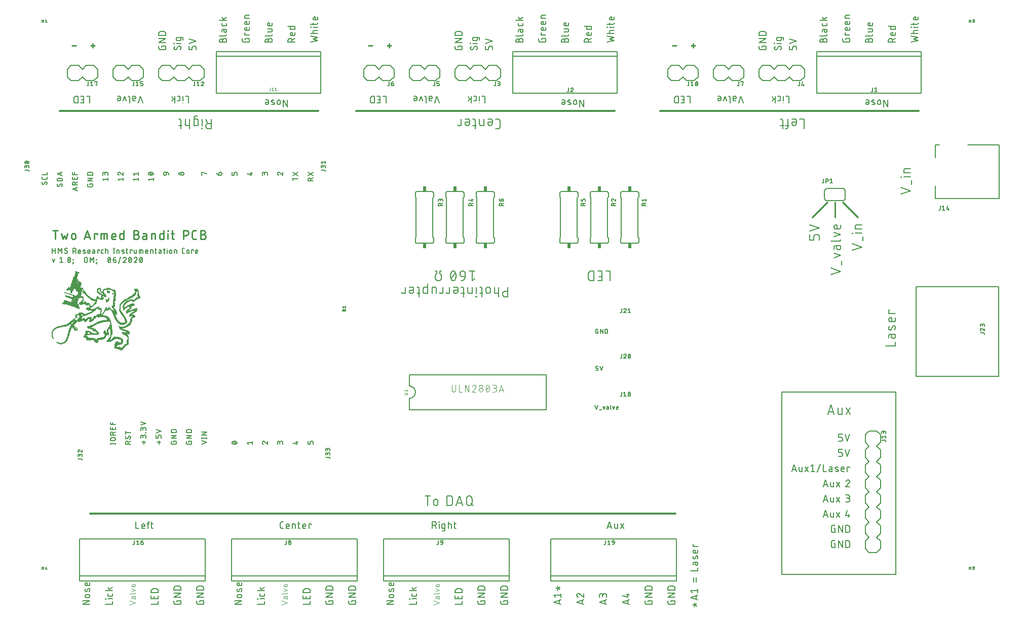
<source format=gto>
G04 EAGLE Gerber RS-274X export*
G75*
%MOIN*%
%FSLAX24Y24*%
%LPD*%
%INTop Silkscreen*%
%IPPOS*%
%AMOC8*
5,1,8,0,0,1.08239X$1,22.5*%
G01*
%ADD10C,0.006000*%
%ADD11C,0.005000*%
%ADD12C,0.012000*%
%ADD13C,0.004000*%
%ADD14C,0.010000*%
%ADD15C,0.011000*%
%ADD16C,0.008000*%
%ADD17R,0.024000X0.034000*%
%ADD18R,0.005000X0.001000*%
%ADD19R,0.008000X0.001000*%
%ADD20R,0.009000X0.001000*%
%ADD21R,0.001000X0.001000*%
%ADD22R,0.011000X0.001000*%
%ADD23R,0.014000X0.001000*%
%ADD24R,0.017000X0.001000*%
%ADD25R,0.020000X0.001000*%
%ADD26R,0.024000X0.001000*%
%ADD27R,0.028000X0.001000*%
%ADD28R,0.032000X0.001000*%
%ADD29R,0.036000X0.001000*%
%ADD30R,0.041000X0.001000*%
%ADD31R,0.047000X0.001000*%
%ADD32R,0.053000X0.001000*%
%ADD33R,0.060000X0.001000*%
%ADD34R,0.062000X0.001000*%
%ADD35R,0.037000X0.001000*%
%ADD36R,0.015000X0.001000*%
%ADD37R,0.012000X0.001000*%
%ADD38R,0.035000X0.001000*%
%ADD39R,0.018000X0.001000*%
%ADD40R,0.016000X0.001000*%
%ADD41R,0.010000X0.001000*%
%ADD42R,0.013000X0.001000*%
%ADD43R,0.002000X0.001000*%
%ADD44R,0.021000X0.001000*%
%ADD45R,0.022000X0.001000*%
%ADD46R,0.026000X0.001000*%
%ADD47R,0.019000X0.001000*%
%ADD48R,0.031000X0.001000*%
%ADD49R,0.040000X0.001000*%
%ADD50R,0.043000X0.001000*%
%ADD51R,0.044000X0.001000*%
%ADD52R,0.046000X0.001000*%
%ADD53R,0.025000X0.001000*%
%ADD54R,0.048000X0.001000*%
%ADD55R,0.049000X0.001000*%
%ADD56R,0.050000X0.001000*%
%ADD57R,0.033000X0.001000*%
%ADD58R,0.027000X0.001000*%
%ADD59R,0.007000X0.001000*%
%ADD60R,0.003000X0.001000*%
%ADD61R,0.034000X0.001000*%
%ADD62R,0.029000X0.001000*%
%ADD63R,0.006000X0.001000*%
%ADD64R,0.061000X0.001000*%
%ADD65R,0.042000X0.001000*%
%ADD66R,0.059000X0.001000*%
%ADD67R,0.045000X0.001000*%
%ADD68R,0.057000X0.001000*%
%ADD69R,0.004000X0.001000*%
%ADD70R,0.055000X0.001000*%
%ADD71R,0.056000X0.001000*%
%ADD72R,0.039000X0.001000*%
%ADD73R,0.051000X0.001000*%
%ADD74R,0.023000X0.001000*%
%ADD75R,0.082000X0.001000*%
%ADD76R,0.085000X0.001000*%
%ADD77R,0.087000X0.001000*%
%ADD78R,0.089000X0.001000*%
%ADD79R,0.058000X0.001000*%
%ADD80R,0.030000X0.001000*%
%ADD81R,0.038000X0.001000*%
%ADD82R,0.075000X0.001000*%
%ADD83R,0.072000X0.001000*%
%ADD84R,0.068000X0.001000*%
%ADD85R,0.065000X0.001000*%
%ADD86R,0.064000X0.001000*%
%ADD87R,0.069000X0.001000*%
%ADD88R,0.067000X0.001000*%
%ADD89R,0.063000X0.001000*%
%ADD90R,0.066000X0.001000*%
%ADD91R,0.071000X0.001000*%
%ADD92R,0.078000X0.001000*%
%ADD93R,0.080000X0.001000*%
%ADD94R,0.083000X0.001000*%
%ADD95R,0.094000X0.001000*%
%ADD96R,0.096000X0.001000*%
%ADD97R,0.099000X0.001000*%
%ADD98R,0.097000X0.001000*%
%ADD99R,0.095000X0.001000*%
%ADD100R,0.093000X0.001000*%
%ADD101R,0.092000X0.001000*%
%ADD102R,0.102000X0.001000*%
%ADD103R,0.106000X0.001000*%
%ADD104R,0.073000X0.001000*%
%ADD105R,0.052000X0.001000*%
%ADD106R,0.054000X0.001000*%
%ADD107R,0.100000X0.001000*%
%ADD108R,0.070000X0.001000*%


D10*
X27208Y7030D02*
X27208Y7670D01*
X27030Y7670D02*
X27386Y7670D01*
X27599Y7314D02*
X27599Y7172D01*
X27599Y7314D02*
X27601Y7336D01*
X27606Y7358D01*
X27614Y7378D01*
X27626Y7397D01*
X27641Y7414D01*
X27658Y7429D01*
X27677Y7441D01*
X27697Y7449D01*
X27719Y7454D01*
X27741Y7456D01*
X27763Y7454D01*
X27785Y7449D01*
X27805Y7441D01*
X27824Y7429D01*
X27841Y7414D01*
X27856Y7397D01*
X27868Y7378D01*
X27876Y7358D01*
X27881Y7336D01*
X27883Y7314D01*
X27883Y7172D01*
X27881Y7150D01*
X27876Y7128D01*
X27868Y7108D01*
X27856Y7089D01*
X27841Y7072D01*
X27824Y7057D01*
X27805Y7045D01*
X27785Y7037D01*
X27763Y7032D01*
X27741Y7030D01*
X27719Y7032D01*
X27697Y7037D01*
X27677Y7045D01*
X27658Y7057D01*
X27641Y7072D01*
X27626Y7089D01*
X27614Y7108D01*
X27606Y7128D01*
X27601Y7150D01*
X27599Y7172D01*
X28486Y7030D02*
X28486Y7670D01*
X28664Y7670D01*
X28689Y7668D01*
X28714Y7663D01*
X28738Y7654D01*
X28760Y7642D01*
X28781Y7627D01*
X28799Y7609D01*
X28814Y7588D01*
X28826Y7566D01*
X28835Y7542D01*
X28840Y7517D01*
X28842Y7492D01*
X28842Y7208D01*
X28840Y7183D01*
X28835Y7158D01*
X28826Y7134D01*
X28814Y7112D01*
X28799Y7091D01*
X28781Y7073D01*
X28760Y7058D01*
X28738Y7046D01*
X28714Y7037D01*
X28689Y7032D01*
X28664Y7030D01*
X28486Y7030D01*
X29087Y7030D02*
X29300Y7670D01*
X29513Y7030D01*
X29460Y7190D02*
X29140Y7190D01*
X29771Y7208D02*
X29771Y7492D01*
X29770Y7492D02*
X29772Y7517D01*
X29777Y7542D01*
X29786Y7566D01*
X29798Y7588D01*
X29813Y7609D01*
X29831Y7627D01*
X29852Y7642D01*
X29874Y7654D01*
X29898Y7663D01*
X29923Y7668D01*
X29948Y7670D01*
X29973Y7668D01*
X29998Y7663D01*
X30022Y7654D01*
X30044Y7642D01*
X30065Y7627D01*
X30083Y7609D01*
X30098Y7588D01*
X30110Y7566D01*
X30119Y7542D01*
X30124Y7517D01*
X30126Y7492D01*
X30126Y7208D01*
X30124Y7183D01*
X30119Y7158D01*
X30110Y7134D01*
X30098Y7112D01*
X30083Y7091D01*
X30065Y7073D01*
X30044Y7058D01*
X30022Y7046D01*
X29998Y7037D01*
X29973Y7032D01*
X29948Y7030D01*
X29923Y7032D01*
X29898Y7037D01*
X29874Y7046D01*
X29852Y7058D01*
X29831Y7073D01*
X29813Y7091D01*
X29798Y7112D01*
X29786Y7134D01*
X29777Y7158D01*
X29772Y7183D01*
X29770Y7208D01*
X30055Y7172D02*
X30197Y7030D01*
D11*
X8025Y5975D02*
X8025Y5525D01*
X8225Y5525D01*
X8469Y5525D02*
X8594Y5525D01*
X8469Y5525D02*
X8454Y5526D01*
X8440Y5531D01*
X8427Y5538D01*
X8416Y5547D01*
X8407Y5558D01*
X8400Y5571D01*
X8395Y5585D01*
X8394Y5600D01*
X8394Y5725D01*
X8396Y5743D01*
X8401Y5761D01*
X8409Y5778D01*
X8420Y5792D01*
X8434Y5805D01*
X8449Y5815D01*
X8467Y5821D01*
X8485Y5825D01*
X8503Y5825D01*
X8521Y5821D01*
X8539Y5815D01*
X8554Y5805D01*
X8568Y5792D01*
X8579Y5778D01*
X8587Y5761D01*
X8592Y5743D01*
X8594Y5725D01*
X8594Y5675D01*
X8394Y5675D01*
X8808Y5525D02*
X8808Y5900D01*
X8809Y5915D01*
X8814Y5929D01*
X8821Y5942D01*
X8830Y5953D01*
X8841Y5962D01*
X8854Y5969D01*
X8868Y5974D01*
X8883Y5975D01*
X8908Y5975D01*
X8908Y5825D02*
X8758Y5825D01*
X9000Y5825D02*
X9150Y5825D01*
X9050Y5975D02*
X9050Y5600D01*
X9051Y5585D01*
X9056Y5571D01*
X9063Y5558D01*
X9072Y5547D01*
X9083Y5538D01*
X9096Y5531D01*
X9110Y5526D01*
X9125Y5525D01*
X9150Y5525D01*
X17625Y5525D02*
X17725Y5525D01*
X17625Y5525D02*
X17608Y5527D01*
X17591Y5531D01*
X17575Y5538D01*
X17561Y5548D01*
X17548Y5561D01*
X17538Y5575D01*
X17531Y5591D01*
X17527Y5608D01*
X17525Y5625D01*
X17525Y5875D01*
X17527Y5892D01*
X17531Y5909D01*
X17538Y5925D01*
X17548Y5939D01*
X17561Y5952D01*
X17575Y5962D01*
X17591Y5969D01*
X17608Y5973D01*
X17625Y5975D01*
X17725Y5975D01*
X17971Y5525D02*
X18096Y5525D01*
X17971Y5525D02*
X17956Y5526D01*
X17942Y5531D01*
X17929Y5538D01*
X17918Y5547D01*
X17909Y5558D01*
X17902Y5571D01*
X17897Y5585D01*
X17896Y5600D01*
X17896Y5725D01*
X17898Y5743D01*
X17903Y5761D01*
X17911Y5778D01*
X17922Y5792D01*
X17936Y5805D01*
X17951Y5815D01*
X17969Y5821D01*
X17987Y5825D01*
X18005Y5825D01*
X18023Y5821D01*
X18041Y5815D01*
X18056Y5805D01*
X18070Y5792D01*
X18081Y5778D01*
X18089Y5761D01*
X18094Y5743D01*
X18096Y5725D01*
X18096Y5675D01*
X17896Y5675D01*
X18301Y5525D02*
X18301Y5825D01*
X18426Y5825D01*
X18441Y5824D01*
X18455Y5819D01*
X18468Y5812D01*
X18479Y5803D01*
X18488Y5792D01*
X18495Y5779D01*
X18500Y5765D01*
X18501Y5750D01*
X18501Y5525D01*
X18667Y5825D02*
X18817Y5825D01*
X18717Y5975D02*
X18717Y5600D01*
X18718Y5585D01*
X18723Y5571D01*
X18730Y5558D01*
X18739Y5547D01*
X18750Y5538D01*
X18763Y5531D01*
X18777Y5526D01*
X18792Y5525D01*
X18817Y5525D01*
X19066Y5525D02*
X19191Y5525D01*
X19066Y5525D02*
X19051Y5526D01*
X19037Y5531D01*
X19024Y5538D01*
X19013Y5547D01*
X19004Y5558D01*
X18997Y5571D01*
X18992Y5585D01*
X18991Y5600D01*
X18991Y5725D01*
X18993Y5743D01*
X18998Y5761D01*
X19006Y5778D01*
X19017Y5792D01*
X19031Y5805D01*
X19046Y5815D01*
X19064Y5821D01*
X19082Y5825D01*
X19100Y5825D01*
X19118Y5821D01*
X19136Y5815D01*
X19151Y5805D01*
X19165Y5792D01*
X19176Y5778D01*
X19184Y5761D01*
X19189Y5743D01*
X19191Y5725D01*
X19191Y5675D01*
X18991Y5675D01*
X19399Y5525D02*
X19399Y5825D01*
X19549Y5825D01*
X19549Y5775D01*
X27525Y5975D02*
X27525Y5525D01*
X27525Y5975D02*
X27650Y5975D01*
X27671Y5973D01*
X27691Y5968D01*
X27709Y5960D01*
X27727Y5949D01*
X27742Y5935D01*
X27755Y5918D01*
X27764Y5900D01*
X27771Y5881D01*
X27775Y5860D01*
X27775Y5840D01*
X27771Y5819D01*
X27764Y5800D01*
X27755Y5782D01*
X27742Y5765D01*
X27727Y5751D01*
X27709Y5740D01*
X27691Y5732D01*
X27671Y5727D01*
X27650Y5725D01*
X27525Y5725D01*
X27675Y5725D02*
X27775Y5525D01*
X27962Y5525D02*
X27962Y5825D01*
X27949Y5950D02*
X27949Y5975D01*
X27974Y5975D01*
X27974Y5950D01*
X27949Y5950D01*
X28219Y5525D02*
X28344Y5525D01*
X28219Y5525D02*
X28204Y5526D01*
X28190Y5531D01*
X28177Y5538D01*
X28166Y5547D01*
X28157Y5558D01*
X28150Y5571D01*
X28145Y5585D01*
X28144Y5600D01*
X28144Y5750D01*
X28145Y5765D01*
X28150Y5779D01*
X28157Y5792D01*
X28166Y5803D01*
X28177Y5812D01*
X28190Y5819D01*
X28204Y5824D01*
X28219Y5825D01*
X28344Y5825D01*
X28344Y5450D01*
X28343Y5435D01*
X28338Y5421D01*
X28331Y5408D01*
X28322Y5397D01*
X28311Y5388D01*
X28298Y5381D01*
X28284Y5376D01*
X28269Y5375D01*
X28169Y5375D01*
X28567Y5525D02*
X28567Y5975D01*
X28567Y5825D02*
X28692Y5825D01*
X28707Y5824D01*
X28721Y5819D01*
X28734Y5812D01*
X28745Y5803D01*
X28754Y5792D01*
X28761Y5779D01*
X28766Y5765D01*
X28767Y5750D01*
X28767Y5525D01*
X28933Y5825D02*
X29083Y5825D01*
X28983Y5975D02*
X28983Y5600D01*
X28984Y5585D01*
X28989Y5571D01*
X28996Y5558D01*
X29005Y5547D01*
X29016Y5538D01*
X29029Y5531D01*
X29043Y5526D01*
X29058Y5525D01*
X29083Y5525D01*
D12*
X43500Y6500D02*
X5000Y6500D01*
D11*
X39025Y5525D02*
X39175Y5975D01*
X39325Y5525D01*
X39288Y5638D02*
X39063Y5638D01*
X39510Y5600D02*
X39510Y5825D01*
X39510Y5600D02*
X39511Y5585D01*
X39516Y5571D01*
X39523Y5558D01*
X39532Y5547D01*
X39543Y5538D01*
X39556Y5531D01*
X39570Y5526D01*
X39585Y5525D01*
X39710Y5525D01*
X39710Y5825D01*
X39900Y5525D02*
X40100Y5825D01*
X39900Y5825D02*
X40100Y5525D01*
D10*
X53530Y13030D02*
X53743Y13670D01*
X53957Y13030D01*
X53903Y13190D02*
X53583Y13190D01*
X54196Y13137D02*
X54196Y13457D01*
X54196Y13137D02*
X54198Y13118D01*
X54202Y13100D01*
X54210Y13084D01*
X54221Y13068D01*
X54234Y13055D01*
X54250Y13044D01*
X54266Y13036D01*
X54284Y13032D01*
X54303Y13030D01*
X54480Y13030D01*
X54480Y13457D01*
X54729Y13030D02*
X55014Y13457D01*
X54729Y13457D02*
X55014Y13030D01*
X12970Y31830D02*
X12970Y32470D01*
X12970Y31830D02*
X12792Y31830D01*
X12767Y31832D01*
X12742Y31837D01*
X12718Y31846D01*
X12696Y31858D01*
X12675Y31873D01*
X12657Y31891D01*
X12642Y31912D01*
X12630Y31934D01*
X12621Y31958D01*
X12616Y31983D01*
X12614Y32008D01*
X12616Y32033D01*
X12621Y32058D01*
X12630Y32082D01*
X12642Y32104D01*
X12657Y32125D01*
X12675Y32143D01*
X12696Y32158D01*
X12718Y32170D01*
X12742Y32179D01*
X12767Y32184D01*
X12792Y32186D01*
X12970Y32186D01*
X12757Y32186D02*
X12614Y32470D01*
X12365Y32470D02*
X12365Y32043D01*
X12383Y31866D02*
X12383Y31830D01*
X12347Y31830D01*
X12347Y31866D01*
X12383Y31866D01*
X12014Y32470D02*
X11836Y32470D01*
X12014Y32470D02*
X12033Y32468D01*
X12051Y32464D01*
X12068Y32456D01*
X12083Y32445D01*
X12096Y32432D01*
X12107Y32417D01*
X12115Y32400D01*
X12119Y32382D01*
X12121Y32363D01*
X12120Y32363D02*
X12120Y32150D01*
X12121Y32150D02*
X12119Y32131D01*
X12115Y32113D01*
X12107Y32097D01*
X12096Y32081D01*
X12083Y32068D01*
X12068Y32057D01*
X12051Y32049D01*
X12033Y32045D01*
X12014Y32043D01*
X11836Y32043D01*
X11836Y32577D01*
X11838Y32596D01*
X11842Y32614D01*
X11850Y32631D01*
X11861Y32646D01*
X11874Y32659D01*
X11890Y32670D01*
X11906Y32678D01*
X11924Y32682D01*
X11943Y32684D01*
X11943Y32683D02*
X12085Y32683D01*
X11543Y32470D02*
X11543Y31830D01*
X11543Y32043D02*
X11365Y32043D01*
X11346Y32045D01*
X11328Y32049D01*
X11312Y32057D01*
X11296Y32068D01*
X11283Y32081D01*
X11272Y32096D01*
X11264Y32113D01*
X11260Y32131D01*
X11258Y32150D01*
X11259Y32150D02*
X11259Y32470D01*
X11040Y32043D02*
X10827Y32043D01*
X10969Y31830D02*
X10969Y32363D01*
X10970Y32363D02*
X10968Y32382D01*
X10964Y32400D01*
X10956Y32417D01*
X10945Y32432D01*
X10932Y32445D01*
X10917Y32456D01*
X10900Y32464D01*
X10882Y32468D01*
X10863Y32470D01*
X10827Y32470D01*
X31686Y32470D02*
X31828Y32470D01*
X31850Y32468D01*
X31872Y32463D01*
X31892Y32455D01*
X31911Y32443D01*
X31928Y32428D01*
X31943Y32411D01*
X31955Y32392D01*
X31963Y32372D01*
X31968Y32350D01*
X31970Y32328D01*
X31970Y31972D01*
X31968Y31950D01*
X31963Y31928D01*
X31955Y31908D01*
X31943Y31889D01*
X31928Y31872D01*
X31911Y31857D01*
X31892Y31845D01*
X31872Y31837D01*
X31850Y31832D01*
X31828Y31830D01*
X31686Y31830D01*
X31354Y32470D02*
X31177Y32470D01*
X31354Y32470D02*
X31373Y32468D01*
X31391Y32464D01*
X31408Y32456D01*
X31423Y32445D01*
X31436Y32432D01*
X31447Y32417D01*
X31455Y32400D01*
X31459Y32382D01*
X31461Y32363D01*
X31461Y32186D01*
X31459Y32164D01*
X31454Y32142D01*
X31446Y32122D01*
X31434Y32103D01*
X31419Y32086D01*
X31402Y32071D01*
X31383Y32059D01*
X31363Y32051D01*
X31341Y32046D01*
X31319Y32044D01*
X31297Y32046D01*
X31275Y32051D01*
X31255Y32059D01*
X31236Y32071D01*
X31219Y32086D01*
X31204Y32103D01*
X31192Y32122D01*
X31184Y32142D01*
X31179Y32164D01*
X31177Y32186D01*
X31177Y32257D01*
X31461Y32257D01*
X30907Y32470D02*
X30907Y32043D01*
X30729Y32043D01*
X30710Y32045D01*
X30692Y32049D01*
X30676Y32057D01*
X30660Y32068D01*
X30647Y32081D01*
X30636Y32096D01*
X30628Y32113D01*
X30624Y32131D01*
X30622Y32150D01*
X30623Y32150D02*
X30623Y32470D01*
X30404Y32043D02*
X30191Y32043D01*
X30333Y31830D02*
X30333Y32363D01*
X30334Y32363D02*
X30332Y32382D01*
X30328Y32400D01*
X30320Y32417D01*
X30309Y32432D01*
X30296Y32445D01*
X30281Y32456D01*
X30264Y32464D01*
X30246Y32468D01*
X30227Y32470D01*
X30191Y32470D01*
X29857Y32470D02*
X29679Y32470D01*
X29857Y32470D02*
X29876Y32468D01*
X29894Y32464D01*
X29911Y32456D01*
X29926Y32445D01*
X29939Y32432D01*
X29950Y32417D01*
X29958Y32400D01*
X29962Y32382D01*
X29964Y32363D01*
X29964Y32186D01*
X29963Y32186D02*
X29961Y32164D01*
X29956Y32142D01*
X29948Y32122D01*
X29936Y32103D01*
X29921Y32086D01*
X29904Y32071D01*
X29885Y32059D01*
X29865Y32051D01*
X29843Y32046D01*
X29821Y32044D01*
X29799Y32046D01*
X29777Y32051D01*
X29757Y32059D01*
X29738Y32071D01*
X29721Y32086D01*
X29706Y32103D01*
X29694Y32122D01*
X29686Y32142D01*
X29681Y32164D01*
X29679Y32186D01*
X29679Y32257D01*
X29964Y32257D01*
X29406Y32470D02*
X29406Y32043D01*
X29193Y32043D01*
X29193Y32114D01*
X51970Y31830D02*
X51970Y32470D01*
X51686Y32470D01*
X51357Y32470D02*
X51179Y32470D01*
X51357Y32470D02*
X51376Y32468D01*
X51394Y32464D01*
X51411Y32456D01*
X51426Y32445D01*
X51439Y32432D01*
X51450Y32417D01*
X51458Y32400D01*
X51462Y32382D01*
X51464Y32363D01*
X51464Y32186D01*
X51462Y32164D01*
X51457Y32142D01*
X51449Y32122D01*
X51437Y32103D01*
X51422Y32086D01*
X51405Y32071D01*
X51386Y32059D01*
X51366Y32051D01*
X51344Y32046D01*
X51322Y32044D01*
X51300Y32046D01*
X51278Y32051D01*
X51258Y32059D01*
X51239Y32071D01*
X51222Y32086D01*
X51207Y32103D01*
X51195Y32122D01*
X51187Y32142D01*
X51182Y32164D01*
X51180Y32186D01*
X51179Y32186D02*
X51179Y32257D01*
X51464Y32257D01*
X50896Y32470D02*
X50896Y31937D01*
X50894Y31918D01*
X50890Y31900D01*
X50882Y31884D01*
X50871Y31868D01*
X50858Y31855D01*
X50843Y31844D01*
X50826Y31836D01*
X50808Y31832D01*
X50789Y31830D01*
X50753Y31830D01*
X50753Y32043D02*
X50967Y32043D01*
X50633Y32043D02*
X50419Y32043D01*
X50562Y31830D02*
X50562Y32363D01*
X50560Y32382D01*
X50556Y32400D01*
X50548Y32417D01*
X50537Y32432D01*
X50524Y32445D01*
X50509Y32456D01*
X50492Y32464D01*
X50474Y32468D01*
X50455Y32470D01*
X50419Y32470D01*
D11*
X4975Y525D02*
X4525Y525D01*
X4975Y775D01*
X4525Y775D01*
X4775Y985D02*
X4875Y985D01*
X4775Y985D02*
X4757Y987D01*
X4739Y992D01*
X4722Y1000D01*
X4708Y1011D01*
X4695Y1025D01*
X4685Y1040D01*
X4679Y1058D01*
X4675Y1076D01*
X4675Y1094D01*
X4679Y1112D01*
X4685Y1130D01*
X4695Y1145D01*
X4708Y1159D01*
X4722Y1170D01*
X4739Y1178D01*
X4757Y1183D01*
X4775Y1185D01*
X4875Y1185D01*
X4893Y1183D01*
X4911Y1178D01*
X4928Y1170D01*
X4942Y1159D01*
X4955Y1145D01*
X4965Y1130D01*
X4971Y1112D01*
X4975Y1094D01*
X4975Y1076D01*
X4971Y1058D01*
X4965Y1040D01*
X4955Y1025D01*
X4942Y1011D01*
X4928Y1000D01*
X4911Y992D01*
X4893Y987D01*
X4875Y985D01*
X4800Y1413D02*
X4850Y1538D01*
X4800Y1413D02*
X4793Y1400D01*
X4783Y1388D01*
X4771Y1380D01*
X4757Y1374D01*
X4742Y1372D01*
X4727Y1373D01*
X4713Y1378D01*
X4700Y1386D01*
X4689Y1396D01*
X4681Y1409D01*
X4677Y1423D01*
X4675Y1438D01*
X4675Y1437D02*
X4677Y1466D01*
X4682Y1495D01*
X4689Y1523D01*
X4700Y1550D01*
X4850Y1537D02*
X4857Y1550D01*
X4867Y1562D01*
X4879Y1570D01*
X4893Y1576D01*
X4908Y1578D01*
X4923Y1577D01*
X4937Y1572D01*
X4950Y1564D01*
X4961Y1554D01*
X4969Y1541D01*
X4973Y1527D01*
X4975Y1512D01*
X4975Y1513D02*
X4973Y1478D01*
X4968Y1443D01*
X4960Y1409D01*
X4950Y1375D01*
X4975Y1840D02*
X4975Y1965D01*
X4975Y1840D02*
X4974Y1825D01*
X4969Y1811D01*
X4962Y1798D01*
X4953Y1787D01*
X4942Y1778D01*
X4929Y1771D01*
X4915Y1766D01*
X4900Y1765D01*
X4775Y1765D01*
X4757Y1767D01*
X4739Y1772D01*
X4722Y1780D01*
X4708Y1791D01*
X4695Y1805D01*
X4685Y1820D01*
X4679Y1838D01*
X4675Y1856D01*
X4675Y1874D01*
X4679Y1892D01*
X4685Y1910D01*
X4695Y1925D01*
X4708Y1939D01*
X4722Y1950D01*
X4739Y1958D01*
X4757Y1963D01*
X4775Y1965D01*
X4825Y1965D01*
X4825Y1765D01*
X14525Y525D02*
X14975Y525D01*
X14975Y775D02*
X14525Y525D01*
X14525Y775D02*
X14975Y775D01*
X14875Y985D02*
X14775Y985D01*
X14757Y987D01*
X14739Y992D01*
X14722Y1000D01*
X14708Y1011D01*
X14695Y1025D01*
X14685Y1040D01*
X14679Y1058D01*
X14675Y1076D01*
X14675Y1094D01*
X14679Y1112D01*
X14685Y1130D01*
X14695Y1145D01*
X14708Y1159D01*
X14722Y1170D01*
X14739Y1178D01*
X14757Y1183D01*
X14775Y1185D01*
X14875Y1185D01*
X14893Y1183D01*
X14911Y1178D01*
X14928Y1170D01*
X14942Y1159D01*
X14955Y1145D01*
X14965Y1130D01*
X14971Y1112D01*
X14975Y1094D01*
X14975Y1076D01*
X14971Y1058D01*
X14965Y1040D01*
X14955Y1025D01*
X14942Y1011D01*
X14928Y1000D01*
X14911Y992D01*
X14893Y987D01*
X14875Y985D01*
X14800Y1413D02*
X14850Y1538D01*
X14800Y1413D02*
X14793Y1400D01*
X14783Y1388D01*
X14771Y1380D01*
X14757Y1374D01*
X14742Y1372D01*
X14727Y1373D01*
X14713Y1378D01*
X14700Y1386D01*
X14689Y1396D01*
X14681Y1409D01*
X14677Y1423D01*
X14675Y1438D01*
X14675Y1437D02*
X14677Y1466D01*
X14682Y1495D01*
X14689Y1523D01*
X14700Y1550D01*
X14850Y1537D02*
X14857Y1550D01*
X14867Y1562D01*
X14879Y1570D01*
X14893Y1576D01*
X14908Y1578D01*
X14923Y1577D01*
X14937Y1572D01*
X14950Y1564D01*
X14961Y1554D01*
X14969Y1541D01*
X14973Y1527D01*
X14975Y1512D01*
X14975Y1513D02*
X14973Y1478D01*
X14968Y1443D01*
X14960Y1409D01*
X14950Y1375D01*
X14975Y1840D02*
X14975Y1965D01*
X14975Y1840D02*
X14974Y1825D01*
X14969Y1811D01*
X14962Y1798D01*
X14953Y1787D01*
X14942Y1778D01*
X14929Y1771D01*
X14915Y1766D01*
X14900Y1765D01*
X14775Y1765D01*
X14757Y1767D01*
X14739Y1772D01*
X14722Y1780D01*
X14708Y1791D01*
X14695Y1805D01*
X14685Y1820D01*
X14679Y1838D01*
X14675Y1856D01*
X14675Y1874D01*
X14679Y1892D01*
X14685Y1910D01*
X14695Y1925D01*
X14708Y1939D01*
X14722Y1950D01*
X14739Y1958D01*
X14757Y1963D01*
X14775Y1965D01*
X14825Y1965D01*
X14825Y1765D01*
X24525Y525D02*
X24975Y525D01*
X24975Y775D02*
X24525Y525D01*
X24525Y775D02*
X24975Y775D01*
X24875Y985D02*
X24775Y985D01*
X24757Y987D01*
X24739Y992D01*
X24722Y1000D01*
X24708Y1011D01*
X24695Y1025D01*
X24685Y1040D01*
X24679Y1058D01*
X24675Y1076D01*
X24675Y1094D01*
X24679Y1112D01*
X24685Y1130D01*
X24695Y1145D01*
X24708Y1159D01*
X24722Y1170D01*
X24739Y1178D01*
X24757Y1183D01*
X24775Y1185D01*
X24875Y1185D01*
X24893Y1183D01*
X24911Y1178D01*
X24928Y1170D01*
X24942Y1159D01*
X24955Y1145D01*
X24965Y1130D01*
X24971Y1112D01*
X24975Y1094D01*
X24975Y1076D01*
X24971Y1058D01*
X24965Y1040D01*
X24955Y1025D01*
X24942Y1011D01*
X24928Y1000D01*
X24911Y992D01*
X24893Y987D01*
X24875Y985D01*
X24800Y1413D02*
X24850Y1538D01*
X24800Y1413D02*
X24793Y1400D01*
X24783Y1388D01*
X24771Y1380D01*
X24757Y1374D01*
X24742Y1372D01*
X24727Y1373D01*
X24713Y1378D01*
X24700Y1386D01*
X24689Y1396D01*
X24681Y1409D01*
X24677Y1423D01*
X24675Y1438D01*
X24675Y1437D02*
X24677Y1466D01*
X24682Y1495D01*
X24689Y1523D01*
X24700Y1550D01*
X24850Y1537D02*
X24857Y1550D01*
X24867Y1562D01*
X24879Y1570D01*
X24893Y1576D01*
X24908Y1578D01*
X24923Y1577D01*
X24937Y1572D01*
X24950Y1564D01*
X24961Y1554D01*
X24969Y1541D01*
X24973Y1527D01*
X24975Y1512D01*
X24975Y1513D02*
X24973Y1478D01*
X24968Y1443D01*
X24960Y1409D01*
X24950Y1375D01*
X24975Y1840D02*
X24975Y1965D01*
X24975Y1840D02*
X24974Y1825D01*
X24969Y1811D01*
X24962Y1798D01*
X24953Y1787D01*
X24942Y1778D01*
X24929Y1771D01*
X24915Y1766D01*
X24900Y1765D01*
X24775Y1765D01*
X24757Y1767D01*
X24739Y1772D01*
X24722Y1780D01*
X24708Y1791D01*
X24695Y1805D01*
X24685Y1820D01*
X24679Y1838D01*
X24675Y1856D01*
X24675Y1874D01*
X24679Y1892D01*
X24685Y1910D01*
X24695Y1925D01*
X24708Y1939D01*
X24722Y1950D01*
X24739Y1958D01*
X24757Y1963D01*
X24775Y1965D01*
X24825Y1965D01*
X24825Y1765D01*
X6475Y525D02*
X6025Y525D01*
X6475Y525D02*
X6475Y725D01*
X6475Y889D02*
X6175Y889D01*
X6050Y876D02*
X6025Y876D01*
X6025Y901D01*
X6050Y901D01*
X6050Y876D01*
X6475Y1150D02*
X6475Y1250D01*
X6475Y1150D02*
X6474Y1135D01*
X6469Y1121D01*
X6462Y1108D01*
X6453Y1097D01*
X6442Y1088D01*
X6429Y1081D01*
X6415Y1076D01*
X6400Y1075D01*
X6250Y1075D01*
X6235Y1076D01*
X6221Y1081D01*
X6208Y1088D01*
X6197Y1097D01*
X6188Y1108D01*
X6181Y1121D01*
X6176Y1135D01*
X6175Y1150D01*
X6175Y1250D01*
X6025Y1440D02*
X6475Y1440D01*
X6325Y1440D02*
X6175Y1640D01*
X6263Y1527D02*
X6475Y1640D01*
X16025Y525D02*
X16475Y525D01*
X16475Y725D01*
X16475Y889D02*
X16175Y889D01*
X16050Y876D02*
X16025Y876D01*
X16025Y901D01*
X16050Y901D01*
X16050Y876D01*
X16475Y1150D02*
X16475Y1250D01*
X16475Y1150D02*
X16474Y1135D01*
X16469Y1121D01*
X16462Y1108D01*
X16453Y1097D01*
X16442Y1088D01*
X16429Y1081D01*
X16415Y1076D01*
X16400Y1075D01*
X16250Y1075D01*
X16235Y1076D01*
X16221Y1081D01*
X16208Y1088D01*
X16197Y1097D01*
X16188Y1108D01*
X16181Y1121D01*
X16176Y1135D01*
X16175Y1150D01*
X16175Y1250D01*
X16025Y1440D02*
X16475Y1440D01*
X16325Y1440D02*
X16175Y1640D01*
X16263Y1527D02*
X16475Y1640D01*
X26025Y525D02*
X26475Y525D01*
X26475Y725D01*
X26475Y889D02*
X26175Y889D01*
X26050Y876D02*
X26025Y876D01*
X26025Y901D01*
X26050Y901D01*
X26050Y876D01*
X26475Y1150D02*
X26475Y1250D01*
X26475Y1150D02*
X26474Y1135D01*
X26469Y1121D01*
X26462Y1108D01*
X26453Y1097D01*
X26442Y1088D01*
X26429Y1081D01*
X26415Y1076D01*
X26400Y1075D01*
X26250Y1075D01*
X26235Y1076D01*
X26221Y1081D01*
X26208Y1088D01*
X26197Y1097D01*
X26188Y1108D01*
X26181Y1121D01*
X26176Y1135D01*
X26175Y1150D01*
X26175Y1250D01*
X26025Y1440D02*
X26475Y1440D01*
X26325Y1440D02*
X26175Y1640D01*
X26263Y1527D02*
X26475Y1640D01*
D13*
X7980Y640D02*
X7620Y520D01*
X7620Y760D02*
X7980Y640D01*
X7840Y964D02*
X7840Y1054D01*
X7840Y964D02*
X7842Y948D01*
X7847Y934D01*
X7855Y920D01*
X7866Y909D01*
X7880Y901D01*
X7894Y896D01*
X7910Y894D01*
X7926Y896D01*
X7940Y901D01*
X7954Y909D01*
X7965Y920D01*
X7973Y934D01*
X7978Y948D01*
X7980Y964D01*
X7980Y1054D01*
X7800Y1054D01*
X7787Y1052D01*
X7774Y1048D01*
X7763Y1041D01*
X7753Y1031D01*
X7746Y1020D01*
X7742Y1007D01*
X7740Y994D01*
X7740Y914D01*
X7620Y1224D02*
X7920Y1224D01*
X7933Y1226D01*
X7946Y1230D01*
X7957Y1237D01*
X7967Y1247D01*
X7974Y1258D01*
X7978Y1271D01*
X7980Y1284D01*
X7980Y1480D02*
X7740Y1400D01*
X7740Y1560D02*
X7980Y1480D01*
X7980Y1760D02*
X7980Y1860D01*
X7980Y1760D02*
X7978Y1747D01*
X7974Y1734D01*
X7967Y1723D01*
X7957Y1713D01*
X7946Y1706D01*
X7933Y1702D01*
X7920Y1700D01*
X7820Y1700D01*
X7803Y1702D01*
X7787Y1707D01*
X7773Y1715D01*
X7761Y1726D01*
X7751Y1740D01*
X7744Y1755D01*
X7740Y1772D01*
X7740Y1788D01*
X7744Y1805D01*
X7751Y1820D01*
X7761Y1834D01*
X7773Y1845D01*
X7787Y1853D01*
X7803Y1858D01*
X7820Y1860D01*
X7860Y1860D01*
X7860Y1700D01*
X17620Y520D02*
X17980Y640D01*
X17620Y760D01*
X17840Y964D02*
X17840Y1054D01*
X17840Y964D02*
X17842Y948D01*
X17847Y934D01*
X17855Y920D01*
X17866Y909D01*
X17880Y901D01*
X17894Y896D01*
X17910Y894D01*
X17926Y896D01*
X17940Y901D01*
X17954Y909D01*
X17965Y920D01*
X17973Y934D01*
X17978Y948D01*
X17980Y964D01*
X17980Y1054D01*
X17800Y1054D01*
X17787Y1052D01*
X17774Y1048D01*
X17763Y1041D01*
X17753Y1031D01*
X17746Y1020D01*
X17742Y1007D01*
X17740Y994D01*
X17740Y914D01*
X17620Y1224D02*
X17920Y1224D01*
X17933Y1226D01*
X17946Y1230D01*
X17957Y1237D01*
X17967Y1247D01*
X17974Y1258D01*
X17978Y1271D01*
X17980Y1284D01*
X17980Y1480D02*
X17740Y1400D01*
X17740Y1560D02*
X17980Y1480D01*
X17980Y1760D02*
X17980Y1860D01*
X17980Y1760D02*
X17978Y1747D01*
X17974Y1734D01*
X17967Y1723D01*
X17957Y1713D01*
X17946Y1706D01*
X17933Y1702D01*
X17920Y1700D01*
X17820Y1700D01*
X17803Y1702D01*
X17787Y1707D01*
X17773Y1715D01*
X17761Y1726D01*
X17751Y1740D01*
X17744Y1755D01*
X17740Y1772D01*
X17740Y1788D01*
X17744Y1805D01*
X17751Y1820D01*
X17761Y1834D01*
X17773Y1845D01*
X17787Y1853D01*
X17803Y1858D01*
X17820Y1860D01*
X17860Y1860D01*
X17860Y1700D01*
X27620Y520D02*
X27980Y640D01*
X27620Y760D01*
X27840Y964D02*
X27840Y1054D01*
X27840Y964D02*
X27842Y948D01*
X27847Y934D01*
X27855Y920D01*
X27866Y909D01*
X27880Y901D01*
X27894Y896D01*
X27910Y894D01*
X27926Y896D01*
X27940Y901D01*
X27954Y909D01*
X27965Y920D01*
X27973Y934D01*
X27978Y948D01*
X27980Y964D01*
X27980Y1054D01*
X27800Y1054D01*
X27787Y1052D01*
X27774Y1048D01*
X27763Y1041D01*
X27753Y1031D01*
X27746Y1020D01*
X27742Y1007D01*
X27740Y994D01*
X27740Y914D01*
X27620Y1224D02*
X27920Y1224D01*
X27933Y1226D01*
X27946Y1230D01*
X27957Y1237D01*
X27967Y1247D01*
X27974Y1258D01*
X27978Y1271D01*
X27980Y1284D01*
X27980Y1480D02*
X27740Y1400D01*
X27740Y1560D02*
X27980Y1480D01*
X27980Y1760D02*
X27980Y1860D01*
X27980Y1760D02*
X27978Y1747D01*
X27974Y1734D01*
X27967Y1723D01*
X27957Y1713D01*
X27946Y1706D01*
X27933Y1702D01*
X27920Y1700D01*
X27820Y1700D01*
X27803Y1702D01*
X27787Y1707D01*
X27773Y1715D01*
X27761Y1726D01*
X27751Y1740D01*
X27744Y1755D01*
X27740Y1772D01*
X27740Y1788D01*
X27744Y1805D01*
X27751Y1820D01*
X27761Y1834D01*
X27773Y1845D01*
X27787Y1853D01*
X27803Y1858D01*
X27820Y1860D01*
X27860Y1860D01*
X27860Y1700D01*
D11*
X9475Y525D02*
X9025Y525D01*
X9475Y525D02*
X9475Y725D01*
X9475Y915D02*
X9475Y1115D01*
X9475Y915D02*
X9025Y915D01*
X9025Y1115D01*
X9225Y1065D02*
X9225Y915D01*
X9025Y1304D02*
X9475Y1304D01*
X9025Y1304D02*
X9025Y1429D01*
X9027Y1449D01*
X9031Y1468D01*
X9039Y1486D01*
X9049Y1502D01*
X9062Y1517D01*
X9077Y1530D01*
X9093Y1540D01*
X9111Y1548D01*
X9130Y1552D01*
X9150Y1554D01*
X9350Y1554D01*
X9370Y1552D01*
X9389Y1548D01*
X9407Y1540D01*
X9423Y1530D01*
X9438Y1517D01*
X9451Y1502D01*
X9461Y1486D01*
X9469Y1468D01*
X9473Y1449D01*
X9475Y1429D01*
X9475Y1304D01*
X19025Y525D02*
X19475Y525D01*
X19475Y725D01*
X19475Y915D02*
X19475Y1115D01*
X19475Y915D02*
X19025Y915D01*
X19025Y1115D01*
X19225Y1065D02*
X19225Y915D01*
X19025Y1304D02*
X19475Y1304D01*
X19025Y1304D02*
X19025Y1429D01*
X19027Y1449D01*
X19031Y1468D01*
X19039Y1486D01*
X19049Y1502D01*
X19062Y1517D01*
X19077Y1530D01*
X19093Y1540D01*
X19111Y1548D01*
X19130Y1552D01*
X19150Y1554D01*
X19350Y1554D01*
X19370Y1552D01*
X19389Y1548D01*
X19407Y1540D01*
X19423Y1530D01*
X19438Y1517D01*
X19451Y1502D01*
X19461Y1486D01*
X19469Y1468D01*
X19473Y1449D01*
X19475Y1429D01*
X19475Y1304D01*
X29025Y525D02*
X29475Y525D01*
X29475Y725D01*
X29475Y915D02*
X29475Y1115D01*
X29475Y915D02*
X29025Y915D01*
X29025Y1115D01*
X29225Y1065D02*
X29225Y915D01*
X29025Y1304D02*
X29475Y1304D01*
X29025Y1304D02*
X29025Y1429D01*
X29027Y1449D01*
X29031Y1468D01*
X29039Y1486D01*
X29049Y1502D01*
X29062Y1517D01*
X29077Y1530D01*
X29093Y1540D01*
X29111Y1548D01*
X29130Y1552D01*
X29150Y1554D01*
X29350Y1554D01*
X29370Y1552D01*
X29389Y1548D01*
X29407Y1540D01*
X29423Y1530D01*
X29438Y1517D01*
X29451Y1502D01*
X29461Y1486D01*
X29469Y1468D01*
X29473Y1449D01*
X29475Y1429D01*
X29475Y1304D01*
X10725Y775D02*
X10725Y700D01*
X10725Y775D02*
X10975Y775D01*
X10975Y625D01*
X10973Y608D01*
X10969Y591D01*
X10962Y575D01*
X10952Y561D01*
X10939Y548D01*
X10925Y538D01*
X10909Y531D01*
X10892Y527D01*
X10875Y525D01*
X10625Y525D01*
X10608Y527D01*
X10591Y531D01*
X10575Y538D01*
X10561Y548D01*
X10548Y561D01*
X10538Y575D01*
X10531Y591D01*
X10527Y608D01*
X10525Y625D01*
X10525Y775D01*
X10525Y1005D02*
X10975Y1005D01*
X10975Y1255D02*
X10525Y1005D01*
X10525Y1255D02*
X10975Y1255D01*
X10975Y1485D02*
X10525Y1485D01*
X10525Y1610D01*
X10527Y1630D01*
X10531Y1649D01*
X10539Y1667D01*
X10549Y1683D01*
X10562Y1698D01*
X10577Y1711D01*
X10593Y1721D01*
X10611Y1729D01*
X10630Y1733D01*
X10650Y1735D01*
X10850Y1735D01*
X10870Y1733D01*
X10889Y1729D01*
X10907Y1721D01*
X10923Y1711D01*
X10938Y1698D01*
X10951Y1683D01*
X10961Y1667D01*
X10969Y1649D01*
X10973Y1630D01*
X10975Y1610D01*
X10975Y1485D01*
X12225Y775D02*
X12225Y700D01*
X12225Y775D02*
X12475Y775D01*
X12475Y625D01*
X12473Y608D01*
X12469Y591D01*
X12462Y575D01*
X12452Y561D01*
X12439Y548D01*
X12425Y538D01*
X12409Y531D01*
X12392Y527D01*
X12375Y525D01*
X12125Y525D01*
X12108Y527D01*
X12091Y531D01*
X12075Y538D01*
X12061Y548D01*
X12048Y561D01*
X12038Y575D01*
X12031Y591D01*
X12027Y608D01*
X12025Y625D01*
X12025Y775D01*
X12025Y1005D02*
X12475Y1005D01*
X12475Y1255D02*
X12025Y1005D01*
X12025Y1255D02*
X12475Y1255D01*
X12475Y1485D02*
X12025Y1485D01*
X12025Y1610D01*
X12027Y1630D01*
X12031Y1649D01*
X12039Y1667D01*
X12049Y1683D01*
X12062Y1698D01*
X12077Y1711D01*
X12093Y1721D01*
X12111Y1729D01*
X12130Y1733D01*
X12150Y1735D01*
X12350Y1735D01*
X12370Y1733D01*
X12389Y1729D01*
X12407Y1721D01*
X12423Y1711D01*
X12438Y1698D01*
X12451Y1683D01*
X12461Y1667D01*
X12469Y1649D01*
X12473Y1630D01*
X12475Y1610D01*
X12475Y1485D01*
X20725Y775D02*
X20725Y700D01*
X20725Y775D02*
X20975Y775D01*
X20975Y625D01*
X20973Y608D01*
X20969Y591D01*
X20962Y575D01*
X20952Y561D01*
X20939Y548D01*
X20925Y538D01*
X20909Y531D01*
X20892Y527D01*
X20875Y525D01*
X20625Y525D01*
X20608Y527D01*
X20591Y531D01*
X20575Y538D01*
X20561Y548D01*
X20548Y561D01*
X20538Y575D01*
X20531Y591D01*
X20527Y608D01*
X20525Y625D01*
X20525Y775D01*
X20525Y1005D02*
X20975Y1005D01*
X20975Y1255D02*
X20525Y1005D01*
X20525Y1255D02*
X20975Y1255D01*
X20975Y1485D02*
X20525Y1485D01*
X20525Y1610D01*
X20527Y1630D01*
X20531Y1649D01*
X20539Y1667D01*
X20549Y1683D01*
X20562Y1698D01*
X20577Y1711D01*
X20593Y1721D01*
X20611Y1729D01*
X20630Y1733D01*
X20650Y1735D01*
X20850Y1735D01*
X20870Y1733D01*
X20889Y1729D01*
X20907Y1721D01*
X20923Y1711D01*
X20938Y1698D01*
X20951Y1683D01*
X20961Y1667D01*
X20969Y1649D01*
X20973Y1630D01*
X20975Y1610D01*
X20975Y1485D01*
X22225Y775D02*
X22225Y700D01*
X22225Y775D02*
X22475Y775D01*
X22475Y625D01*
X22473Y608D01*
X22469Y591D01*
X22462Y575D01*
X22452Y561D01*
X22439Y548D01*
X22425Y538D01*
X22409Y531D01*
X22392Y527D01*
X22375Y525D01*
X22125Y525D01*
X22108Y527D01*
X22091Y531D01*
X22075Y538D01*
X22061Y548D01*
X22048Y561D01*
X22038Y575D01*
X22031Y591D01*
X22027Y608D01*
X22025Y625D01*
X22025Y775D01*
X22025Y1005D02*
X22475Y1005D01*
X22475Y1255D02*
X22025Y1005D01*
X22025Y1255D02*
X22475Y1255D01*
X22475Y1485D02*
X22025Y1485D01*
X22025Y1610D01*
X22027Y1630D01*
X22031Y1649D01*
X22039Y1667D01*
X22049Y1683D01*
X22062Y1698D01*
X22077Y1711D01*
X22093Y1721D01*
X22111Y1729D01*
X22130Y1733D01*
X22150Y1735D01*
X22350Y1735D01*
X22370Y1733D01*
X22389Y1729D01*
X22407Y1721D01*
X22423Y1711D01*
X22438Y1698D01*
X22451Y1683D01*
X22461Y1667D01*
X22469Y1649D01*
X22473Y1630D01*
X22475Y1610D01*
X22475Y1485D01*
X30725Y775D02*
X30725Y700D01*
X30725Y775D02*
X30975Y775D01*
X30975Y625D01*
X30973Y608D01*
X30969Y591D01*
X30962Y575D01*
X30952Y561D01*
X30939Y548D01*
X30925Y538D01*
X30909Y531D01*
X30892Y527D01*
X30875Y525D01*
X30625Y525D01*
X30608Y527D01*
X30591Y531D01*
X30575Y538D01*
X30561Y548D01*
X30548Y561D01*
X30538Y575D01*
X30531Y591D01*
X30527Y608D01*
X30525Y625D01*
X30525Y775D01*
X30525Y1005D02*
X30975Y1005D01*
X30975Y1255D02*
X30525Y1005D01*
X30525Y1255D02*
X30975Y1255D01*
X30975Y1485D02*
X30525Y1485D01*
X30525Y1610D01*
X30527Y1630D01*
X30531Y1649D01*
X30539Y1667D01*
X30549Y1683D01*
X30562Y1698D01*
X30577Y1711D01*
X30593Y1721D01*
X30611Y1729D01*
X30630Y1733D01*
X30650Y1735D01*
X30850Y1735D01*
X30870Y1733D01*
X30889Y1729D01*
X30907Y1721D01*
X30923Y1711D01*
X30938Y1698D01*
X30951Y1683D01*
X30961Y1667D01*
X30969Y1649D01*
X30973Y1630D01*
X30975Y1610D01*
X30975Y1485D01*
X43225Y775D02*
X43225Y700D01*
X43225Y775D02*
X43475Y775D01*
X43475Y625D01*
X43473Y608D01*
X43469Y591D01*
X43462Y575D01*
X43452Y561D01*
X43439Y548D01*
X43425Y538D01*
X43409Y531D01*
X43392Y527D01*
X43375Y525D01*
X43125Y525D01*
X43108Y527D01*
X43091Y531D01*
X43075Y538D01*
X43061Y548D01*
X43048Y561D01*
X43038Y575D01*
X43031Y591D01*
X43027Y608D01*
X43025Y625D01*
X43025Y775D01*
X43025Y1005D02*
X43475Y1005D01*
X43475Y1255D02*
X43025Y1005D01*
X43025Y1255D02*
X43475Y1255D01*
X43475Y1485D02*
X43025Y1485D01*
X43025Y1610D01*
X43027Y1630D01*
X43031Y1649D01*
X43039Y1667D01*
X43049Y1683D01*
X43062Y1698D01*
X43077Y1711D01*
X43093Y1721D01*
X43111Y1729D01*
X43130Y1733D01*
X43150Y1735D01*
X43350Y1735D01*
X43370Y1733D01*
X43389Y1729D01*
X43407Y1721D01*
X43423Y1711D01*
X43438Y1698D01*
X43451Y1683D01*
X43461Y1667D01*
X43469Y1649D01*
X43473Y1630D01*
X43475Y1610D01*
X43475Y1485D01*
X32225Y775D02*
X32225Y700D01*
X32225Y775D02*
X32475Y775D01*
X32475Y625D01*
X32473Y608D01*
X32469Y591D01*
X32462Y575D01*
X32452Y561D01*
X32439Y548D01*
X32425Y538D01*
X32409Y531D01*
X32392Y527D01*
X32375Y525D01*
X32125Y525D01*
X32108Y527D01*
X32091Y531D01*
X32075Y538D01*
X32061Y548D01*
X32048Y561D01*
X32038Y575D01*
X32031Y591D01*
X32027Y608D01*
X32025Y625D01*
X32025Y775D01*
X32025Y1005D02*
X32475Y1005D01*
X32475Y1255D02*
X32025Y1005D01*
X32025Y1255D02*
X32475Y1255D01*
X32475Y1485D02*
X32025Y1485D01*
X32025Y1610D01*
X32027Y1630D01*
X32031Y1649D01*
X32039Y1667D01*
X32049Y1683D01*
X32062Y1698D01*
X32077Y1711D01*
X32093Y1721D01*
X32111Y1729D01*
X32130Y1733D01*
X32150Y1735D01*
X32350Y1735D01*
X32370Y1733D01*
X32389Y1729D01*
X32407Y1721D01*
X32423Y1711D01*
X32438Y1698D01*
X32451Y1683D01*
X32461Y1667D01*
X32469Y1649D01*
X32473Y1630D01*
X32475Y1610D01*
X32475Y1485D01*
X41725Y775D02*
X41725Y700D01*
X41725Y775D02*
X41975Y775D01*
X41975Y625D01*
X41973Y608D01*
X41969Y591D01*
X41962Y575D01*
X41952Y561D01*
X41939Y548D01*
X41925Y538D01*
X41909Y531D01*
X41892Y527D01*
X41875Y525D01*
X41625Y525D01*
X41608Y527D01*
X41591Y531D01*
X41575Y538D01*
X41561Y548D01*
X41548Y561D01*
X41538Y575D01*
X41531Y591D01*
X41527Y608D01*
X41525Y625D01*
X41525Y775D01*
X41525Y1005D02*
X41975Y1005D01*
X41975Y1255D02*
X41525Y1005D01*
X41525Y1255D02*
X41975Y1255D01*
X41975Y1485D02*
X41525Y1485D01*
X41525Y1610D01*
X41527Y1630D01*
X41531Y1649D01*
X41539Y1667D01*
X41549Y1683D01*
X41562Y1698D01*
X41577Y1711D01*
X41593Y1721D01*
X41611Y1729D01*
X41630Y1733D01*
X41650Y1735D01*
X41850Y1735D01*
X41870Y1733D01*
X41889Y1729D01*
X41907Y1721D01*
X41923Y1711D01*
X41938Y1698D01*
X41951Y1683D01*
X41961Y1667D01*
X41969Y1649D01*
X41973Y1630D01*
X41975Y1610D01*
X41975Y1485D01*
X35975Y525D02*
X35525Y675D01*
X35975Y825D01*
X35863Y788D02*
X35863Y563D01*
X35625Y1000D02*
X35525Y1125D01*
X35975Y1125D01*
X35975Y1000D02*
X35975Y1250D01*
X35800Y1590D02*
X35650Y1590D01*
X35800Y1590D02*
X35913Y1678D01*
X35800Y1590D02*
X35913Y1503D01*
X35800Y1590D02*
X35750Y1728D01*
X35800Y1590D02*
X35750Y1453D01*
X38525Y675D02*
X38975Y525D01*
X38975Y825D02*
X38525Y675D01*
X38863Y788D02*
X38863Y563D01*
X38975Y1000D02*
X38975Y1125D01*
X38973Y1146D01*
X38968Y1166D01*
X38960Y1184D01*
X38949Y1202D01*
X38935Y1217D01*
X38918Y1230D01*
X38900Y1239D01*
X38881Y1246D01*
X38860Y1250D01*
X38840Y1250D01*
X38819Y1246D01*
X38800Y1239D01*
X38782Y1230D01*
X38765Y1217D01*
X38751Y1202D01*
X38740Y1184D01*
X38732Y1166D01*
X38727Y1146D01*
X38725Y1125D01*
X38525Y1150D02*
X38525Y1000D01*
X38525Y1150D02*
X38527Y1168D01*
X38532Y1186D01*
X38540Y1203D01*
X38551Y1217D01*
X38565Y1230D01*
X38580Y1240D01*
X38598Y1246D01*
X38616Y1250D01*
X38634Y1250D01*
X38652Y1246D01*
X38670Y1240D01*
X38685Y1230D01*
X38699Y1217D01*
X38710Y1203D01*
X38718Y1186D01*
X38723Y1168D01*
X38725Y1150D01*
X38725Y1050D01*
X40025Y675D02*
X40475Y525D01*
X40475Y825D02*
X40025Y675D01*
X40363Y788D02*
X40363Y563D01*
X40375Y1000D02*
X40025Y1100D01*
X40375Y1000D02*
X40375Y1250D01*
X40275Y1175D02*
X40475Y1175D01*
X37475Y525D02*
X37025Y675D01*
X37475Y825D01*
X37363Y788D02*
X37363Y563D01*
X37025Y1138D02*
X37027Y1158D01*
X37032Y1177D01*
X37040Y1195D01*
X37051Y1211D01*
X37065Y1225D01*
X37082Y1236D01*
X37099Y1244D01*
X37118Y1249D01*
X37138Y1251D01*
X37025Y1138D02*
X37027Y1115D01*
X37032Y1093D01*
X37041Y1072D01*
X37053Y1053D01*
X37068Y1035D01*
X37085Y1021D01*
X37104Y1009D01*
X37125Y1000D01*
X37226Y1212D02*
X37211Y1225D01*
X37195Y1236D01*
X37177Y1244D01*
X37158Y1248D01*
X37138Y1250D01*
X37225Y1213D02*
X37475Y1000D01*
X37475Y1250D01*
X53940Y4525D02*
X54015Y4525D01*
X54015Y4275D01*
X53865Y4275D01*
X53848Y4277D01*
X53831Y4281D01*
X53815Y4288D01*
X53801Y4298D01*
X53788Y4311D01*
X53778Y4325D01*
X53771Y4341D01*
X53767Y4358D01*
X53765Y4375D01*
X53765Y4625D01*
X53767Y4642D01*
X53771Y4659D01*
X53778Y4675D01*
X53788Y4689D01*
X53801Y4702D01*
X53815Y4712D01*
X53831Y4719D01*
X53848Y4723D01*
X53865Y4725D01*
X54015Y4725D01*
X54245Y4725D02*
X54245Y4275D01*
X54495Y4275D02*
X54245Y4725D01*
X54495Y4725D02*
X54495Y4275D01*
X54725Y4275D02*
X54725Y4725D01*
X54850Y4725D01*
X54870Y4723D01*
X54889Y4719D01*
X54907Y4711D01*
X54923Y4701D01*
X54938Y4688D01*
X54951Y4673D01*
X54961Y4657D01*
X54969Y4639D01*
X54973Y4620D01*
X54975Y4600D01*
X54975Y4400D01*
X54973Y4380D01*
X54969Y4361D01*
X54961Y4343D01*
X54951Y4327D01*
X54938Y4312D01*
X54923Y4299D01*
X54907Y4289D01*
X54889Y4281D01*
X54870Y4277D01*
X54850Y4275D01*
X54725Y4275D01*
X54015Y5525D02*
X53940Y5525D01*
X54015Y5525D02*
X54015Y5275D01*
X53865Y5275D01*
X53848Y5277D01*
X53831Y5281D01*
X53815Y5288D01*
X53801Y5298D01*
X53788Y5311D01*
X53778Y5325D01*
X53771Y5341D01*
X53767Y5358D01*
X53765Y5375D01*
X53765Y5625D01*
X53767Y5642D01*
X53771Y5659D01*
X53778Y5675D01*
X53788Y5689D01*
X53801Y5702D01*
X53815Y5712D01*
X53831Y5719D01*
X53848Y5723D01*
X53865Y5725D01*
X54015Y5725D01*
X54245Y5725D02*
X54245Y5275D01*
X54495Y5275D02*
X54245Y5725D01*
X54495Y5725D02*
X54495Y5275D01*
X54725Y5275D02*
X54725Y5725D01*
X54850Y5725D01*
X54870Y5723D01*
X54889Y5719D01*
X54907Y5711D01*
X54923Y5701D01*
X54938Y5688D01*
X54951Y5673D01*
X54961Y5657D01*
X54969Y5639D01*
X54973Y5620D01*
X54975Y5600D01*
X54975Y5400D01*
X54973Y5380D01*
X54969Y5361D01*
X54961Y5343D01*
X54951Y5327D01*
X54938Y5312D01*
X54923Y5299D01*
X54907Y5289D01*
X54889Y5281D01*
X54870Y5277D01*
X54850Y5275D01*
X54725Y5275D01*
X51172Y9275D02*
X51322Y9725D01*
X51472Y9275D01*
X51435Y9388D02*
X51210Y9388D01*
X51657Y9350D02*
X51657Y9575D01*
X51657Y9350D02*
X51658Y9335D01*
X51663Y9321D01*
X51670Y9308D01*
X51679Y9297D01*
X51690Y9288D01*
X51703Y9281D01*
X51717Y9276D01*
X51732Y9275D01*
X51857Y9275D01*
X51857Y9575D01*
X52047Y9275D02*
X52247Y9575D01*
X52047Y9575D02*
X52247Y9275D01*
X52427Y9625D02*
X52552Y9725D01*
X52552Y9275D01*
X52427Y9275D02*
X52677Y9275D01*
X52857Y9225D02*
X53057Y9775D01*
X53253Y9725D02*
X53253Y9275D01*
X53453Y9275D01*
X53707Y9450D02*
X53819Y9450D01*
X53707Y9451D02*
X53689Y9449D01*
X53671Y9443D01*
X53655Y9434D01*
X53642Y9422D01*
X53631Y9407D01*
X53623Y9390D01*
X53619Y9372D01*
X53619Y9354D01*
X53623Y9336D01*
X53631Y9319D01*
X53642Y9304D01*
X53655Y9292D01*
X53671Y9283D01*
X53689Y9277D01*
X53707Y9275D01*
X53819Y9275D01*
X53819Y9500D01*
X53818Y9515D01*
X53813Y9529D01*
X53806Y9542D01*
X53797Y9553D01*
X53786Y9562D01*
X53773Y9569D01*
X53759Y9574D01*
X53744Y9575D01*
X53644Y9575D01*
X54065Y9450D02*
X54190Y9400D01*
X54065Y9450D02*
X54052Y9457D01*
X54040Y9467D01*
X54032Y9479D01*
X54026Y9493D01*
X54024Y9508D01*
X54025Y9523D01*
X54030Y9537D01*
X54038Y9550D01*
X54048Y9561D01*
X54061Y9569D01*
X54075Y9573D01*
X54090Y9575D01*
X54119Y9573D01*
X54148Y9568D01*
X54176Y9561D01*
X54203Y9550D01*
X54189Y9400D02*
X54202Y9393D01*
X54214Y9383D01*
X54222Y9371D01*
X54228Y9357D01*
X54230Y9342D01*
X54229Y9327D01*
X54224Y9313D01*
X54216Y9300D01*
X54206Y9289D01*
X54193Y9281D01*
X54179Y9277D01*
X54164Y9275D01*
X54165Y9275D02*
X54130Y9277D01*
X54095Y9282D01*
X54061Y9290D01*
X54027Y9300D01*
X54492Y9275D02*
X54617Y9275D01*
X54492Y9275D02*
X54477Y9276D01*
X54463Y9281D01*
X54450Y9288D01*
X54439Y9297D01*
X54430Y9308D01*
X54423Y9321D01*
X54418Y9335D01*
X54417Y9350D01*
X54417Y9475D01*
X54419Y9493D01*
X54424Y9511D01*
X54432Y9528D01*
X54443Y9542D01*
X54457Y9555D01*
X54472Y9565D01*
X54490Y9571D01*
X54508Y9575D01*
X54526Y9575D01*
X54544Y9571D01*
X54562Y9565D01*
X54577Y9555D01*
X54591Y9542D01*
X54602Y9528D01*
X54610Y9511D01*
X54615Y9493D01*
X54617Y9475D01*
X54617Y9425D01*
X54417Y9425D01*
X54825Y9275D02*
X54825Y9575D01*
X54975Y9575D01*
X54975Y9525D01*
X53380Y7725D02*
X53230Y7275D01*
X53530Y7275D02*
X53380Y7725D01*
X53493Y7388D02*
X53268Y7388D01*
X53715Y7350D02*
X53715Y7575D01*
X53715Y7350D02*
X53716Y7335D01*
X53721Y7321D01*
X53728Y7308D01*
X53737Y7297D01*
X53748Y7288D01*
X53761Y7281D01*
X53775Y7276D01*
X53790Y7275D01*
X53915Y7275D01*
X53915Y7575D01*
X54105Y7275D02*
X54305Y7575D01*
X54105Y7575D02*
X54305Y7275D01*
X54725Y7275D02*
X54850Y7275D01*
X54871Y7277D01*
X54891Y7282D01*
X54909Y7290D01*
X54927Y7301D01*
X54942Y7315D01*
X54955Y7332D01*
X54964Y7350D01*
X54971Y7369D01*
X54975Y7390D01*
X54975Y7410D01*
X54971Y7431D01*
X54964Y7450D01*
X54955Y7468D01*
X54942Y7485D01*
X54927Y7499D01*
X54909Y7510D01*
X54891Y7518D01*
X54871Y7523D01*
X54850Y7525D01*
X54875Y7725D02*
X54725Y7725D01*
X54875Y7725D02*
X54893Y7723D01*
X54911Y7718D01*
X54928Y7710D01*
X54942Y7699D01*
X54955Y7685D01*
X54965Y7670D01*
X54971Y7652D01*
X54975Y7634D01*
X54975Y7616D01*
X54971Y7598D01*
X54965Y7580D01*
X54955Y7565D01*
X54942Y7551D01*
X54928Y7540D01*
X54911Y7532D01*
X54893Y7527D01*
X54875Y7525D01*
X54775Y7525D01*
X53380Y6725D02*
X53230Y6275D01*
X53530Y6275D02*
X53380Y6725D01*
X53493Y6388D02*
X53268Y6388D01*
X53715Y6350D02*
X53715Y6575D01*
X53715Y6350D02*
X53716Y6335D01*
X53721Y6321D01*
X53728Y6308D01*
X53737Y6297D01*
X53748Y6288D01*
X53761Y6281D01*
X53775Y6276D01*
X53790Y6275D01*
X53915Y6275D01*
X53915Y6575D01*
X54105Y6275D02*
X54305Y6575D01*
X54105Y6575D02*
X54305Y6275D01*
X54725Y6375D02*
X54825Y6725D01*
X54725Y6375D02*
X54975Y6375D01*
X54900Y6475D02*
X54900Y6275D01*
X53230Y8275D02*
X53380Y8725D01*
X53530Y8275D01*
X53493Y8388D02*
X53268Y8388D01*
X53715Y8350D02*
X53715Y8575D01*
X53715Y8350D02*
X53716Y8335D01*
X53721Y8321D01*
X53728Y8308D01*
X53737Y8297D01*
X53748Y8288D01*
X53761Y8281D01*
X53775Y8276D01*
X53790Y8275D01*
X53915Y8275D01*
X53915Y8575D01*
X54105Y8275D02*
X54305Y8575D01*
X54105Y8575D02*
X54305Y8275D01*
X54863Y8726D02*
X54883Y8724D01*
X54902Y8719D01*
X54920Y8711D01*
X54936Y8700D01*
X54950Y8686D01*
X54961Y8670D01*
X54969Y8652D01*
X54974Y8633D01*
X54976Y8613D01*
X54863Y8725D02*
X54840Y8723D01*
X54818Y8718D01*
X54797Y8709D01*
X54778Y8697D01*
X54760Y8682D01*
X54746Y8665D01*
X54734Y8646D01*
X54725Y8625D01*
X54937Y8525D02*
X54950Y8540D01*
X54961Y8556D01*
X54969Y8574D01*
X54973Y8593D01*
X54975Y8613D01*
X54938Y8525D02*
X54725Y8275D01*
X54975Y8275D01*
X54400Y11275D02*
X54250Y11275D01*
X54400Y11275D02*
X54417Y11277D01*
X54434Y11281D01*
X54450Y11288D01*
X54464Y11298D01*
X54477Y11311D01*
X54487Y11325D01*
X54494Y11341D01*
X54498Y11358D01*
X54500Y11375D01*
X54500Y11425D01*
X54498Y11442D01*
X54494Y11459D01*
X54487Y11475D01*
X54477Y11489D01*
X54464Y11502D01*
X54450Y11512D01*
X54434Y11519D01*
X54417Y11523D01*
X54400Y11525D01*
X54250Y11525D01*
X54250Y11725D01*
X54500Y11725D01*
X54675Y11725D02*
X54825Y11275D01*
X54975Y11725D01*
X54400Y10275D02*
X54250Y10275D01*
X54400Y10275D02*
X54417Y10277D01*
X54434Y10281D01*
X54450Y10288D01*
X54464Y10298D01*
X54477Y10311D01*
X54487Y10325D01*
X54494Y10341D01*
X54498Y10358D01*
X54500Y10375D01*
X54500Y10425D01*
X54498Y10442D01*
X54494Y10459D01*
X54487Y10475D01*
X54477Y10489D01*
X54464Y10502D01*
X54450Y10512D01*
X54434Y10519D01*
X54417Y10523D01*
X54400Y10525D01*
X54250Y10525D01*
X54250Y10725D01*
X54500Y10725D01*
X54675Y10725D02*
X54825Y10275D01*
X54975Y10725D01*
D10*
X58000Y14500D02*
X50500Y14500D01*
X58000Y14500D02*
X58000Y2500D01*
X50500Y2500D01*
X50500Y14500D01*
D11*
X17975Y33275D02*
X17975Y33725D01*
X17725Y33725D02*
X17975Y33275D01*
X17725Y33275D02*
X17725Y33725D01*
X17515Y33625D02*
X17515Y33525D01*
X17513Y33507D01*
X17508Y33489D01*
X17500Y33472D01*
X17489Y33458D01*
X17475Y33445D01*
X17460Y33435D01*
X17442Y33429D01*
X17424Y33425D01*
X17406Y33425D01*
X17388Y33429D01*
X17370Y33435D01*
X17355Y33445D01*
X17341Y33458D01*
X17330Y33472D01*
X17322Y33489D01*
X17317Y33507D01*
X17315Y33525D01*
X17315Y33625D01*
X17317Y33643D01*
X17322Y33661D01*
X17330Y33678D01*
X17341Y33692D01*
X17355Y33705D01*
X17370Y33715D01*
X17388Y33721D01*
X17406Y33725D01*
X17424Y33725D01*
X17442Y33721D01*
X17460Y33715D01*
X17475Y33705D01*
X17489Y33692D01*
X17500Y33678D01*
X17508Y33661D01*
X17513Y33643D01*
X17515Y33625D01*
X17088Y33550D02*
X16963Y33600D01*
X17087Y33550D02*
X17100Y33543D01*
X17112Y33533D01*
X17120Y33521D01*
X17126Y33507D01*
X17128Y33492D01*
X17127Y33477D01*
X17122Y33463D01*
X17114Y33450D01*
X17104Y33439D01*
X17091Y33431D01*
X17077Y33427D01*
X17062Y33425D01*
X17063Y33425D02*
X17034Y33427D01*
X17005Y33432D01*
X16977Y33439D01*
X16950Y33450D01*
X16963Y33600D02*
X16950Y33607D01*
X16938Y33617D01*
X16930Y33629D01*
X16924Y33643D01*
X16922Y33658D01*
X16923Y33673D01*
X16928Y33687D01*
X16936Y33700D01*
X16946Y33711D01*
X16959Y33719D01*
X16973Y33723D01*
X16988Y33725D01*
X16987Y33725D02*
X17022Y33723D01*
X17057Y33718D01*
X17091Y33710D01*
X17125Y33700D01*
X16660Y33725D02*
X16535Y33725D01*
X16660Y33725D02*
X16675Y33724D01*
X16689Y33719D01*
X16702Y33712D01*
X16713Y33703D01*
X16722Y33692D01*
X16729Y33679D01*
X16734Y33665D01*
X16735Y33650D01*
X16735Y33525D01*
X16733Y33507D01*
X16728Y33489D01*
X16720Y33472D01*
X16709Y33458D01*
X16695Y33445D01*
X16680Y33435D01*
X16662Y33429D01*
X16644Y33425D01*
X16626Y33425D01*
X16608Y33429D01*
X16590Y33435D01*
X16575Y33445D01*
X16561Y33458D01*
X16550Y33472D01*
X16542Y33489D01*
X16537Y33507D01*
X16535Y33525D01*
X16535Y33575D01*
X16735Y33575D01*
X11475Y33525D02*
X11475Y33975D01*
X11275Y33975D01*
X11111Y33975D02*
X11111Y33675D01*
X11124Y33550D02*
X11124Y33525D01*
X11099Y33525D01*
X11099Y33550D01*
X11124Y33550D01*
X10850Y33975D02*
X10750Y33975D01*
X10850Y33975D02*
X10865Y33974D01*
X10879Y33969D01*
X10892Y33962D01*
X10903Y33953D01*
X10912Y33942D01*
X10919Y33929D01*
X10924Y33915D01*
X10925Y33900D01*
X10925Y33750D01*
X10924Y33735D01*
X10919Y33721D01*
X10912Y33708D01*
X10903Y33697D01*
X10892Y33688D01*
X10879Y33681D01*
X10865Y33676D01*
X10850Y33675D01*
X10750Y33675D01*
X10560Y33525D02*
X10560Y33975D01*
X10560Y33825D02*
X10360Y33675D01*
X10473Y33763D02*
X10360Y33975D01*
X8475Y33525D02*
X8325Y33975D01*
X8175Y33525D01*
X7920Y33800D02*
X7808Y33800D01*
X7920Y33800D02*
X7938Y33802D01*
X7956Y33808D01*
X7972Y33817D01*
X7985Y33829D01*
X7996Y33844D01*
X8004Y33861D01*
X8008Y33879D01*
X8008Y33897D01*
X8004Y33915D01*
X7996Y33932D01*
X7985Y33947D01*
X7972Y33959D01*
X7956Y33968D01*
X7938Y33974D01*
X7920Y33976D01*
X7920Y33975D02*
X7808Y33975D01*
X7808Y33750D01*
X7809Y33735D01*
X7814Y33721D01*
X7821Y33708D01*
X7830Y33697D01*
X7841Y33688D01*
X7854Y33681D01*
X7868Y33676D01*
X7883Y33675D01*
X7983Y33675D01*
X7595Y33525D02*
X7595Y33900D01*
X7594Y33915D01*
X7589Y33929D01*
X7582Y33942D01*
X7573Y33953D01*
X7562Y33962D01*
X7549Y33969D01*
X7535Y33974D01*
X7520Y33975D01*
X7275Y33975D02*
X7375Y33675D01*
X7175Y33675D02*
X7275Y33975D01*
X6925Y33975D02*
X6800Y33975D01*
X6925Y33975D02*
X6940Y33974D01*
X6954Y33969D01*
X6967Y33962D01*
X6978Y33953D01*
X6987Y33942D01*
X6994Y33929D01*
X6999Y33915D01*
X7000Y33900D01*
X7000Y33775D01*
X6998Y33757D01*
X6993Y33739D01*
X6985Y33722D01*
X6974Y33708D01*
X6960Y33695D01*
X6945Y33685D01*
X6927Y33679D01*
X6909Y33675D01*
X6891Y33675D01*
X6873Y33679D01*
X6855Y33685D01*
X6840Y33695D01*
X6826Y33708D01*
X6815Y33722D01*
X6807Y33739D01*
X6802Y33757D01*
X6800Y33775D01*
X6800Y33825D01*
X7000Y33825D01*
X4975Y33975D02*
X4975Y33525D01*
X4975Y33975D02*
X4775Y33975D01*
X4585Y33975D02*
X4385Y33975D01*
X4585Y33975D02*
X4585Y33525D01*
X4385Y33525D01*
X4435Y33725D02*
X4585Y33725D01*
X4196Y33525D02*
X4196Y33975D01*
X4196Y33525D02*
X4071Y33525D01*
X4051Y33527D01*
X4032Y33531D01*
X4014Y33539D01*
X3998Y33549D01*
X3983Y33562D01*
X3970Y33577D01*
X3960Y33593D01*
X3952Y33611D01*
X3948Y33630D01*
X3946Y33650D01*
X3946Y33850D01*
X3948Y33870D01*
X3952Y33889D01*
X3960Y33907D01*
X3970Y33923D01*
X3983Y33938D01*
X3998Y33951D01*
X4014Y33961D01*
X4032Y33969D01*
X4051Y33973D01*
X4071Y33975D01*
X4196Y33975D01*
D14*
X5033Y37294D02*
X5300Y37294D01*
X5167Y37428D02*
X5167Y37161D01*
X4070Y37294D02*
X3803Y37294D01*
D11*
X9725Y37200D02*
X9725Y37275D01*
X9975Y37275D01*
X9975Y37125D01*
X9973Y37108D01*
X9969Y37091D01*
X9962Y37075D01*
X9952Y37061D01*
X9939Y37048D01*
X9925Y37038D01*
X9909Y37031D01*
X9892Y37027D01*
X9875Y37025D01*
X9625Y37025D01*
X9608Y37027D01*
X9591Y37031D01*
X9575Y37038D01*
X9561Y37048D01*
X9548Y37061D01*
X9538Y37075D01*
X9531Y37091D01*
X9527Y37108D01*
X9525Y37125D01*
X9525Y37275D01*
X9525Y37505D02*
X9975Y37505D01*
X9975Y37755D02*
X9525Y37505D01*
X9525Y37755D02*
X9975Y37755D01*
X9975Y37985D02*
X9525Y37985D01*
X9525Y38110D01*
X9527Y38130D01*
X9531Y38149D01*
X9539Y38167D01*
X9549Y38183D01*
X9562Y38198D01*
X9577Y38211D01*
X9593Y38221D01*
X9611Y38229D01*
X9630Y38233D01*
X9650Y38235D01*
X9850Y38235D01*
X9870Y38233D01*
X9889Y38229D01*
X9907Y38221D01*
X9923Y38211D01*
X9938Y38198D01*
X9951Y38183D01*
X9961Y38167D01*
X9969Y38149D01*
X9973Y38130D01*
X9975Y38110D01*
X9975Y37985D01*
D12*
X3000Y33000D02*
X20000Y33000D01*
D11*
X10975Y37175D02*
X10973Y37192D01*
X10969Y37209D01*
X10962Y37225D01*
X10952Y37239D01*
X10939Y37252D01*
X10925Y37262D01*
X10909Y37269D01*
X10892Y37273D01*
X10875Y37275D01*
X10975Y37175D02*
X10973Y37147D01*
X10968Y37120D01*
X10959Y37094D01*
X10946Y37069D01*
X10931Y37046D01*
X10913Y37025D01*
X10625Y37038D02*
X10608Y37040D01*
X10591Y37044D01*
X10575Y37051D01*
X10561Y37061D01*
X10548Y37074D01*
X10538Y37088D01*
X10531Y37104D01*
X10527Y37121D01*
X10525Y37138D01*
X10527Y37162D01*
X10531Y37186D01*
X10539Y37209D01*
X10549Y37231D01*
X10563Y37251D01*
X10625Y37037D02*
X10643Y37039D01*
X10660Y37043D01*
X10676Y37050D01*
X10690Y37060D01*
X10703Y37073D01*
X10713Y37087D01*
X10787Y37225D02*
X10797Y37239D01*
X10810Y37252D01*
X10824Y37262D01*
X10840Y37269D01*
X10857Y37273D01*
X10875Y37275D01*
X10788Y37225D02*
X10713Y37088D01*
X10675Y37450D02*
X10975Y37450D01*
X10550Y37438D02*
X10525Y37438D01*
X10525Y37463D01*
X10550Y37463D01*
X10550Y37438D01*
X10975Y37707D02*
X10975Y37832D01*
X10975Y37707D02*
X10974Y37692D01*
X10969Y37678D01*
X10962Y37665D01*
X10953Y37654D01*
X10942Y37645D01*
X10929Y37638D01*
X10915Y37633D01*
X10900Y37632D01*
X10750Y37632D01*
X10735Y37633D01*
X10721Y37638D01*
X10708Y37645D01*
X10697Y37654D01*
X10688Y37665D01*
X10681Y37678D01*
X10676Y37692D01*
X10675Y37707D01*
X10675Y37832D01*
X11050Y37832D01*
X11065Y37831D01*
X11079Y37826D01*
X11092Y37819D01*
X11103Y37810D01*
X11112Y37799D01*
X11119Y37786D01*
X11124Y37772D01*
X11125Y37757D01*
X11125Y37657D01*
X11975Y37175D02*
X11975Y37025D01*
X11975Y37175D02*
X11973Y37192D01*
X11969Y37209D01*
X11962Y37225D01*
X11952Y37239D01*
X11939Y37252D01*
X11925Y37262D01*
X11909Y37269D01*
X11892Y37273D01*
X11875Y37275D01*
X11825Y37275D01*
X11808Y37273D01*
X11791Y37269D01*
X11775Y37262D01*
X11761Y37252D01*
X11748Y37239D01*
X11738Y37225D01*
X11731Y37209D01*
X11727Y37192D01*
X11725Y37175D01*
X11725Y37025D01*
X11525Y37025D01*
X11525Y37275D01*
X11525Y37450D02*
X11975Y37600D01*
X11525Y37750D01*
X13725Y37650D02*
X13725Y37525D01*
X13725Y37650D02*
X13727Y37671D01*
X13732Y37691D01*
X13740Y37709D01*
X13751Y37727D01*
X13765Y37742D01*
X13782Y37755D01*
X13800Y37764D01*
X13819Y37771D01*
X13840Y37775D01*
X13860Y37775D01*
X13881Y37771D01*
X13900Y37764D01*
X13918Y37755D01*
X13935Y37742D01*
X13949Y37727D01*
X13960Y37709D01*
X13968Y37691D01*
X13973Y37671D01*
X13975Y37650D01*
X13975Y37525D01*
X13525Y37525D01*
X13525Y37650D01*
X13527Y37668D01*
X13532Y37686D01*
X13540Y37703D01*
X13551Y37717D01*
X13565Y37730D01*
X13580Y37740D01*
X13598Y37746D01*
X13616Y37750D01*
X13634Y37750D01*
X13652Y37746D01*
X13670Y37740D01*
X13685Y37730D01*
X13699Y37717D01*
X13710Y37703D01*
X13718Y37686D01*
X13723Y37668D01*
X13725Y37650D01*
X13900Y37952D02*
X13525Y37952D01*
X13900Y37952D02*
X13915Y37953D01*
X13929Y37958D01*
X13942Y37965D01*
X13953Y37974D01*
X13962Y37985D01*
X13969Y37998D01*
X13974Y38012D01*
X13975Y38027D01*
X13800Y38272D02*
X13800Y38385D01*
X13800Y38272D02*
X13802Y38254D01*
X13808Y38236D01*
X13817Y38220D01*
X13829Y38207D01*
X13844Y38196D01*
X13861Y38188D01*
X13879Y38184D01*
X13897Y38184D01*
X13915Y38188D01*
X13932Y38196D01*
X13947Y38207D01*
X13959Y38220D01*
X13968Y38236D01*
X13974Y38254D01*
X13976Y38272D01*
X13975Y38272D02*
X13975Y38385D01*
X13750Y38385D01*
X13735Y38384D01*
X13721Y38379D01*
X13708Y38372D01*
X13697Y38363D01*
X13688Y38352D01*
X13681Y38339D01*
X13676Y38325D01*
X13675Y38310D01*
X13675Y38210D01*
X13975Y38668D02*
X13975Y38768D01*
X13975Y38668D02*
X13974Y38653D01*
X13969Y38639D01*
X13962Y38626D01*
X13953Y38615D01*
X13942Y38606D01*
X13929Y38599D01*
X13915Y38594D01*
X13900Y38593D01*
X13750Y38593D01*
X13735Y38594D01*
X13721Y38599D01*
X13708Y38606D01*
X13697Y38615D01*
X13688Y38626D01*
X13681Y38639D01*
X13676Y38653D01*
X13675Y38668D01*
X13675Y38768D01*
X13525Y38958D02*
X13975Y38958D01*
X13825Y38958D02*
X13675Y39158D01*
X13763Y39046D02*
X13975Y39158D01*
X15225Y37775D02*
X15225Y37700D01*
X15225Y37775D02*
X15475Y37775D01*
X15475Y37625D01*
X15473Y37608D01*
X15469Y37591D01*
X15462Y37575D01*
X15452Y37561D01*
X15439Y37548D01*
X15425Y37538D01*
X15409Y37531D01*
X15392Y37527D01*
X15375Y37525D01*
X15125Y37525D01*
X15108Y37527D01*
X15091Y37531D01*
X15075Y37538D01*
X15061Y37548D01*
X15048Y37561D01*
X15038Y37575D01*
X15031Y37591D01*
X15027Y37608D01*
X15025Y37625D01*
X15025Y37775D01*
X15175Y38003D02*
X15475Y38003D01*
X15175Y38003D02*
X15175Y38153D01*
X15225Y38153D01*
X15475Y38375D02*
X15475Y38500D01*
X15475Y38375D02*
X15474Y38360D01*
X15469Y38346D01*
X15462Y38333D01*
X15453Y38322D01*
X15442Y38313D01*
X15429Y38306D01*
X15415Y38301D01*
X15400Y38300D01*
X15275Y38300D01*
X15257Y38302D01*
X15239Y38307D01*
X15222Y38315D01*
X15208Y38326D01*
X15195Y38340D01*
X15185Y38355D01*
X15179Y38373D01*
X15175Y38391D01*
X15175Y38409D01*
X15179Y38427D01*
X15185Y38445D01*
X15195Y38460D01*
X15208Y38474D01*
X15222Y38485D01*
X15239Y38493D01*
X15257Y38498D01*
X15275Y38500D01*
X15325Y38500D01*
X15325Y38300D01*
X15475Y38765D02*
X15475Y38890D01*
X15475Y38765D02*
X15474Y38750D01*
X15469Y38736D01*
X15462Y38723D01*
X15453Y38712D01*
X15442Y38703D01*
X15429Y38696D01*
X15415Y38691D01*
X15400Y38690D01*
X15275Y38690D01*
X15257Y38692D01*
X15239Y38697D01*
X15222Y38705D01*
X15208Y38716D01*
X15195Y38730D01*
X15185Y38745D01*
X15179Y38763D01*
X15175Y38781D01*
X15175Y38799D01*
X15179Y38817D01*
X15185Y38835D01*
X15195Y38850D01*
X15208Y38864D01*
X15222Y38875D01*
X15239Y38883D01*
X15257Y38888D01*
X15275Y38890D01*
X15325Y38890D01*
X15325Y38690D01*
X15475Y39095D02*
X15175Y39095D01*
X15175Y39220D01*
X15176Y39235D01*
X15181Y39249D01*
X15188Y39262D01*
X15197Y39273D01*
X15208Y39282D01*
X15221Y39289D01*
X15235Y39294D01*
X15250Y39295D01*
X15475Y39295D01*
X16725Y37650D02*
X16725Y37525D01*
X16725Y37650D02*
X16727Y37671D01*
X16732Y37691D01*
X16740Y37709D01*
X16751Y37727D01*
X16765Y37742D01*
X16782Y37755D01*
X16800Y37764D01*
X16819Y37771D01*
X16840Y37775D01*
X16860Y37775D01*
X16881Y37771D01*
X16900Y37764D01*
X16918Y37755D01*
X16935Y37742D01*
X16949Y37727D01*
X16960Y37709D01*
X16968Y37691D01*
X16973Y37671D01*
X16975Y37650D01*
X16975Y37525D01*
X16525Y37525D01*
X16525Y37650D01*
X16527Y37668D01*
X16532Y37686D01*
X16540Y37703D01*
X16551Y37717D01*
X16565Y37730D01*
X16580Y37740D01*
X16598Y37746D01*
X16616Y37750D01*
X16634Y37750D01*
X16652Y37746D01*
X16670Y37740D01*
X16685Y37730D01*
X16699Y37717D01*
X16710Y37703D01*
X16718Y37686D01*
X16723Y37668D01*
X16725Y37650D01*
X16900Y37952D02*
X16525Y37952D01*
X16900Y37952D02*
X16915Y37953D01*
X16929Y37958D01*
X16942Y37965D01*
X16953Y37974D01*
X16962Y37985D01*
X16969Y37998D01*
X16974Y38012D01*
X16975Y38027D01*
X16900Y38202D02*
X16675Y38202D01*
X16900Y38202D02*
X16915Y38203D01*
X16929Y38208D01*
X16942Y38215D01*
X16953Y38224D01*
X16962Y38235D01*
X16969Y38248D01*
X16974Y38262D01*
X16975Y38277D01*
X16975Y38402D01*
X16675Y38402D01*
X16975Y38682D02*
X16975Y38807D01*
X16975Y38682D02*
X16974Y38667D01*
X16969Y38653D01*
X16962Y38640D01*
X16953Y38629D01*
X16942Y38620D01*
X16929Y38613D01*
X16915Y38608D01*
X16900Y38607D01*
X16775Y38607D01*
X16757Y38609D01*
X16739Y38614D01*
X16722Y38622D01*
X16708Y38633D01*
X16695Y38647D01*
X16685Y38662D01*
X16679Y38680D01*
X16675Y38698D01*
X16675Y38716D01*
X16679Y38734D01*
X16685Y38752D01*
X16695Y38767D01*
X16708Y38781D01*
X16722Y38792D01*
X16739Y38800D01*
X16757Y38805D01*
X16775Y38807D01*
X16825Y38807D01*
X16825Y38607D01*
X18025Y37525D02*
X18475Y37525D01*
X18025Y37525D02*
X18025Y37650D01*
X18027Y37671D01*
X18032Y37691D01*
X18040Y37709D01*
X18051Y37727D01*
X18065Y37742D01*
X18082Y37755D01*
X18100Y37764D01*
X18119Y37771D01*
X18140Y37775D01*
X18160Y37775D01*
X18181Y37771D01*
X18200Y37764D01*
X18218Y37755D01*
X18235Y37742D01*
X18249Y37727D01*
X18260Y37709D01*
X18268Y37691D01*
X18273Y37671D01*
X18275Y37650D01*
X18275Y37525D01*
X18275Y37675D02*
X18475Y37775D01*
X18475Y38042D02*
X18475Y38167D01*
X18475Y38042D02*
X18474Y38027D01*
X18469Y38013D01*
X18462Y38000D01*
X18453Y37989D01*
X18442Y37980D01*
X18429Y37973D01*
X18415Y37968D01*
X18400Y37967D01*
X18275Y37967D01*
X18257Y37969D01*
X18239Y37974D01*
X18222Y37982D01*
X18208Y37993D01*
X18195Y38007D01*
X18185Y38022D01*
X18179Y38040D01*
X18175Y38058D01*
X18175Y38076D01*
X18179Y38094D01*
X18185Y38112D01*
X18195Y38127D01*
X18208Y38141D01*
X18222Y38152D01*
X18239Y38160D01*
X18257Y38165D01*
X18275Y38167D01*
X18325Y38167D01*
X18325Y37967D01*
X18475Y38554D02*
X18025Y38554D01*
X18475Y38554D02*
X18475Y38429D01*
X18474Y38414D01*
X18469Y38400D01*
X18462Y38387D01*
X18453Y38376D01*
X18442Y38367D01*
X18429Y38360D01*
X18415Y38355D01*
X18400Y38354D01*
X18250Y38354D01*
X18235Y38355D01*
X18221Y38360D01*
X18208Y38367D01*
X18197Y38376D01*
X18188Y38387D01*
X18181Y38400D01*
X18176Y38414D01*
X18175Y38429D01*
X18175Y38554D01*
X19525Y37525D02*
X19975Y37625D01*
X19675Y37725D01*
X19975Y37825D01*
X19525Y37925D01*
X19525Y38120D02*
X19975Y38120D01*
X19675Y38120D02*
X19675Y38245D01*
X19676Y38260D01*
X19681Y38274D01*
X19688Y38287D01*
X19697Y38298D01*
X19708Y38307D01*
X19721Y38314D01*
X19735Y38319D01*
X19750Y38320D01*
X19975Y38320D01*
X19975Y38520D02*
X19675Y38520D01*
X19550Y38508D02*
X19525Y38508D01*
X19525Y38533D01*
X19550Y38533D01*
X19550Y38508D01*
X19675Y38666D02*
X19675Y38816D01*
X19525Y38716D02*
X19900Y38716D01*
X19915Y38717D01*
X19929Y38722D01*
X19942Y38729D01*
X19953Y38738D01*
X19962Y38749D01*
X19969Y38762D01*
X19974Y38776D01*
X19975Y38791D01*
X19975Y38816D01*
X19975Y39065D02*
X19975Y39190D01*
X19975Y39065D02*
X19974Y39050D01*
X19969Y39036D01*
X19962Y39023D01*
X19953Y39012D01*
X19942Y39003D01*
X19929Y38996D01*
X19915Y38991D01*
X19900Y38990D01*
X19775Y38990D01*
X19757Y38992D01*
X19739Y38997D01*
X19722Y39005D01*
X19708Y39016D01*
X19695Y39030D01*
X19685Y39045D01*
X19679Y39063D01*
X19675Y39081D01*
X19675Y39099D01*
X19679Y39117D01*
X19685Y39135D01*
X19695Y39150D01*
X19708Y39164D01*
X19722Y39175D01*
X19739Y39183D01*
X19757Y39188D01*
X19775Y39190D01*
X19825Y39190D01*
X19825Y38990D01*
X37475Y33725D02*
X37475Y33275D01*
X37225Y33725D01*
X37225Y33275D01*
X37015Y33525D02*
X37015Y33625D01*
X37015Y33525D02*
X37013Y33507D01*
X37008Y33489D01*
X37000Y33472D01*
X36989Y33458D01*
X36975Y33445D01*
X36960Y33435D01*
X36942Y33429D01*
X36924Y33425D01*
X36906Y33425D01*
X36888Y33429D01*
X36870Y33435D01*
X36855Y33445D01*
X36841Y33458D01*
X36830Y33472D01*
X36822Y33489D01*
X36817Y33507D01*
X36815Y33525D01*
X36815Y33625D01*
X36817Y33643D01*
X36822Y33661D01*
X36830Y33678D01*
X36841Y33692D01*
X36855Y33705D01*
X36870Y33715D01*
X36888Y33721D01*
X36906Y33725D01*
X36924Y33725D01*
X36942Y33721D01*
X36960Y33715D01*
X36975Y33705D01*
X36989Y33692D01*
X37000Y33678D01*
X37008Y33661D01*
X37013Y33643D01*
X37015Y33625D01*
X36588Y33550D02*
X36463Y33600D01*
X36587Y33550D02*
X36600Y33543D01*
X36612Y33533D01*
X36620Y33521D01*
X36626Y33507D01*
X36628Y33492D01*
X36627Y33477D01*
X36622Y33463D01*
X36614Y33450D01*
X36604Y33439D01*
X36591Y33431D01*
X36577Y33427D01*
X36562Y33425D01*
X36563Y33425D02*
X36534Y33427D01*
X36505Y33432D01*
X36477Y33439D01*
X36450Y33450D01*
X36463Y33600D02*
X36450Y33607D01*
X36438Y33617D01*
X36430Y33629D01*
X36424Y33643D01*
X36422Y33658D01*
X36423Y33673D01*
X36428Y33687D01*
X36436Y33700D01*
X36446Y33711D01*
X36459Y33719D01*
X36473Y33723D01*
X36488Y33725D01*
X36487Y33725D02*
X36522Y33723D01*
X36557Y33718D01*
X36591Y33710D01*
X36625Y33700D01*
X36160Y33725D02*
X36035Y33725D01*
X36160Y33725D02*
X36175Y33724D01*
X36189Y33719D01*
X36202Y33712D01*
X36213Y33703D01*
X36222Y33692D01*
X36229Y33679D01*
X36234Y33665D01*
X36235Y33650D01*
X36235Y33525D01*
X36233Y33507D01*
X36228Y33489D01*
X36220Y33472D01*
X36209Y33458D01*
X36195Y33445D01*
X36180Y33435D01*
X36162Y33429D01*
X36144Y33425D01*
X36126Y33425D01*
X36108Y33429D01*
X36090Y33435D01*
X36075Y33445D01*
X36061Y33458D01*
X36050Y33472D01*
X36042Y33489D01*
X36037Y33507D01*
X36035Y33525D01*
X36035Y33575D01*
X36235Y33575D01*
X30975Y33525D02*
X30975Y33975D01*
X30775Y33975D01*
X30611Y33975D02*
X30611Y33675D01*
X30624Y33550D02*
X30624Y33525D01*
X30599Y33525D01*
X30599Y33550D01*
X30624Y33550D01*
X30350Y33975D02*
X30250Y33975D01*
X30350Y33975D02*
X30365Y33974D01*
X30379Y33969D01*
X30392Y33962D01*
X30403Y33953D01*
X30412Y33942D01*
X30419Y33929D01*
X30424Y33915D01*
X30425Y33900D01*
X30425Y33750D01*
X30424Y33735D01*
X30419Y33721D01*
X30412Y33708D01*
X30403Y33697D01*
X30392Y33688D01*
X30379Y33681D01*
X30365Y33676D01*
X30350Y33675D01*
X30250Y33675D01*
X30060Y33525D02*
X30060Y33975D01*
X30060Y33825D02*
X29860Y33675D01*
X29973Y33763D02*
X29860Y33975D01*
X27975Y33525D02*
X27825Y33975D01*
X27675Y33525D01*
X27420Y33800D02*
X27308Y33800D01*
X27420Y33800D02*
X27438Y33802D01*
X27456Y33808D01*
X27472Y33817D01*
X27485Y33829D01*
X27496Y33844D01*
X27504Y33861D01*
X27508Y33879D01*
X27508Y33897D01*
X27504Y33915D01*
X27496Y33932D01*
X27485Y33947D01*
X27472Y33959D01*
X27456Y33968D01*
X27438Y33974D01*
X27420Y33976D01*
X27420Y33975D02*
X27308Y33975D01*
X27308Y33750D01*
X27309Y33735D01*
X27314Y33721D01*
X27321Y33708D01*
X27330Y33697D01*
X27341Y33688D01*
X27354Y33681D01*
X27368Y33676D01*
X27383Y33675D01*
X27483Y33675D01*
X27095Y33525D02*
X27095Y33900D01*
X27094Y33915D01*
X27089Y33929D01*
X27082Y33942D01*
X27073Y33953D01*
X27062Y33962D01*
X27049Y33969D01*
X27035Y33974D01*
X27020Y33975D01*
X26775Y33975D02*
X26875Y33675D01*
X26675Y33675D02*
X26775Y33975D01*
X26425Y33975D02*
X26300Y33975D01*
X26425Y33975D02*
X26440Y33974D01*
X26454Y33969D01*
X26467Y33962D01*
X26478Y33953D01*
X26487Y33942D01*
X26494Y33929D01*
X26499Y33915D01*
X26500Y33900D01*
X26500Y33775D01*
X26498Y33757D01*
X26493Y33739D01*
X26485Y33722D01*
X26474Y33708D01*
X26460Y33695D01*
X26445Y33685D01*
X26427Y33679D01*
X26409Y33675D01*
X26391Y33675D01*
X26373Y33679D01*
X26355Y33685D01*
X26340Y33695D01*
X26326Y33708D01*
X26315Y33722D01*
X26307Y33739D01*
X26302Y33757D01*
X26300Y33775D01*
X26300Y33825D01*
X26500Y33825D01*
X24475Y33975D02*
X24475Y33525D01*
X24475Y33975D02*
X24275Y33975D01*
X24085Y33975D02*
X23885Y33975D01*
X24085Y33975D02*
X24085Y33525D01*
X23885Y33525D01*
X23935Y33725D02*
X24085Y33725D01*
X23696Y33525D02*
X23696Y33975D01*
X23696Y33525D02*
X23571Y33525D01*
X23551Y33527D01*
X23532Y33531D01*
X23514Y33539D01*
X23498Y33549D01*
X23483Y33562D01*
X23470Y33577D01*
X23460Y33593D01*
X23452Y33611D01*
X23448Y33630D01*
X23446Y33650D01*
X23446Y33850D01*
X23448Y33870D01*
X23452Y33889D01*
X23460Y33907D01*
X23470Y33923D01*
X23483Y33938D01*
X23498Y33951D01*
X23514Y33961D01*
X23532Y33969D01*
X23551Y33973D01*
X23571Y33975D01*
X23696Y33975D01*
D12*
X22500Y33000D02*
X39500Y33000D01*
D11*
X57475Y33275D02*
X57475Y33725D01*
X57225Y33725D02*
X57475Y33275D01*
X57225Y33275D02*
X57225Y33725D01*
X57015Y33625D02*
X57015Y33525D01*
X57013Y33507D01*
X57008Y33489D01*
X57000Y33472D01*
X56989Y33458D01*
X56975Y33445D01*
X56960Y33435D01*
X56942Y33429D01*
X56924Y33425D01*
X56906Y33425D01*
X56888Y33429D01*
X56870Y33435D01*
X56855Y33445D01*
X56841Y33458D01*
X56830Y33472D01*
X56822Y33489D01*
X56817Y33507D01*
X56815Y33525D01*
X56815Y33625D01*
X56817Y33643D01*
X56822Y33661D01*
X56830Y33678D01*
X56841Y33692D01*
X56855Y33705D01*
X56870Y33715D01*
X56888Y33721D01*
X56906Y33725D01*
X56924Y33725D01*
X56942Y33721D01*
X56960Y33715D01*
X56975Y33705D01*
X56989Y33692D01*
X57000Y33678D01*
X57008Y33661D01*
X57013Y33643D01*
X57015Y33625D01*
X56588Y33550D02*
X56463Y33600D01*
X56587Y33550D02*
X56600Y33543D01*
X56612Y33533D01*
X56620Y33521D01*
X56626Y33507D01*
X56628Y33492D01*
X56627Y33477D01*
X56622Y33463D01*
X56614Y33450D01*
X56604Y33439D01*
X56591Y33431D01*
X56577Y33427D01*
X56562Y33425D01*
X56563Y33425D02*
X56534Y33427D01*
X56505Y33432D01*
X56477Y33439D01*
X56450Y33450D01*
X56463Y33600D02*
X56450Y33607D01*
X56438Y33617D01*
X56430Y33629D01*
X56424Y33643D01*
X56422Y33658D01*
X56423Y33673D01*
X56428Y33687D01*
X56436Y33700D01*
X56446Y33711D01*
X56459Y33719D01*
X56473Y33723D01*
X56488Y33725D01*
X56487Y33725D02*
X56522Y33723D01*
X56557Y33718D01*
X56591Y33710D01*
X56625Y33700D01*
X56160Y33725D02*
X56035Y33725D01*
X56160Y33725D02*
X56175Y33724D01*
X56189Y33719D01*
X56202Y33712D01*
X56213Y33703D01*
X56222Y33692D01*
X56229Y33679D01*
X56234Y33665D01*
X56235Y33650D01*
X56235Y33525D01*
X56233Y33507D01*
X56228Y33489D01*
X56220Y33472D01*
X56209Y33458D01*
X56195Y33445D01*
X56180Y33435D01*
X56162Y33429D01*
X56144Y33425D01*
X56126Y33425D01*
X56108Y33429D01*
X56090Y33435D01*
X56075Y33445D01*
X56061Y33458D01*
X56050Y33472D01*
X56042Y33489D01*
X56037Y33507D01*
X56035Y33525D01*
X56035Y33575D01*
X56235Y33575D01*
X50975Y33525D02*
X50975Y33975D01*
X50775Y33975D01*
X50611Y33975D02*
X50611Y33675D01*
X50624Y33550D02*
X50624Y33525D01*
X50599Y33525D01*
X50599Y33550D01*
X50624Y33550D01*
X50350Y33975D02*
X50250Y33975D01*
X50350Y33975D02*
X50365Y33974D01*
X50379Y33969D01*
X50392Y33962D01*
X50403Y33953D01*
X50412Y33942D01*
X50419Y33929D01*
X50424Y33915D01*
X50425Y33900D01*
X50425Y33750D01*
X50424Y33735D01*
X50419Y33721D01*
X50412Y33708D01*
X50403Y33697D01*
X50392Y33688D01*
X50379Y33681D01*
X50365Y33676D01*
X50350Y33675D01*
X50250Y33675D01*
X50060Y33525D02*
X50060Y33975D01*
X50060Y33825D02*
X49860Y33675D01*
X49973Y33763D02*
X49860Y33975D01*
X47975Y33525D02*
X47825Y33975D01*
X47675Y33525D01*
X47420Y33800D02*
X47308Y33800D01*
X47420Y33800D02*
X47438Y33802D01*
X47456Y33808D01*
X47472Y33817D01*
X47485Y33829D01*
X47496Y33844D01*
X47504Y33861D01*
X47508Y33879D01*
X47508Y33897D01*
X47504Y33915D01*
X47496Y33932D01*
X47485Y33947D01*
X47472Y33959D01*
X47456Y33968D01*
X47438Y33974D01*
X47420Y33976D01*
X47420Y33975D02*
X47308Y33975D01*
X47308Y33750D01*
X47309Y33735D01*
X47314Y33721D01*
X47321Y33708D01*
X47330Y33697D01*
X47341Y33688D01*
X47354Y33681D01*
X47368Y33676D01*
X47383Y33675D01*
X47483Y33675D01*
X47095Y33525D02*
X47095Y33900D01*
X47094Y33915D01*
X47089Y33929D01*
X47082Y33942D01*
X47073Y33953D01*
X47062Y33962D01*
X47049Y33969D01*
X47035Y33974D01*
X47020Y33975D01*
X46775Y33975D02*
X46875Y33675D01*
X46675Y33675D02*
X46775Y33975D01*
X46425Y33975D02*
X46300Y33975D01*
X46425Y33975D02*
X46440Y33974D01*
X46454Y33969D01*
X46467Y33962D01*
X46478Y33953D01*
X46487Y33942D01*
X46494Y33929D01*
X46499Y33915D01*
X46500Y33900D01*
X46500Y33775D01*
X46498Y33757D01*
X46493Y33739D01*
X46485Y33722D01*
X46474Y33708D01*
X46460Y33695D01*
X46445Y33685D01*
X46427Y33679D01*
X46409Y33675D01*
X46391Y33675D01*
X46373Y33679D01*
X46355Y33685D01*
X46340Y33695D01*
X46326Y33708D01*
X46315Y33722D01*
X46307Y33739D01*
X46302Y33757D01*
X46300Y33775D01*
X46300Y33825D01*
X46500Y33825D01*
X44475Y33975D02*
X44475Y33525D01*
X44475Y33975D02*
X44275Y33975D01*
X44085Y33975D02*
X43885Y33975D01*
X44085Y33975D02*
X44085Y33525D01*
X43885Y33525D01*
X43935Y33725D02*
X44085Y33725D01*
X43696Y33525D02*
X43696Y33975D01*
X43696Y33525D02*
X43571Y33525D01*
X43551Y33527D01*
X43532Y33531D01*
X43514Y33539D01*
X43498Y33549D01*
X43483Y33562D01*
X43470Y33577D01*
X43460Y33593D01*
X43452Y33611D01*
X43448Y33630D01*
X43446Y33650D01*
X43446Y33850D01*
X43448Y33870D01*
X43452Y33889D01*
X43460Y33907D01*
X43470Y33923D01*
X43483Y33938D01*
X43498Y33951D01*
X43514Y33961D01*
X43532Y33969D01*
X43551Y33973D01*
X43571Y33975D01*
X43696Y33975D01*
D12*
X42500Y33000D02*
X59500Y33000D01*
D11*
X33225Y37525D02*
X33225Y37650D01*
X33227Y37671D01*
X33232Y37691D01*
X33240Y37709D01*
X33251Y37727D01*
X33265Y37742D01*
X33282Y37755D01*
X33300Y37764D01*
X33319Y37771D01*
X33340Y37775D01*
X33360Y37775D01*
X33381Y37771D01*
X33400Y37764D01*
X33418Y37755D01*
X33435Y37742D01*
X33449Y37727D01*
X33460Y37709D01*
X33468Y37691D01*
X33473Y37671D01*
X33475Y37650D01*
X33475Y37525D01*
X33025Y37525D01*
X33025Y37650D01*
X33027Y37668D01*
X33032Y37686D01*
X33040Y37703D01*
X33051Y37717D01*
X33065Y37730D01*
X33080Y37740D01*
X33098Y37746D01*
X33116Y37750D01*
X33134Y37750D01*
X33152Y37746D01*
X33170Y37740D01*
X33185Y37730D01*
X33199Y37717D01*
X33210Y37703D01*
X33218Y37686D01*
X33223Y37668D01*
X33225Y37650D01*
X33400Y37952D02*
X33025Y37952D01*
X33400Y37952D02*
X33415Y37953D01*
X33429Y37958D01*
X33442Y37965D01*
X33453Y37974D01*
X33462Y37985D01*
X33469Y37998D01*
X33474Y38012D01*
X33475Y38027D01*
X33300Y38272D02*
X33300Y38385D01*
X33300Y38272D02*
X33302Y38254D01*
X33308Y38236D01*
X33317Y38220D01*
X33329Y38207D01*
X33344Y38196D01*
X33361Y38188D01*
X33379Y38184D01*
X33397Y38184D01*
X33415Y38188D01*
X33432Y38196D01*
X33447Y38207D01*
X33459Y38220D01*
X33468Y38236D01*
X33474Y38254D01*
X33476Y38272D01*
X33475Y38272D02*
X33475Y38385D01*
X33250Y38385D01*
X33235Y38384D01*
X33221Y38379D01*
X33208Y38372D01*
X33197Y38363D01*
X33188Y38352D01*
X33181Y38339D01*
X33176Y38325D01*
X33175Y38310D01*
X33175Y38210D01*
X33475Y38668D02*
X33475Y38768D01*
X33475Y38668D02*
X33474Y38653D01*
X33469Y38639D01*
X33462Y38626D01*
X33453Y38615D01*
X33442Y38606D01*
X33429Y38599D01*
X33415Y38594D01*
X33400Y38593D01*
X33250Y38593D01*
X33235Y38594D01*
X33221Y38599D01*
X33208Y38606D01*
X33197Y38615D01*
X33188Y38626D01*
X33181Y38639D01*
X33176Y38653D01*
X33175Y38668D01*
X33175Y38768D01*
X33025Y38958D02*
X33475Y38958D01*
X33325Y38958D02*
X33175Y39158D01*
X33263Y39046D02*
X33475Y39158D01*
X34725Y37775D02*
X34725Y37700D01*
X34725Y37775D02*
X34975Y37775D01*
X34975Y37625D01*
X34973Y37608D01*
X34969Y37591D01*
X34962Y37575D01*
X34952Y37561D01*
X34939Y37548D01*
X34925Y37538D01*
X34909Y37531D01*
X34892Y37527D01*
X34875Y37525D01*
X34625Y37525D01*
X34608Y37527D01*
X34591Y37531D01*
X34575Y37538D01*
X34561Y37548D01*
X34548Y37561D01*
X34538Y37575D01*
X34531Y37591D01*
X34527Y37608D01*
X34525Y37625D01*
X34525Y37775D01*
X34675Y38003D02*
X34975Y38003D01*
X34675Y38003D02*
X34675Y38153D01*
X34725Y38153D01*
X34975Y38375D02*
X34975Y38500D01*
X34975Y38375D02*
X34974Y38360D01*
X34969Y38346D01*
X34962Y38333D01*
X34953Y38322D01*
X34942Y38313D01*
X34929Y38306D01*
X34915Y38301D01*
X34900Y38300D01*
X34775Y38300D01*
X34757Y38302D01*
X34739Y38307D01*
X34722Y38315D01*
X34708Y38326D01*
X34695Y38340D01*
X34685Y38355D01*
X34679Y38373D01*
X34675Y38391D01*
X34675Y38409D01*
X34679Y38427D01*
X34685Y38445D01*
X34695Y38460D01*
X34708Y38474D01*
X34722Y38485D01*
X34739Y38493D01*
X34757Y38498D01*
X34775Y38500D01*
X34825Y38500D01*
X34825Y38300D01*
X34975Y38765D02*
X34975Y38890D01*
X34975Y38765D02*
X34974Y38750D01*
X34969Y38736D01*
X34962Y38723D01*
X34953Y38712D01*
X34942Y38703D01*
X34929Y38696D01*
X34915Y38691D01*
X34900Y38690D01*
X34775Y38690D01*
X34757Y38692D01*
X34739Y38697D01*
X34722Y38705D01*
X34708Y38716D01*
X34695Y38730D01*
X34685Y38745D01*
X34679Y38763D01*
X34675Y38781D01*
X34675Y38799D01*
X34679Y38817D01*
X34685Y38835D01*
X34695Y38850D01*
X34708Y38864D01*
X34722Y38875D01*
X34739Y38883D01*
X34757Y38888D01*
X34775Y38890D01*
X34825Y38890D01*
X34825Y38690D01*
X34975Y39095D02*
X34675Y39095D01*
X34675Y39220D01*
X34676Y39235D01*
X34681Y39249D01*
X34688Y39262D01*
X34697Y39273D01*
X34708Y39282D01*
X34721Y39289D01*
X34735Y39294D01*
X34750Y39295D01*
X34975Y39295D01*
X36225Y37650D02*
X36225Y37525D01*
X36225Y37650D02*
X36227Y37671D01*
X36232Y37691D01*
X36240Y37709D01*
X36251Y37727D01*
X36265Y37742D01*
X36282Y37755D01*
X36300Y37764D01*
X36319Y37771D01*
X36340Y37775D01*
X36360Y37775D01*
X36381Y37771D01*
X36400Y37764D01*
X36418Y37755D01*
X36435Y37742D01*
X36449Y37727D01*
X36460Y37709D01*
X36468Y37691D01*
X36473Y37671D01*
X36475Y37650D01*
X36475Y37525D01*
X36025Y37525D01*
X36025Y37650D01*
X36027Y37668D01*
X36032Y37686D01*
X36040Y37703D01*
X36051Y37717D01*
X36065Y37730D01*
X36080Y37740D01*
X36098Y37746D01*
X36116Y37750D01*
X36134Y37750D01*
X36152Y37746D01*
X36170Y37740D01*
X36185Y37730D01*
X36199Y37717D01*
X36210Y37703D01*
X36218Y37686D01*
X36223Y37668D01*
X36225Y37650D01*
X36400Y37952D02*
X36025Y37952D01*
X36400Y37952D02*
X36415Y37953D01*
X36429Y37958D01*
X36442Y37965D01*
X36453Y37974D01*
X36462Y37985D01*
X36469Y37998D01*
X36474Y38012D01*
X36475Y38027D01*
X36400Y38202D02*
X36175Y38202D01*
X36400Y38202D02*
X36415Y38203D01*
X36429Y38208D01*
X36442Y38215D01*
X36453Y38224D01*
X36462Y38235D01*
X36469Y38248D01*
X36474Y38262D01*
X36475Y38277D01*
X36475Y38402D01*
X36175Y38402D01*
X36475Y38682D02*
X36475Y38807D01*
X36475Y38682D02*
X36474Y38667D01*
X36469Y38653D01*
X36462Y38640D01*
X36453Y38629D01*
X36442Y38620D01*
X36429Y38613D01*
X36415Y38608D01*
X36400Y38607D01*
X36275Y38607D01*
X36257Y38609D01*
X36239Y38614D01*
X36222Y38622D01*
X36208Y38633D01*
X36195Y38647D01*
X36185Y38662D01*
X36179Y38680D01*
X36175Y38698D01*
X36175Y38716D01*
X36179Y38734D01*
X36185Y38752D01*
X36195Y38767D01*
X36208Y38781D01*
X36222Y38792D01*
X36239Y38800D01*
X36257Y38805D01*
X36275Y38807D01*
X36325Y38807D01*
X36325Y38607D01*
X37525Y37525D02*
X37975Y37525D01*
X37525Y37525D02*
X37525Y37650D01*
X37527Y37671D01*
X37532Y37691D01*
X37540Y37709D01*
X37551Y37727D01*
X37565Y37742D01*
X37582Y37755D01*
X37600Y37764D01*
X37619Y37771D01*
X37640Y37775D01*
X37660Y37775D01*
X37681Y37771D01*
X37700Y37764D01*
X37718Y37755D01*
X37735Y37742D01*
X37749Y37727D01*
X37760Y37709D01*
X37768Y37691D01*
X37773Y37671D01*
X37775Y37650D01*
X37775Y37525D01*
X37775Y37675D02*
X37975Y37775D01*
X37975Y38042D02*
X37975Y38167D01*
X37975Y38042D02*
X37974Y38027D01*
X37969Y38013D01*
X37962Y38000D01*
X37953Y37989D01*
X37942Y37980D01*
X37929Y37973D01*
X37915Y37968D01*
X37900Y37967D01*
X37775Y37967D01*
X37757Y37969D01*
X37739Y37974D01*
X37722Y37982D01*
X37708Y37993D01*
X37695Y38007D01*
X37685Y38022D01*
X37679Y38040D01*
X37675Y38058D01*
X37675Y38076D01*
X37679Y38094D01*
X37685Y38112D01*
X37695Y38127D01*
X37708Y38141D01*
X37722Y38152D01*
X37739Y38160D01*
X37757Y38165D01*
X37775Y38167D01*
X37825Y38167D01*
X37825Y37967D01*
X37975Y38554D02*
X37525Y38554D01*
X37975Y38554D02*
X37975Y38429D01*
X37974Y38414D01*
X37969Y38400D01*
X37962Y38387D01*
X37953Y38376D01*
X37942Y38367D01*
X37929Y38360D01*
X37915Y38355D01*
X37900Y38354D01*
X37750Y38354D01*
X37735Y38355D01*
X37721Y38360D01*
X37708Y38367D01*
X37697Y38376D01*
X37688Y38387D01*
X37681Y38400D01*
X37676Y38414D01*
X37675Y38429D01*
X37675Y38554D01*
X39025Y37525D02*
X39475Y37625D01*
X39175Y37725D01*
X39475Y37825D01*
X39025Y37925D01*
X39025Y38120D02*
X39475Y38120D01*
X39175Y38120D02*
X39175Y38245D01*
X39176Y38260D01*
X39181Y38274D01*
X39188Y38287D01*
X39197Y38298D01*
X39208Y38307D01*
X39221Y38314D01*
X39235Y38319D01*
X39250Y38320D01*
X39475Y38320D01*
X39475Y38520D02*
X39175Y38520D01*
X39050Y38508D02*
X39025Y38508D01*
X39025Y38533D01*
X39050Y38533D01*
X39050Y38508D01*
X39175Y38666D02*
X39175Y38816D01*
X39025Y38716D02*
X39400Y38716D01*
X39415Y38717D01*
X39429Y38722D01*
X39442Y38729D01*
X39453Y38738D01*
X39462Y38749D01*
X39469Y38762D01*
X39474Y38776D01*
X39475Y38791D01*
X39475Y38816D01*
X39475Y39065D02*
X39475Y39190D01*
X39475Y39065D02*
X39474Y39050D01*
X39469Y39036D01*
X39462Y39023D01*
X39453Y39012D01*
X39442Y39003D01*
X39429Y38996D01*
X39415Y38991D01*
X39400Y38990D01*
X39275Y38990D01*
X39257Y38992D01*
X39239Y38997D01*
X39222Y39005D01*
X39208Y39016D01*
X39195Y39030D01*
X39185Y39045D01*
X39179Y39063D01*
X39175Y39081D01*
X39175Y39099D01*
X39179Y39117D01*
X39185Y39135D01*
X39195Y39150D01*
X39208Y39164D01*
X39222Y39175D01*
X39239Y39183D01*
X39257Y39188D01*
X39275Y39190D01*
X39325Y39190D01*
X39325Y38990D01*
X53225Y37650D02*
X53225Y37525D01*
X53225Y37650D02*
X53227Y37671D01*
X53232Y37691D01*
X53240Y37709D01*
X53251Y37727D01*
X53265Y37742D01*
X53282Y37755D01*
X53300Y37764D01*
X53319Y37771D01*
X53340Y37775D01*
X53360Y37775D01*
X53381Y37771D01*
X53400Y37764D01*
X53418Y37755D01*
X53435Y37742D01*
X53449Y37727D01*
X53460Y37709D01*
X53468Y37691D01*
X53473Y37671D01*
X53475Y37650D01*
X53475Y37525D01*
X53025Y37525D01*
X53025Y37650D01*
X53027Y37668D01*
X53032Y37686D01*
X53040Y37703D01*
X53051Y37717D01*
X53065Y37730D01*
X53080Y37740D01*
X53098Y37746D01*
X53116Y37750D01*
X53134Y37750D01*
X53152Y37746D01*
X53170Y37740D01*
X53185Y37730D01*
X53199Y37717D01*
X53210Y37703D01*
X53218Y37686D01*
X53223Y37668D01*
X53225Y37650D01*
X53400Y37952D02*
X53025Y37952D01*
X53400Y37952D02*
X53415Y37953D01*
X53429Y37958D01*
X53442Y37965D01*
X53453Y37974D01*
X53462Y37985D01*
X53469Y37998D01*
X53474Y38012D01*
X53475Y38027D01*
X53300Y38272D02*
X53300Y38385D01*
X53300Y38272D02*
X53302Y38254D01*
X53308Y38236D01*
X53317Y38220D01*
X53329Y38207D01*
X53344Y38196D01*
X53361Y38188D01*
X53379Y38184D01*
X53397Y38184D01*
X53415Y38188D01*
X53432Y38196D01*
X53447Y38207D01*
X53459Y38220D01*
X53468Y38236D01*
X53474Y38254D01*
X53476Y38272D01*
X53475Y38272D02*
X53475Y38385D01*
X53250Y38385D01*
X53235Y38384D01*
X53221Y38379D01*
X53208Y38372D01*
X53197Y38363D01*
X53188Y38352D01*
X53181Y38339D01*
X53176Y38325D01*
X53175Y38310D01*
X53175Y38210D01*
X53475Y38668D02*
X53475Y38768D01*
X53475Y38668D02*
X53474Y38653D01*
X53469Y38639D01*
X53462Y38626D01*
X53453Y38615D01*
X53442Y38606D01*
X53429Y38599D01*
X53415Y38594D01*
X53400Y38593D01*
X53250Y38593D01*
X53235Y38594D01*
X53221Y38599D01*
X53208Y38606D01*
X53197Y38615D01*
X53188Y38626D01*
X53181Y38639D01*
X53176Y38653D01*
X53175Y38668D01*
X53175Y38768D01*
X53025Y38958D02*
X53475Y38958D01*
X53325Y38958D02*
X53175Y39158D01*
X53263Y39046D02*
X53475Y39158D01*
X54725Y37775D02*
X54725Y37700D01*
X54725Y37775D02*
X54975Y37775D01*
X54975Y37625D01*
X54973Y37608D01*
X54969Y37591D01*
X54962Y37575D01*
X54952Y37561D01*
X54939Y37548D01*
X54925Y37538D01*
X54909Y37531D01*
X54892Y37527D01*
X54875Y37525D01*
X54625Y37525D01*
X54608Y37527D01*
X54591Y37531D01*
X54575Y37538D01*
X54561Y37548D01*
X54548Y37561D01*
X54538Y37575D01*
X54531Y37591D01*
X54527Y37608D01*
X54525Y37625D01*
X54525Y37775D01*
X54675Y38003D02*
X54975Y38003D01*
X54675Y38003D02*
X54675Y38153D01*
X54725Y38153D01*
X54975Y38375D02*
X54975Y38500D01*
X54975Y38375D02*
X54974Y38360D01*
X54969Y38346D01*
X54962Y38333D01*
X54953Y38322D01*
X54942Y38313D01*
X54929Y38306D01*
X54915Y38301D01*
X54900Y38300D01*
X54775Y38300D01*
X54757Y38302D01*
X54739Y38307D01*
X54722Y38315D01*
X54708Y38326D01*
X54695Y38340D01*
X54685Y38355D01*
X54679Y38373D01*
X54675Y38391D01*
X54675Y38409D01*
X54679Y38427D01*
X54685Y38445D01*
X54695Y38460D01*
X54708Y38474D01*
X54722Y38485D01*
X54739Y38493D01*
X54757Y38498D01*
X54775Y38500D01*
X54825Y38500D01*
X54825Y38300D01*
X54975Y38765D02*
X54975Y38890D01*
X54975Y38765D02*
X54974Y38750D01*
X54969Y38736D01*
X54962Y38723D01*
X54953Y38712D01*
X54942Y38703D01*
X54929Y38696D01*
X54915Y38691D01*
X54900Y38690D01*
X54775Y38690D01*
X54757Y38692D01*
X54739Y38697D01*
X54722Y38705D01*
X54708Y38716D01*
X54695Y38730D01*
X54685Y38745D01*
X54679Y38763D01*
X54675Y38781D01*
X54675Y38799D01*
X54679Y38817D01*
X54685Y38835D01*
X54695Y38850D01*
X54708Y38864D01*
X54722Y38875D01*
X54739Y38883D01*
X54757Y38888D01*
X54775Y38890D01*
X54825Y38890D01*
X54825Y38690D01*
X54975Y39095D02*
X54675Y39095D01*
X54675Y39220D01*
X54676Y39235D01*
X54681Y39249D01*
X54688Y39262D01*
X54697Y39273D01*
X54708Y39282D01*
X54721Y39289D01*
X54735Y39294D01*
X54750Y39295D01*
X54975Y39295D01*
X56225Y37650D02*
X56225Y37525D01*
X56225Y37650D02*
X56227Y37671D01*
X56232Y37691D01*
X56240Y37709D01*
X56251Y37727D01*
X56265Y37742D01*
X56282Y37755D01*
X56300Y37764D01*
X56319Y37771D01*
X56340Y37775D01*
X56360Y37775D01*
X56381Y37771D01*
X56400Y37764D01*
X56418Y37755D01*
X56435Y37742D01*
X56449Y37727D01*
X56460Y37709D01*
X56468Y37691D01*
X56473Y37671D01*
X56475Y37650D01*
X56475Y37525D01*
X56025Y37525D01*
X56025Y37650D01*
X56027Y37668D01*
X56032Y37686D01*
X56040Y37703D01*
X56051Y37717D01*
X56065Y37730D01*
X56080Y37740D01*
X56098Y37746D01*
X56116Y37750D01*
X56134Y37750D01*
X56152Y37746D01*
X56170Y37740D01*
X56185Y37730D01*
X56199Y37717D01*
X56210Y37703D01*
X56218Y37686D01*
X56223Y37668D01*
X56225Y37650D01*
X56400Y37952D02*
X56025Y37952D01*
X56400Y37952D02*
X56415Y37953D01*
X56429Y37958D01*
X56442Y37965D01*
X56453Y37974D01*
X56462Y37985D01*
X56469Y37998D01*
X56474Y38012D01*
X56475Y38027D01*
X56400Y38202D02*
X56175Y38202D01*
X56400Y38202D02*
X56415Y38203D01*
X56429Y38208D01*
X56442Y38215D01*
X56453Y38224D01*
X56462Y38235D01*
X56469Y38248D01*
X56474Y38262D01*
X56475Y38277D01*
X56475Y38402D01*
X56175Y38402D01*
X56475Y38682D02*
X56475Y38807D01*
X56475Y38682D02*
X56474Y38667D01*
X56469Y38653D01*
X56462Y38640D01*
X56453Y38629D01*
X56442Y38620D01*
X56429Y38613D01*
X56415Y38608D01*
X56400Y38607D01*
X56275Y38607D01*
X56257Y38609D01*
X56239Y38614D01*
X56222Y38622D01*
X56208Y38633D01*
X56195Y38647D01*
X56185Y38662D01*
X56179Y38680D01*
X56175Y38698D01*
X56175Y38716D01*
X56179Y38734D01*
X56185Y38752D01*
X56195Y38767D01*
X56208Y38781D01*
X56222Y38792D01*
X56239Y38800D01*
X56257Y38805D01*
X56275Y38807D01*
X56325Y38807D01*
X56325Y38607D01*
X57525Y37525D02*
X57975Y37525D01*
X57525Y37525D02*
X57525Y37650D01*
X57527Y37671D01*
X57532Y37691D01*
X57540Y37709D01*
X57551Y37727D01*
X57565Y37742D01*
X57582Y37755D01*
X57600Y37764D01*
X57619Y37771D01*
X57640Y37775D01*
X57660Y37775D01*
X57681Y37771D01*
X57700Y37764D01*
X57718Y37755D01*
X57735Y37742D01*
X57749Y37727D01*
X57760Y37709D01*
X57768Y37691D01*
X57773Y37671D01*
X57775Y37650D01*
X57775Y37525D01*
X57775Y37675D02*
X57975Y37775D01*
X57975Y38042D02*
X57975Y38167D01*
X57975Y38042D02*
X57974Y38027D01*
X57969Y38013D01*
X57962Y38000D01*
X57953Y37989D01*
X57942Y37980D01*
X57929Y37973D01*
X57915Y37968D01*
X57900Y37967D01*
X57775Y37967D01*
X57757Y37969D01*
X57739Y37974D01*
X57722Y37982D01*
X57708Y37993D01*
X57695Y38007D01*
X57685Y38022D01*
X57679Y38040D01*
X57675Y38058D01*
X57675Y38076D01*
X57679Y38094D01*
X57685Y38112D01*
X57695Y38127D01*
X57708Y38141D01*
X57722Y38152D01*
X57739Y38160D01*
X57757Y38165D01*
X57775Y38167D01*
X57825Y38167D01*
X57825Y37967D01*
X57975Y38554D02*
X57525Y38554D01*
X57975Y38554D02*
X57975Y38429D01*
X57974Y38414D01*
X57969Y38400D01*
X57962Y38387D01*
X57953Y38376D01*
X57942Y38367D01*
X57929Y38360D01*
X57915Y38355D01*
X57900Y38354D01*
X57750Y38354D01*
X57735Y38355D01*
X57721Y38360D01*
X57708Y38367D01*
X57697Y38376D01*
X57688Y38387D01*
X57681Y38400D01*
X57676Y38414D01*
X57675Y38429D01*
X57675Y38554D01*
X59025Y37525D02*
X59475Y37625D01*
X59175Y37725D01*
X59475Y37825D01*
X59025Y37925D01*
X59025Y38120D02*
X59475Y38120D01*
X59175Y38120D02*
X59175Y38245D01*
X59176Y38260D01*
X59181Y38274D01*
X59188Y38287D01*
X59197Y38298D01*
X59208Y38307D01*
X59221Y38314D01*
X59235Y38319D01*
X59250Y38320D01*
X59475Y38320D01*
X59475Y38520D02*
X59175Y38520D01*
X59050Y38508D02*
X59025Y38508D01*
X59025Y38533D01*
X59050Y38533D01*
X59050Y38508D01*
X59175Y38666D02*
X59175Y38816D01*
X59025Y38716D02*
X59400Y38716D01*
X59415Y38717D01*
X59429Y38722D01*
X59442Y38729D01*
X59453Y38738D01*
X59462Y38749D01*
X59469Y38762D01*
X59474Y38776D01*
X59475Y38791D01*
X59475Y38816D01*
X59475Y39065D02*
X59475Y39190D01*
X59475Y39065D02*
X59474Y39050D01*
X59469Y39036D01*
X59462Y39023D01*
X59453Y39012D01*
X59442Y39003D01*
X59429Y38996D01*
X59415Y38991D01*
X59400Y38990D01*
X59275Y38990D01*
X59257Y38992D01*
X59239Y38997D01*
X59222Y39005D01*
X59208Y39016D01*
X59195Y39030D01*
X59185Y39045D01*
X59179Y39063D01*
X59175Y39081D01*
X59175Y39099D01*
X59179Y39117D01*
X59185Y39135D01*
X59195Y39150D01*
X59208Y39164D01*
X59222Y39175D01*
X59239Y39183D01*
X59257Y39188D01*
X59275Y39190D01*
X59325Y39190D01*
X59325Y38990D01*
D14*
X24800Y37294D02*
X24533Y37294D01*
X24667Y37161D02*
X24667Y37428D01*
X23570Y37294D02*
X23303Y37294D01*
D11*
X29225Y37200D02*
X29225Y37275D01*
X29475Y37275D01*
X29475Y37125D01*
X29473Y37108D01*
X29469Y37091D01*
X29462Y37075D01*
X29452Y37061D01*
X29439Y37048D01*
X29425Y37038D01*
X29409Y37031D01*
X29392Y37027D01*
X29375Y37025D01*
X29125Y37025D01*
X29108Y37027D01*
X29091Y37031D01*
X29075Y37038D01*
X29061Y37048D01*
X29048Y37061D01*
X29038Y37075D01*
X29031Y37091D01*
X29027Y37108D01*
X29025Y37125D01*
X29025Y37275D01*
X29025Y37505D02*
X29475Y37505D01*
X29475Y37755D02*
X29025Y37505D01*
X29025Y37755D02*
X29475Y37755D01*
X29475Y37985D02*
X29025Y37985D01*
X29025Y38110D01*
X29027Y38130D01*
X29031Y38149D01*
X29039Y38167D01*
X29049Y38183D01*
X29062Y38198D01*
X29077Y38211D01*
X29093Y38221D01*
X29111Y38229D01*
X29130Y38233D01*
X29150Y38235D01*
X29350Y38235D01*
X29370Y38233D01*
X29389Y38229D01*
X29407Y38221D01*
X29423Y38211D01*
X29438Y38198D01*
X29451Y38183D01*
X29461Y38167D01*
X29469Y38149D01*
X29473Y38130D01*
X29475Y38110D01*
X29475Y37985D01*
X30375Y37275D02*
X30392Y37273D01*
X30409Y37269D01*
X30425Y37262D01*
X30439Y37252D01*
X30452Y37239D01*
X30462Y37225D01*
X30469Y37209D01*
X30473Y37192D01*
X30475Y37175D01*
X30473Y37147D01*
X30468Y37120D01*
X30459Y37094D01*
X30446Y37069D01*
X30431Y37046D01*
X30413Y37025D01*
X30125Y37038D02*
X30108Y37040D01*
X30091Y37044D01*
X30075Y37051D01*
X30061Y37061D01*
X30048Y37074D01*
X30038Y37088D01*
X30031Y37104D01*
X30027Y37121D01*
X30025Y37138D01*
X30027Y37162D01*
X30031Y37186D01*
X30039Y37209D01*
X30049Y37231D01*
X30063Y37251D01*
X30125Y37037D02*
X30143Y37039D01*
X30160Y37043D01*
X30176Y37050D01*
X30190Y37060D01*
X30203Y37073D01*
X30213Y37087D01*
X30287Y37225D02*
X30297Y37239D01*
X30310Y37252D01*
X30324Y37262D01*
X30340Y37269D01*
X30357Y37273D01*
X30375Y37275D01*
X30288Y37225D02*
X30213Y37088D01*
X30175Y37450D02*
X30475Y37450D01*
X30050Y37438D02*
X30025Y37438D01*
X30025Y37463D01*
X30050Y37463D01*
X30050Y37438D01*
X30475Y37707D02*
X30475Y37832D01*
X30475Y37707D02*
X30474Y37692D01*
X30469Y37678D01*
X30462Y37665D01*
X30453Y37654D01*
X30442Y37645D01*
X30429Y37638D01*
X30415Y37633D01*
X30400Y37632D01*
X30250Y37632D01*
X30235Y37633D01*
X30221Y37638D01*
X30208Y37645D01*
X30197Y37654D01*
X30188Y37665D01*
X30181Y37678D01*
X30176Y37692D01*
X30175Y37707D01*
X30175Y37832D01*
X30550Y37832D01*
X30565Y37831D01*
X30579Y37826D01*
X30592Y37819D01*
X30603Y37810D01*
X30612Y37799D01*
X30619Y37786D01*
X30624Y37772D01*
X30625Y37757D01*
X30625Y37657D01*
X31475Y37175D02*
X31475Y37025D01*
X31475Y37175D02*
X31473Y37192D01*
X31469Y37209D01*
X31462Y37225D01*
X31452Y37239D01*
X31439Y37252D01*
X31425Y37262D01*
X31409Y37269D01*
X31392Y37273D01*
X31375Y37275D01*
X31325Y37275D01*
X31308Y37273D01*
X31291Y37269D01*
X31275Y37262D01*
X31261Y37252D01*
X31248Y37239D01*
X31238Y37225D01*
X31231Y37209D01*
X31227Y37192D01*
X31225Y37175D01*
X31225Y37025D01*
X31025Y37025D01*
X31025Y37275D01*
X31025Y37450D02*
X31475Y37600D01*
X31025Y37750D01*
D14*
X44533Y37294D02*
X44800Y37294D01*
X44667Y37428D02*
X44667Y37161D01*
X43570Y37294D02*
X43303Y37294D01*
D11*
X49225Y37200D02*
X49225Y37275D01*
X49475Y37275D01*
X49475Y37125D01*
X49473Y37108D01*
X49469Y37091D01*
X49462Y37075D01*
X49452Y37061D01*
X49439Y37048D01*
X49425Y37038D01*
X49409Y37031D01*
X49392Y37027D01*
X49375Y37025D01*
X49125Y37025D01*
X49108Y37027D01*
X49091Y37031D01*
X49075Y37038D01*
X49061Y37048D01*
X49048Y37061D01*
X49038Y37075D01*
X49031Y37091D01*
X49027Y37108D01*
X49025Y37125D01*
X49025Y37275D01*
X49025Y37505D02*
X49475Y37505D01*
X49475Y37755D02*
X49025Y37505D01*
X49025Y37755D02*
X49475Y37755D01*
X49475Y37985D02*
X49025Y37985D01*
X49025Y38110D01*
X49027Y38130D01*
X49031Y38149D01*
X49039Y38167D01*
X49049Y38183D01*
X49062Y38198D01*
X49077Y38211D01*
X49093Y38221D01*
X49111Y38229D01*
X49130Y38233D01*
X49150Y38235D01*
X49350Y38235D01*
X49370Y38233D01*
X49389Y38229D01*
X49407Y38221D01*
X49423Y38211D01*
X49438Y38198D01*
X49451Y38183D01*
X49461Y38167D01*
X49469Y38149D01*
X49473Y38130D01*
X49475Y38110D01*
X49475Y37985D01*
X50375Y37275D02*
X50392Y37273D01*
X50409Y37269D01*
X50425Y37262D01*
X50439Y37252D01*
X50452Y37239D01*
X50462Y37225D01*
X50469Y37209D01*
X50473Y37192D01*
X50475Y37175D01*
X50473Y37147D01*
X50468Y37120D01*
X50459Y37094D01*
X50446Y37069D01*
X50431Y37046D01*
X50413Y37025D01*
X50125Y37038D02*
X50108Y37040D01*
X50091Y37044D01*
X50075Y37051D01*
X50061Y37061D01*
X50048Y37074D01*
X50038Y37088D01*
X50031Y37104D01*
X50027Y37121D01*
X50025Y37138D01*
X50027Y37162D01*
X50031Y37186D01*
X50039Y37209D01*
X50049Y37231D01*
X50063Y37251D01*
X50125Y37037D02*
X50143Y37039D01*
X50160Y37043D01*
X50176Y37050D01*
X50190Y37060D01*
X50203Y37073D01*
X50213Y37087D01*
X50287Y37225D02*
X50297Y37239D01*
X50310Y37252D01*
X50324Y37262D01*
X50340Y37269D01*
X50357Y37273D01*
X50375Y37275D01*
X50288Y37225D02*
X50213Y37088D01*
X50175Y37450D02*
X50475Y37450D01*
X50050Y37438D02*
X50025Y37438D01*
X50025Y37463D01*
X50050Y37463D01*
X50050Y37438D01*
X50475Y37707D02*
X50475Y37832D01*
X50475Y37707D02*
X50474Y37692D01*
X50469Y37678D01*
X50462Y37665D01*
X50453Y37654D01*
X50442Y37645D01*
X50429Y37638D01*
X50415Y37633D01*
X50400Y37632D01*
X50250Y37632D01*
X50235Y37633D01*
X50221Y37638D01*
X50208Y37645D01*
X50197Y37654D01*
X50188Y37665D01*
X50181Y37678D01*
X50176Y37692D01*
X50175Y37707D01*
X50175Y37832D01*
X50550Y37832D01*
X50565Y37831D01*
X50579Y37826D01*
X50592Y37819D01*
X50603Y37810D01*
X50612Y37799D01*
X50619Y37786D01*
X50624Y37772D01*
X50625Y37757D01*
X50625Y37657D01*
X51475Y37175D02*
X51475Y37025D01*
X51475Y37175D02*
X51473Y37192D01*
X51469Y37209D01*
X51462Y37225D01*
X51452Y37239D01*
X51439Y37252D01*
X51425Y37262D01*
X51409Y37269D01*
X51392Y37273D01*
X51375Y37275D01*
X51325Y37275D01*
X51308Y37273D01*
X51291Y37269D01*
X51275Y37262D01*
X51261Y37252D01*
X51248Y37239D01*
X51238Y37225D01*
X51231Y37209D01*
X51227Y37192D01*
X51225Y37175D01*
X51225Y37025D01*
X51025Y37025D01*
X51025Y37275D01*
X51025Y37450D02*
X51475Y37600D01*
X51025Y37750D01*
D10*
X58330Y27530D02*
X58970Y27743D01*
X58330Y27957D01*
X59041Y28155D02*
X59041Y28439D01*
X58970Y28666D02*
X58543Y28666D01*
X58366Y28649D02*
X58330Y28649D01*
X58330Y28684D01*
X58366Y28684D01*
X58366Y28649D01*
X58543Y28934D02*
X58970Y28934D01*
X58543Y28934D02*
X58543Y29112D01*
X58545Y29131D01*
X58549Y29149D01*
X58557Y29165D01*
X58568Y29181D01*
X58581Y29194D01*
X58596Y29205D01*
X58613Y29213D01*
X58631Y29217D01*
X58650Y29219D01*
X58970Y29219D01*
D11*
X44800Y507D02*
X44650Y507D01*
X44800Y507D02*
X44913Y595D01*
X44800Y507D02*
X44913Y420D01*
X44800Y507D02*
X44750Y645D01*
X44800Y507D02*
X44750Y370D01*
X44975Y822D02*
X44525Y972D01*
X44975Y1122D01*
X44863Y1085D02*
X44863Y860D01*
X44625Y1297D02*
X44525Y1422D01*
X44975Y1422D01*
X44975Y1297D02*
X44975Y1547D01*
X44875Y1992D02*
X44875Y2292D01*
X44725Y2292D02*
X44725Y1992D01*
X44525Y2753D02*
X44975Y2753D01*
X44975Y2953D01*
X44800Y3207D02*
X44800Y3319D01*
X44800Y3207D02*
X44802Y3189D01*
X44808Y3171D01*
X44817Y3155D01*
X44829Y3142D01*
X44844Y3131D01*
X44861Y3123D01*
X44879Y3119D01*
X44897Y3119D01*
X44915Y3123D01*
X44932Y3131D01*
X44947Y3142D01*
X44959Y3155D01*
X44968Y3171D01*
X44974Y3189D01*
X44976Y3207D01*
X44975Y3207D02*
X44975Y3319D01*
X44750Y3319D01*
X44735Y3318D01*
X44721Y3313D01*
X44708Y3306D01*
X44697Y3297D01*
X44688Y3286D01*
X44681Y3273D01*
X44676Y3259D01*
X44675Y3244D01*
X44675Y3144D01*
X44800Y3565D02*
X44850Y3690D01*
X44800Y3565D02*
X44793Y3552D01*
X44783Y3540D01*
X44771Y3532D01*
X44757Y3526D01*
X44742Y3524D01*
X44727Y3525D01*
X44713Y3530D01*
X44700Y3538D01*
X44689Y3548D01*
X44681Y3561D01*
X44677Y3575D01*
X44675Y3590D01*
X44677Y3619D01*
X44682Y3648D01*
X44689Y3676D01*
X44700Y3703D01*
X44850Y3689D02*
X44857Y3702D01*
X44867Y3714D01*
X44879Y3722D01*
X44893Y3728D01*
X44908Y3730D01*
X44923Y3729D01*
X44937Y3724D01*
X44950Y3716D01*
X44961Y3706D01*
X44969Y3693D01*
X44973Y3679D01*
X44975Y3664D01*
X44975Y3665D02*
X44973Y3630D01*
X44968Y3595D01*
X44960Y3561D01*
X44950Y3527D01*
X44975Y3992D02*
X44975Y4117D01*
X44975Y3992D02*
X44974Y3977D01*
X44969Y3963D01*
X44962Y3950D01*
X44953Y3939D01*
X44942Y3930D01*
X44929Y3923D01*
X44915Y3918D01*
X44900Y3917D01*
X44775Y3917D01*
X44757Y3919D01*
X44739Y3924D01*
X44722Y3932D01*
X44708Y3943D01*
X44695Y3957D01*
X44685Y3972D01*
X44679Y3990D01*
X44675Y4008D01*
X44675Y4026D01*
X44679Y4044D01*
X44685Y4062D01*
X44695Y4077D01*
X44708Y4091D01*
X44722Y4102D01*
X44739Y4110D01*
X44757Y4115D01*
X44775Y4117D01*
X44825Y4117D01*
X44825Y3917D01*
X44975Y4325D02*
X44675Y4325D01*
X44675Y4475D01*
X44725Y4475D01*
D10*
X32486Y20780D02*
X32486Y21420D01*
X32486Y20780D02*
X32308Y20780D01*
X32283Y20782D01*
X32258Y20787D01*
X32234Y20796D01*
X32212Y20808D01*
X32191Y20823D01*
X32173Y20841D01*
X32158Y20862D01*
X32146Y20884D01*
X32137Y20908D01*
X32132Y20933D01*
X32130Y20958D01*
X32132Y20983D01*
X32137Y21008D01*
X32146Y21032D01*
X32158Y21054D01*
X32173Y21075D01*
X32191Y21093D01*
X32212Y21108D01*
X32234Y21120D01*
X32258Y21129D01*
X32283Y21134D01*
X32308Y21136D01*
X32486Y21136D01*
X31885Y21420D02*
X31885Y20780D01*
X31885Y20993D02*
X31707Y20993D01*
X31688Y20995D01*
X31670Y20999D01*
X31654Y21007D01*
X31638Y21018D01*
X31625Y21031D01*
X31614Y21046D01*
X31606Y21063D01*
X31602Y21081D01*
X31600Y21100D01*
X31600Y21420D01*
X31331Y21278D02*
X31331Y21136D01*
X31330Y21136D02*
X31328Y21114D01*
X31323Y21092D01*
X31315Y21072D01*
X31303Y21053D01*
X31288Y21036D01*
X31271Y21021D01*
X31252Y21009D01*
X31232Y21001D01*
X31210Y20996D01*
X31188Y20994D01*
X31166Y20996D01*
X31144Y21001D01*
X31124Y21009D01*
X31105Y21021D01*
X31088Y21036D01*
X31073Y21053D01*
X31061Y21072D01*
X31053Y21092D01*
X31048Y21114D01*
X31046Y21136D01*
X31046Y21278D01*
X31048Y21300D01*
X31053Y21322D01*
X31061Y21342D01*
X31073Y21361D01*
X31088Y21378D01*
X31105Y21393D01*
X31124Y21405D01*
X31144Y21413D01*
X31166Y21418D01*
X31188Y21420D01*
X31210Y21418D01*
X31232Y21413D01*
X31252Y21405D01*
X31271Y21393D01*
X31288Y21378D01*
X31303Y21361D01*
X31315Y21342D01*
X31323Y21322D01*
X31328Y21300D01*
X31330Y21278D01*
X30848Y20993D02*
X30635Y20993D01*
X30777Y20780D02*
X30777Y21313D01*
X30778Y21313D02*
X30776Y21332D01*
X30772Y21350D01*
X30764Y21367D01*
X30753Y21382D01*
X30740Y21395D01*
X30725Y21406D01*
X30708Y21414D01*
X30690Y21418D01*
X30671Y21420D01*
X30635Y21420D01*
X30409Y21420D02*
X30409Y20993D01*
X30427Y20816D02*
X30427Y20780D01*
X30391Y20780D01*
X30391Y20816D01*
X30427Y20816D01*
X30141Y20993D02*
X30141Y21420D01*
X30141Y20993D02*
X29963Y20993D01*
X29944Y20995D01*
X29926Y20999D01*
X29910Y21007D01*
X29894Y21018D01*
X29881Y21031D01*
X29870Y21046D01*
X29862Y21063D01*
X29858Y21081D01*
X29856Y21100D01*
X29856Y21420D01*
X29638Y20993D02*
X29425Y20993D01*
X29567Y20780D02*
X29567Y21313D01*
X29565Y21332D01*
X29561Y21350D01*
X29553Y21367D01*
X29542Y21382D01*
X29529Y21395D01*
X29514Y21406D01*
X29497Y21414D01*
X29479Y21418D01*
X29460Y21420D01*
X29425Y21420D01*
X29091Y21420D02*
X28913Y21420D01*
X29091Y21420D02*
X29110Y21418D01*
X29128Y21414D01*
X29145Y21406D01*
X29160Y21395D01*
X29173Y21382D01*
X29184Y21367D01*
X29192Y21350D01*
X29196Y21332D01*
X29198Y21313D01*
X29197Y21313D02*
X29197Y21136D01*
X29195Y21114D01*
X29190Y21092D01*
X29182Y21072D01*
X29170Y21053D01*
X29155Y21036D01*
X29138Y21021D01*
X29119Y21009D01*
X29099Y21001D01*
X29077Y20996D01*
X29055Y20994D01*
X29033Y20996D01*
X29011Y21001D01*
X28991Y21009D01*
X28972Y21021D01*
X28955Y21036D01*
X28940Y21053D01*
X28928Y21072D01*
X28920Y21092D01*
X28915Y21114D01*
X28913Y21136D01*
X28913Y21207D01*
X29197Y21207D01*
X28640Y21420D02*
X28640Y20993D01*
X28427Y20993D01*
X28427Y21064D01*
X28209Y20993D02*
X28209Y21420D01*
X28209Y20993D02*
X27996Y20993D01*
X27996Y21064D01*
X27782Y20993D02*
X27782Y21313D01*
X27780Y21332D01*
X27776Y21350D01*
X27768Y21367D01*
X27757Y21382D01*
X27744Y21395D01*
X27729Y21406D01*
X27712Y21414D01*
X27694Y21418D01*
X27675Y21420D01*
X27497Y21420D01*
X27497Y20993D01*
X27205Y20993D02*
X27205Y21633D01*
X27205Y20993D02*
X27027Y20993D01*
X27008Y20995D01*
X26990Y20999D01*
X26974Y21007D01*
X26958Y21018D01*
X26945Y21031D01*
X26934Y21046D01*
X26926Y21063D01*
X26922Y21081D01*
X26920Y21100D01*
X26920Y21313D01*
X26922Y21332D01*
X26926Y21350D01*
X26934Y21367D01*
X26945Y21382D01*
X26958Y21395D01*
X26974Y21406D01*
X26990Y21414D01*
X27008Y21418D01*
X27027Y21420D01*
X27205Y21420D01*
X26725Y20993D02*
X26512Y20993D01*
X26654Y20780D02*
X26654Y21313D01*
X26652Y21332D01*
X26648Y21350D01*
X26640Y21367D01*
X26629Y21382D01*
X26616Y21395D01*
X26601Y21406D01*
X26584Y21414D01*
X26566Y21418D01*
X26547Y21420D01*
X26512Y21420D01*
X26178Y21420D02*
X26000Y21420D01*
X26178Y21420D02*
X26197Y21418D01*
X26215Y21414D01*
X26232Y21406D01*
X26247Y21395D01*
X26260Y21382D01*
X26271Y21367D01*
X26279Y21350D01*
X26283Y21332D01*
X26285Y21313D01*
X26284Y21313D02*
X26284Y21136D01*
X26282Y21114D01*
X26277Y21092D01*
X26269Y21072D01*
X26257Y21053D01*
X26242Y21036D01*
X26225Y21021D01*
X26206Y21009D01*
X26186Y21001D01*
X26164Y20996D01*
X26142Y20994D01*
X26120Y20996D01*
X26098Y21001D01*
X26078Y21009D01*
X26059Y21021D01*
X26042Y21036D01*
X26027Y21053D01*
X26015Y21072D01*
X26007Y21092D01*
X26002Y21114D01*
X26000Y21136D01*
X26000Y21207D01*
X26284Y21207D01*
X25727Y21420D02*
X25727Y20993D01*
X25514Y20993D01*
X25514Y21064D01*
X30126Y21830D02*
X30303Y21972D01*
X30126Y21830D02*
X30126Y22470D01*
X30303Y22470D02*
X29948Y22470D01*
X29688Y22114D02*
X29475Y22114D01*
X29475Y22115D02*
X29453Y22117D01*
X29431Y22122D01*
X29411Y22130D01*
X29392Y22142D01*
X29375Y22157D01*
X29360Y22174D01*
X29348Y22193D01*
X29340Y22213D01*
X29335Y22235D01*
X29333Y22257D01*
X29332Y22257D02*
X29332Y22292D01*
X29334Y22317D01*
X29339Y22342D01*
X29348Y22366D01*
X29360Y22388D01*
X29375Y22409D01*
X29393Y22427D01*
X29414Y22442D01*
X29436Y22454D01*
X29460Y22463D01*
X29485Y22468D01*
X29510Y22470D01*
X29535Y22468D01*
X29560Y22463D01*
X29584Y22454D01*
X29606Y22442D01*
X29627Y22427D01*
X29645Y22409D01*
X29660Y22388D01*
X29672Y22366D01*
X29681Y22342D01*
X29686Y22317D01*
X29688Y22292D01*
X29688Y22114D01*
X29687Y22114D02*
X29685Y22082D01*
X29680Y22051D01*
X29671Y22020D01*
X29659Y21991D01*
X29643Y21963D01*
X29625Y21937D01*
X29604Y21913D01*
X29580Y21892D01*
X29554Y21874D01*
X29526Y21858D01*
X29497Y21846D01*
X29466Y21837D01*
X29435Y21832D01*
X29403Y21830D01*
X29019Y21919D02*
X29035Y21956D01*
X29048Y21993D01*
X29059Y22032D01*
X29066Y22071D01*
X29070Y22110D01*
X29072Y22150D01*
X29020Y21919D02*
X29012Y21900D01*
X29001Y21883D01*
X28987Y21868D01*
X28972Y21855D01*
X28954Y21844D01*
X28935Y21836D01*
X28915Y21832D01*
X28895Y21830D01*
X28875Y21832D01*
X28855Y21836D01*
X28836Y21844D01*
X28818Y21855D01*
X28803Y21868D01*
X28789Y21883D01*
X28778Y21900D01*
X28770Y21919D01*
X28754Y21956D01*
X28741Y21993D01*
X28730Y22032D01*
X28723Y22071D01*
X28719Y22110D01*
X28717Y22150D01*
X29072Y22150D02*
X29070Y22190D01*
X29066Y22229D01*
X29059Y22268D01*
X29048Y22307D01*
X29035Y22344D01*
X29019Y22381D01*
X29020Y22381D02*
X29012Y22400D01*
X29001Y22417D01*
X28987Y22432D01*
X28972Y22445D01*
X28954Y22456D01*
X28935Y22464D01*
X28915Y22468D01*
X28895Y22470D01*
X28770Y22381D02*
X28754Y22344D01*
X28741Y22307D01*
X28730Y22268D01*
X28723Y22229D01*
X28719Y22190D01*
X28717Y22150D01*
X28770Y22381D02*
X28778Y22400D01*
X28789Y22417D01*
X28803Y22432D01*
X28818Y22445D01*
X28836Y22456D01*
X28855Y22464D01*
X28875Y22468D01*
X28895Y22470D01*
X29037Y22328D02*
X28752Y21972D01*
X28123Y22043D02*
X28121Y22015D01*
X28116Y21988D01*
X28107Y21961D01*
X28094Y21937D01*
X28079Y21913D01*
X28061Y21892D01*
X28040Y21874D01*
X28017Y21859D01*
X27992Y21846D01*
X27965Y21837D01*
X27938Y21832D01*
X27910Y21830D01*
X28123Y22043D02*
X28123Y22114D01*
X28121Y22141D01*
X28116Y22168D01*
X28107Y22193D01*
X28094Y22217D01*
X28079Y22240D01*
X28060Y22260D01*
X28040Y22277D01*
X28017Y22291D01*
X28017Y22292D02*
X28017Y22470D01*
X28123Y22470D01*
X27697Y22043D02*
X27699Y22015D01*
X27704Y21988D01*
X27713Y21961D01*
X27726Y21937D01*
X27741Y21913D01*
X27759Y21892D01*
X27780Y21874D01*
X27804Y21859D01*
X27828Y21846D01*
X27855Y21837D01*
X27882Y21832D01*
X27910Y21830D01*
X27697Y22043D02*
X27697Y22114D01*
X27699Y22141D01*
X27704Y22168D01*
X27713Y22193D01*
X27726Y22217D01*
X27741Y22240D01*
X27760Y22260D01*
X27780Y22277D01*
X27803Y22291D01*
X27803Y22292D02*
X27803Y22470D01*
X27697Y22470D01*
X39211Y22470D02*
X39211Y21830D01*
X39211Y22470D02*
X38926Y22470D01*
X38677Y22470D02*
X38393Y22470D01*
X38677Y22470D02*
X38677Y21830D01*
X38393Y21830D01*
X38464Y22114D02*
X38677Y22114D01*
X38145Y21830D02*
X38145Y22470D01*
X38145Y21830D02*
X37967Y21830D01*
X37942Y21832D01*
X37917Y21837D01*
X37893Y21846D01*
X37871Y21858D01*
X37850Y21873D01*
X37832Y21891D01*
X37817Y21912D01*
X37805Y21934D01*
X37796Y21958D01*
X37791Y21983D01*
X37789Y22008D01*
X37789Y22292D01*
X37791Y22317D01*
X37796Y22342D01*
X37805Y22366D01*
X37817Y22388D01*
X37832Y22409D01*
X37850Y22427D01*
X37871Y22442D01*
X37893Y22454D01*
X37917Y22463D01*
X37942Y22468D01*
X37967Y22470D01*
X38145Y22470D01*
X52970Y24513D02*
X52970Y24727D01*
X52968Y24749D01*
X52963Y24771D01*
X52955Y24791D01*
X52943Y24810D01*
X52928Y24827D01*
X52911Y24842D01*
X52892Y24854D01*
X52872Y24862D01*
X52850Y24867D01*
X52828Y24869D01*
X52757Y24869D01*
X52735Y24867D01*
X52713Y24862D01*
X52693Y24854D01*
X52674Y24842D01*
X52657Y24827D01*
X52642Y24810D01*
X52630Y24791D01*
X52622Y24771D01*
X52617Y24749D01*
X52615Y24727D01*
X52614Y24727D02*
X52614Y24513D01*
X52330Y24513D01*
X52330Y24869D01*
X52330Y25093D02*
X52970Y25307D01*
X52330Y25520D01*
X53730Y22231D02*
X54370Y22444D01*
X53730Y22658D01*
X54441Y22856D02*
X54441Y23140D01*
X54370Y23491D02*
X53943Y23348D01*
X53943Y23633D02*
X54370Y23491D01*
X54121Y23983D02*
X54121Y24143D01*
X54122Y23983D02*
X54124Y23963D01*
X54129Y23943D01*
X54137Y23924D01*
X54148Y23907D01*
X54162Y23892D01*
X54178Y23879D01*
X54196Y23869D01*
X54216Y23863D01*
X54236Y23859D01*
X54256Y23859D01*
X54276Y23863D01*
X54296Y23869D01*
X54314Y23879D01*
X54330Y23892D01*
X54344Y23907D01*
X54355Y23924D01*
X54363Y23943D01*
X54368Y23963D01*
X54370Y23983D01*
X54370Y24143D01*
X54050Y24143D01*
X54031Y24141D01*
X54013Y24137D01*
X53997Y24129D01*
X53981Y24118D01*
X53968Y24105D01*
X53957Y24090D01*
X53949Y24073D01*
X53945Y24055D01*
X53943Y24036D01*
X53943Y23894D01*
X53730Y24424D02*
X54263Y24424D01*
X54282Y24426D01*
X54300Y24430D01*
X54317Y24438D01*
X54332Y24449D01*
X54345Y24462D01*
X54356Y24478D01*
X54364Y24494D01*
X54368Y24512D01*
X54370Y24531D01*
X54370Y24865D02*
X53943Y24723D01*
X53943Y25007D02*
X54370Y24865D01*
X54370Y25342D02*
X54370Y25520D01*
X54370Y25342D02*
X54368Y25323D01*
X54364Y25305D01*
X54356Y25289D01*
X54345Y25273D01*
X54332Y25260D01*
X54317Y25249D01*
X54300Y25241D01*
X54282Y25237D01*
X54263Y25235D01*
X54263Y25236D02*
X54086Y25236D01*
X54064Y25238D01*
X54042Y25243D01*
X54022Y25251D01*
X54003Y25263D01*
X53986Y25278D01*
X53971Y25295D01*
X53959Y25314D01*
X53951Y25334D01*
X53946Y25356D01*
X53944Y25378D01*
X53946Y25400D01*
X53951Y25422D01*
X53959Y25442D01*
X53971Y25461D01*
X53986Y25478D01*
X54003Y25493D01*
X54022Y25505D01*
X54042Y25513D01*
X54064Y25518D01*
X54086Y25520D01*
X54157Y25520D01*
X54157Y25236D01*
X55130Y23831D02*
X55770Y24044D01*
X55130Y24258D01*
X55841Y24456D02*
X55841Y24740D01*
X55770Y24968D02*
X55343Y24968D01*
X55166Y24950D02*
X55130Y24950D01*
X55130Y24985D01*
X55166Y24985D01*
X55166Y24950D01*
X55343Y25236D02*
X55770Y25236D01*
X55343Y25236D02*
X55343Y25413D01*
X55345Y25432D01*
X55349Y25450D01*
X55357Y25466D01*
X55368Y25482D01*
X55381Y25495D01*
X55396Y25506D01*
X55413Y25514D01*
X55431Y25518D01*
X55450Y25520D01*
X55770Y25520D01*
D14*
X53500Y27000D02*
X52500Y26000D01*
X54000Y26000D02*
X54000Y27000D01*
X54500Y27000D02*
X55500Y26000D01*
D10*
X57330Y17530D02*
X57970Y17530D01*
X57970Y17814D01*
X57721Y18158D02*
X57721Y18318D01*
X57722Y18158D02*
X57724Y18138D01*
X57729Y18118D01*
X57737Y18099D01*
X57748Y18082D01*
X57762Y18067D01*
X57778Y18054D01*
X57796Y18044D01*
X57816Y18038D01*
X57836Y18034D01*
X57856Y18034D01*
X57876Y18038D01*
X57896Y18044D01*
X57914Y18054D01*
X57930Y18067D01*
X57944Y18082D01*
X57955Y18099D01*
X57963Y18118D01*
X57968Y18138D01*
X57970Y18158D01*
X57970Y18318D01*
X57650Y18318D01*
X57631Y18316D01*
X57613Y18312D01*
X57597Y18304D01*
X57581Y18293D01*
X57568Y18280D01*
X57557Y18265D01*
X57549Y18248D01*
X57545Y18230D01*
X57543Y18211D01*
X57543Y18069D01*
X57721Y18643D02*
X57792Y18821D01*
X57721Y18644D02*
X57713Y18628D01*
X57702Y18613D01*
X57688Y18602D01*
X57672Y18593D01*
X57654Y18588D01*
X57636Y18586D01*
X57618Y18588D01*
X57601Y18593D01*
X57585Y18602D01*
X57571Y18613D01*
X57559Y18628D01*
X57551Y18644D01*
X57546Y18661D01*
X57544Y18679D01*
X57543Y18679D02*
X57545Y18712D01*
X57549Y18744D01*
X57557Y18777D01*
X57566Y18808D01*
X57579Y18839D01*
X57793Y18821D02*
X57801Y18837D01*
X57812Y18852D01*
X57826Y18863D01*
X57842Y18872D01*
X57860Y18877D01*
X57878Y18879D01*
X57896Y18877D01*
X57913Y18872D01*
X57929Y18863D01*
X57943Y18852D01*
X57955Y18837D01*
X57963Y18821D01*
X57968Y18804D01*
X57970Y18786D01*
X57970Y18785D02*
X57968Y18746D01*
X57964Y18706D01*
X57956Y18667D01*
X57947Y18628D01*
X57934Y18590D01*
X57970Y19230D02*
X57970Y19408D01*
X57970Y19230D02*
X57968Y19211D01*
X57964Y19193D01*
X57956Y19177D01*
X57945Y19161D01*
X57932Y19148D01*
X57917Y19137D01*
X57900Y19129D01*
X57882Y19125D01*
X57863Y19123D01*
X57686Y19123D01*
X57686Y19124D02*
X57664Y19126D01*
X57642Y19131D01*
X57622Y19139D01*
X57603Y19151D01*
X57586Y19166D01*
X57571Y19183D01*
X57559Y19202D01*
X57551Y19222D01*
X57546Y19244D01*
X57544Y19266D01*
X57546Y19288D01*
X57551Y19310D01*
X57559Y19330D01*
X57571Y19349D01*
X57586Y19366D01*
X57603Y19381D01*
X57622Y19393D01*
X57642Y19401D01*
X57664Y19406D01*
X57686Y19408D01*
X57757Y19408D01*
X57757Y19123D01*
X57970Y19681D02*
X57543Y19681D01*
X57543Y19894D01*
X57614Y19894D01*
D15*
X2719Y24555D02*
X2719Y25145D01*
X2555Y25145D02*
X2883Y25145D01*
X3117Y24948D02*
X3215Y24555D01*
X3314Y24817D01*
X3412Y24555D01*
X3510Y24948D01*
X3778Y24817D02*
X3778Y24686D01*
X3778Y24817D02*
X3780Y24839D01*
X3785Y24860D01*
X3794Y24879D01*
X3806Y24897D01*
X3820Y24913D01*
X3837Y24927D01*
X3856Y24937D01*
X3877Y24944D01*
X3898Y24948D01*
X3920Y24948D01*
X3941Y24944D01*
X3962Y24937D01*
X3981Y24927D01*
X3998Y24913D01*
X4012Y24897D01*
X4024Y24879D01*
X4033Y24860D01*
X4038Y24839D01*
X4040Y24817D01*
X4040Y24686D01*
X4038Y24664D01*
X4033Y24643D01*
X4024Y24624D01*
X4012Y24606D01*
X3998Y24590D01*
X3981Y24576D01*
X3962Y24566D01*
X3941Y24559D01*
X3920Y24555D01*
X3898Y24555D01*
X3877Y24559D01*
X3856Y24566D01*
X3837Y24576D01*
X3820Y24590D01*
X3806Y24606D01*
X3794Y24624D01*
X3785Y24643D01*
X3780Y24664D01*
X3778Y24686D01*
X4615Y24555D02*
X4811Y25145D01*
X5008Y24555D01*
X4959Y24703D02*
X4664Y24703D01*
X5280Y24555D02*
X5280Y24948D01*
X5477Y24948D01*
X5477Y24883D01*
X5722Y24948D02*
X5722Y24555D01*
X5722Y24948D02*
X6017Y24948D01*
X6034Y24947D01*
X6051Y24942D01*
X6066Y24935D01*
X6080Y24925D01*
X6092Y24913D01*
X6102Y24899D01*
X6109Y24884D01*
X6114Y24867D01*
X6115Y24850D01*
X6116Y24850D02*
X6116Y24555D01*
X5919Y24555D02*
X5919Y24948D01*
X6522Y24555D02*
X6686Y24555D01*
X6522Y24555D02*
X6505Y24556D01*
X6488Y24561D01*
X6473Y24568D01*
X6459Y24578D01*
X6447Y24590D01*
X6437Y24604D01*
X6430Y24619D01*
X6425Y24636D01*
X6424Y24653D01*
X6424Y24817D01*
X6426Y24839D01*
X6431Y24860D01*
X6440Y24879D01*
X6452Y24897D01*
X6466Y24913D01*
X6483Y24927D01*
X6502Y24937D01*
X6523Y24944D01*
X6544Y24948D01*
X6566Y24948D01*
X6587Y24944D01*
X6608Y24937D01*
X6627Y24927D01*
X6644Y24913D01*
X6658Y24897D01*
X6670Y24879D01*
X6679Y24860D01*
X6684Y24839D01*
X6686Y24817D01*
X6686Y24752D01*
X6424Y24752D01*
X7215Y24555D02*
X7215Y25145D01*
X7215Y24555D02*
X7051Y24555D01*
X7034Y24556D01*
X7017Y24561D01*
X7002Y24568D01*
X6988Y24578D01*
X6976Y24590D01*
X6966Y24604D01*
X6959Y24619D01*
X6954Y24636D01*
X6953Y24653D01*
X6953Y24850D01*
X6954Y24867D01*
X6959Y24884D01*
X6966Y24899D01*
X6976Y24913D01*
X6988Y24925D01*
X7002Y24935D01*
X7017Y24942D01*
X7034Y24947D01*
X7051Y24948D01*
X7215Y24948D01*
X7880Y24883D02*
X8044Y24883D01*
X8068Y24881D01*
X8092Y24876D01*
X8115Y24867D01*
X8136Y24855D01*
X8156Y24839D01*
X8172Y24821D01*
X8186Y24801D01*
X8197Y24779D01*
X8204Y24755D01*
X8208Y24731D01*
X8208Y24707D01*
X8204Y24683D01*
X8197Y24659D01*
X8186Y24637D01*
X8172Y24617D01*
X8156Y24599D01*
X8136Y24583D01*
X8115Y24571D01*
X8092Y24562D01*
X8068Y24557D01*
X8044Y24555D01*
X7880Y24555D01*
X7880Y25145D01*
X8044Y25145D01*
X8066Y25143D01*
X8087Y25138D01*
X8106Y25129D01*
X8124Y25117D01*
X8140Y25103D01*
X8154Y25086D01*
X8164Y25067D01*
X8171Y25046D01*
X8175Y25025D01*
X8175Y25003D01*
X8171Y24982D01*
X8164Y24961D01*
X8154Y24942D01*
X8140Y24925D01*
X8124Y24911D01*
X8106Y24899D01*
X8087Y24890D01*
X8066Y24885D01*
X8044Y24883D01*
X8565Y24784D02*
X8712Y24784D01*
X8565Y24785D02*
X8545Y24783D01*
X8526Y24778D01*
X8508Y24770D01*
X8491Y24758D01*
X8477Y24744D01*
X8465Y24728D01*
X8457Y24709D01*
X8452Y24690D01*
X8450Y24670D01*
X8452Y24650D01*
X8457Y24631D01*
X8465Y24613D01*
X8477Y24596D01*
X8491Y24582D01*
X8508Y24570D01*
X8526Y24562D01*
X8545Y24557D01*
X8565Y24555D01*
X8712Y24555D01*
X8712Y24850D01*
X8711Y24867D01*
X8706Y24884D01*
X8699Y24899D01*
X8689Y24913D01*
X8677Y24925D01*
X8663Y24935D01*
X8648Y24942D01*
X8631Y24947D01*
X8614Y24948D01*
X8483Y24948D01*
X9029Y24948D02*
X9029Y24555D01*
X9029Y24948D02*
X9193Y24948D01*
X9212Y24946D01*
X9231Y24941D01*
X9247Y24931D01*
X9262Y24919D01*
X9274Y24904D01*
X9284Y24888D01*
X9289Y24869D01*
X9291Y24850D01*
X9291Y24555D01*
X9841Y24555D02*
X9841Y25145D01*
X9841Y24555D02*
X9677Y24555D01*
X9660Y24556D01*
X9643Y24561D01*
X9628Y24568D01*
X9614Y24578D01*
X9602Y24590D01*
X9592Y24604D01*
X9585Y24619D01*
X9580Y24636D01*
X9579Y24653D01*
X9579Y24850D01*
X9580Y24867D01*
X9585Y24884D01*
X9592Y24899D01*
X9602Y24913D01*
X9614Y24925D01*
X9628Y24935D01*
X9643Y24942D01*
X9660Y24947D01*
X9677Y24948D01*
X9841Y24948D01*
X10124Y24948D02*
X10124Y24555D01*
X10108Y25112D02*
X10108Y25145D01*
X10141Y25145D01*
X10141Y25112D01*
X10108Y25112D01*
X10327Y24948D02*
X10523Y24948D01*
X10392Y25145D02*
X10392Y24653D01*
X10393Y24653D02*
X10394Y24636D01*
X10399Y24619D01*
X10406Y24604D01*
X10416Y24590D01*
X10428Y24578D01*
X10442Y24568D01*
X10457Y24561D01*
X10474Y24556D01*
X10491Y24555D01*
X10523Y24555D01*
X11142Y24555D02*
X11142Y25145D01*
X11306Y25145D01*
X11330Y25143D01*
X11354Y25138D01*
X11377Y25129D01*
X11398Y25117D01*
X11418Y25101D01*
X11434Y25083D01*
X11448Y25063D01*
X11459Y25041D01*
X11466Y25017D01*
X11470Y24993D01*
X11470Y24969D01*
X11466Y24945D01*
X11459Y24921D01*
X11448Y24899D01*
X11434Y24879D01*
X11418Y24861D01*
X11398Y24845D01*
X11377Y24833D01*
X11354Y24824D01*
X11330Y24819D01*
X11306Y24817D01*
X11142Y24817D01*
X11853Y24555D02*
X11984Y24555D01*
X11853Y24555D02*
X11833Y24557D01*
X11813Y24561D01*
X11794Y24569D01*
X11776Y24580D01*
X11760Y24593D01*
X11747Y24609D01*
X11736Y24627D01*
X11728Y24646D01*
X11724Y24666D01*
X11722Y24686D01*
X11722Y25014D01*
X11724Y25034D01*
X11728Y25054D01*
X11736Y25073D01*
X11747Y25091D01*
X11760Y25107D01*
X11776Y25120D01*
X11794Y25131D01*
X11813Y25139D01*
X11833Y25143D01*
X11853Y25145D01*
X11984Y25145D01*
X12270Y24883D02*
X12434Y24883D01*
X12458Y24881D01*
X12482Y24876D01*
X12505Y24867D01*
X12526Y24855D01*
X12546Y24839D01*
X12562Y24821D01*
X12576Y24801D01*
X12587Y24779D01*
X12594Y24755D01*
X12598Y24731D01*
X12598Y24707D01*
X12594Y24683D01*
X12587Y24659D01*
X12576Y24637D01*
X12562Y24617D01*
X12546Y24599D01*
X12526Y24583D01*
X12505Y24571D01*
X12482Y24562D01*
X12458Y24557D01*
X12434Y24555D01*
X12270Y24555D01*
X12270Y25145D01*
X12434Y25145D01*
X12456Y25143D01*
X12477Y25138D01*
X12496Y25129D01*
X12514Y25117D01*
X12530Y25103D01*
X12544Y25086D01*
X12554Y25067D01*
X12561Y25046D01*
X12565Y25025D01*
X12565Y25003D01*
X12561Y24982D01*
X12554Y24961D01*
X12544Y24942D01*
X12530Y24925D01*
X12514Y24911D01*
X12496Y24899D01*
X12477Y24890D01*
X12456Y24885D01*
X12434Y24883D01*
D11*
X2525Y23975D02*
X2525Y23625D01*
X2525Y23819D02*
X2719Y23819D01*
X2719Y23975D02*
X2719Y23625D01*
X2914Y23625D02*
X2914Y23975D01*
X3030Y23781D01*
X3147Y23975D01*
X3147Y23625D01*
X3434Y23625D02*
X3449Y23626D01*
X3464Y23631D01*
X3477Y23638D01*
X3489Y23648D01*
X3499Y23660D01*
X3506Y23673D01*
X3511Y23688D01*
X3512Y23703D01*
X3434Y23625D02*
X3412Y23626D01*
X3391Y23631D01*
X3371Y23638D01*
X3352Y23647D01*
X3334Y23659D01*
X3318Y23674D01*
X3326Y23897D02*
X3327Y23912D01*
X3332Y23927D01*
X3339Y23940D01*
X3349Y23952D01*
X3361Y23962D01*
X3374Y23969D01*
X3389Y23974D01*
X3404Y23975D01*
X3427Y23973D01*
X3450Y23968D01*
X3472Y23958D01*
X3492Y23946D01*
X3366Y23829D02*
X3353Y23839D01*
X3342Y23851D01*
X3334Y23865D01*
X3329Y23881D01*
X3327Y23897D01*
X3472Y23771D02*
X3485Y23761D01*
X3496Y23749D01*
X3504Y23735D01*
X3509Y23719D01*
X3511Y23703D01*
X3473Y23771D02*
X3366Y23829D01*
X3872Y23975D02*
X3872Y23625D01*
X3872Y23975D02*
X3969Y23975D01*
X3987Y23973D01*
X4004Y23968D01*
X4020Y23960D01*
X4034Y23950D01*
X4046Y23936D01*
X4056Y23921D01*
X4062Y23905D01*
X4066Y23887D01*
X4066Y23869D01*
X4062Y23851D01*
X4056Y23835D01*
X4046Y23820D01*
X4034Y23806D01*
X4020Y23796D01*
X4004Y23788D01*
X3987Y23783D01*
X3969Y23781D01*
X3872Y23781D01*
X3989Y23781D02*
X4066Y23625D01*
X4283Y23625D02*
X4380Y23625D01*
X4283Y23625D02*
X4270Y23626D01*
X4258Y23631D01*
X4247Y23638D01*
X4238Y23647D01*
X4231Y23658D01*
X4226Y23670D01*
X4225Y23683D01*
X4224Y23683D02*
X4224Y23781D01*
X4226Y23797D01*
X4231Y23813D01*
X4239Y23827D01*
X4250Y23839D01*
X4263Y23849D01*
X4278Y23855D01*
X4294Y23859D01*
X4310Y23859D01*
X4326Y23855D01*
X4341Y23849D01*
X4354Y23839D01*
X4365Y23827D01*
X4373Y23813D01*
X4378Y23797D01*
X4380Y23781D01*
X4380Y23742D01*
X4224Y23742D01*
X4566Y23761D02*
X4663Y23722D01*
X4565Y23762D02*
X4554Y23768D01*
X4545Y23776D01*
X4539Y23787D01*
X4535Y23799D01*
X4534Y23812D01*
X4537Y23824D01*
X4542Y23835D01*
X4550Y23845D01*
X4560Y23852D01*
X4572Y23857D01*
X4585Y23858D01*
X4585Y23859D02*
X4608Y23858D01*
X4630Y23854D01*
X4652Y23848D01*
X4673Y23840D01*
X4663Y23721D02*
X4674Y23715D01*
X4683Y23707D01*
X4689Y23696D01*
X4693Y23684D01*
X4694Y23671D01*
X4691Y23659D01*
X4686Y23648D01*
X4678Y23638D01*
X4668Y23631D01*
X4656Y23626D01*
X4643Y23625D01*
X4616Y23627D01*
X4589Y23630D01*
X4562Y23636D01*
X4536Y23644D01*
X4907Y23625D02*
X5004Y23625D01*
X4907Y23625D02*
X4894Y23626D01*
X4882Y23631D01*
X4871Y23638D01*
X4862Y23647D01*
X4855Y23658D01*
X4850Y23670D01*
X4849Y23683D01*
X4848Y23683D02*
X4848Y23781D01*
X4850Y23797D01*
X4855Y23813D01*
X4863Y23827D01*
X4874Y23839D01*
X4887Y23849D01*
X4902Y23855D01*
X4918Y23859D01*
X4934Y23859D01*
X4950Y23855D01*
X4965Y23849D01*
X4978Y23839D01*
X4989Y23827D01*
X4997Y23813D01*
X5002Y23797D01*
X5004Y23781D01*
X5004Y23742D01*
X4848Y23742D01*
X5226Y23761D02*
X5314Y23761D01*
X5226Y23761D02*
X5211Y23759D01*
X5196Y23754D01*
X5184Y23746D01*
X5173Y23735D01*
X5165Y23723D01*
X5160Y23708D01*
X5158Y23693D01*
X5160Y23678D01*
X5165Y23663D01*
X5173Y23651D01*
X5184Y23640D01*
X5196Y23632D01*
X5211Y23627D01*
X5226Y23625D01*
X5314Y23625D01*
X5314Y23800D01*
X5313Y23800D02*
X5312Y23813D01*
X5307Y23825D01*
X5300Y23836D01*
X5291Y23845D01*
X5280Y23852D01*
X5268Y23857D01*
X5255Y23858D01*
X5178Y23858D01*
X5499Y23858D02*
X5499Y23625D01*
X5499Y23858D02*
X5616Y23858D01*
X5616Y23819D01*
X5795Y23625D02*
X5873Y23625D01*
X5795Y23625D02*
X5782Y23626D01*
X5770Y23631D01*
X5759Y23638D01*
X5750Y23647D01*
X5743Y23658D01*
X5738Y23670D01*
X5737Y23683D01*
X5737Y23800D01*
X5738Y23813D01*
X5743Y23825D01*
X5750Y23836D01*
X5759Y23845D01*
X5770Y23852D01*
X5782Y23857D01*
X5795Y23858D01*
X5873Y23858D01*
X6024Y23975D02*
X6024Y23625D01*
X6024Y23858D02*
X6122Y23858D01*
X6135Y23857D01*
X6147Y23852D01*
X6158Y23845D01*
X6167Y23836D01*
X6174Y23825D01*
X6179Y23813D01*
X6180Y23800D01*
X6180Y23625D01*
X6570Y23625D02*
X6570Y23975D01*
X6531Y23625D02*
X6609Y23625D01*
X6609Y23975D02*
X6531Y23975D01*
X6768Y23858D02*
X6768Y23625D01*
X6768Y23858D02*
X6866Y23858D01*
X6879Y23857D01*
X6891Y23852D01*
X6902Y23845D01*
X6911Y23836D01*
X6918Y23825D01*
X6923Y23813D01*
X6924Y23800D01*
X6924Y23625D01*
X7122Y23761D02*
X7219Y23722D01*
X7121Y23762D02*
X7110Y23768D01*
X7101Y23776D01*
X7095Y23787D01*
X7091Y23799D01*
X7090Y23812D01*
X7093Y23824D01*
X7098Y23835D01*
X7106Y23845D01*
X7116Y23852D01*
X7128Y23857D01*
X7141Y23858D01*
X7141Y23859D02*
X7164Y23858D01*
X7186Y23854D01*
X7208Y23848D01*
X7229Y23840D01*
X7219Y23721D02*
X7230Y23715D01*
X7239Y23707D01*
X7245Y23696D01*
X7249Y23684D01*
X7250Y23671D01*
X7247Y23659D01*
X7242Y23648D01*
X7234Y23638D01*
X7224Y23631D01*
X7212Y23626D01*
X7199Y23625D01*
X7172Y23627D01*
X7145Y23630D01*
X7118Y23636D01*
X7092Y23644D01*
X7372Y23858D02*
X7489Y23858D01*
X7411Y23975D02*
X7411Y23683D01*
X7412Y23670D01*
X7417Y23658D01*
X7424Y23647D01*
X7433Y23638D01*
X7444Y23631D01*
X7456Y23626D01*
X7469Y23625D01*
X7489Y23625D01*
X7647Y23625D02*
X7647Y23858D01*
X7764Y23858D01*
X7764Y23819D01*
X7896Y23858D02*
X7896Y23683D01*
X7897Y23683D02*
X7898Y23670D01*
X7903Y23658D01*
X7910Y23647D01*
X7919Y23638D01*
X7930Y23631D01*
X7942Y23626D01*
X7955Y23625D01*
X8052Y23625D01*
X8052Y23858D01*
X8242Y23858D02*
X8242Y23625D01*
X8242Y23858D02*
X8417Y23858D01*
X8430Y23857D01*
X8442Y23852D01*
X8453Y23845D01*
X8462Y23836D01*
X8469Y23825D01*
X8474Y23813D01*
X8475Y23800D01*
X8475Y23625D01*
X8358Y23625D02*
X8358Y23858D01*
X8711Y23625D02*
X8808Y23625D01*
X8711Y23625D02*
X8698Y23626D01*
X8686Y23631D01*
X8675Y23638D01*
X8666Y23647D01*
X8659Y23658D01*
X8654Y23670D01*
X8653Y23683D01*
X8652Y23683D02*
X8652Y23781D01*
X8654Y23797D01*
X8659Y23813D01*
X8667Y23827D01*
X8678Y23839D01*
X8691Y23849D01*
X8706Y23855D01*
X8722Y23859D01*
X8738Y23859D01*
X8754Y23855D01*
X8769Y23849D01*
X8782Y23839D01*
X8793Y23827D01*
X8801Y23813D01*
X8806Y23797D01*
X8808Y23781D01*
X8808Y23742D01*
X8652Y23742D01*
X8976Y23625D02*
X8976Y23858D01*
X9074Y23858D01*
X9087Y23857D01*
X9099Y23852D01*
X9110Y23845D01*
X9119Y23836D01*
X9126Y23825D01*
X9131Y23813D01*
X9132Y23800D01*
X9132Y23625D01*
X9268Y23858D02*
X9385Y23858D01*
X9307Y23975D02*
X9307Y23683D01*
X9308Y23670D01*
X9313Y23658D01*
X9320Y23647D01*
X9329Y23638D01*
X9340Y23631D01*
X9352Y23626D01*
X9365Y23625D01*
X9385Y23625D01*
X9594Y23761D02*
X9682Y23761D01*
X9594Y23761D02*
X9579Y23759D01*
X9564Y23754D01*
X9552Y23746D01*
X9541Y23735D01*
X9533Y23723D01*
X9528Y23708D01*
X9526Y23693D01*
X9528Y23678D01*
X9533Y23663D01*
X9541Y23651D01*
X9552Y23640D01*
X9564Y23632D01*
X9579Y23627D01*
X9594Y23625D01*
X9682Y23625D01*
X9682Y23800D01*
X9681Y23800D02*
X9680Y23813D01*
X9675Y23825D01*
X9668Y23836D01*
X9659Y23845D01*
X9648Y23852D01*
X9636Y23857D01*
X9623Y23858D01*
X9545Y23858D01*
X9820Y23858D02*
X9937Y23858D01*
X9859Y23975D02*
X9859Y23683D01*
X9860Y23670D01*
X9865Y23658D01*
X9872Y23647D01*
X9881Y23638D01*
X9892Y23631D01*
X9904Y23626D01*
X9917Y23625D01*
X9937Y23625D01*
X10074Y23625D02*
X10074Y23858D01*
X10064Y23956D02*
X10064Y23975D01*
X10084Y23975D01*
X10084Y23956D01*
X10064Y23956D01*
X10224Y23781D02*
X10224Y23703D01*
X10224Y23781D02*
X10226Y23797D01*
X10231Y23813D01*
X10239Y23827D01*
X10250Y23839D01*
X10263Y23849D01*
X10278Y23855D01*
X10294Y23859D01*
X10310Y23859D01*
X10326Y23855D01*
X10341Y23849D01*
X10354Y23839D01*
X10365Y23827D01*
X10373Y23813D01*
X10378Y23797D01*
X10380Y23781D01*
X10380Y23703D01*
X10378Y23687D01*
X10373Y23671D01*
X10365Y23657D01*
X10354Y23645D01*
X10341Y23635D01*
X10326Y23629D01*
X10310Y23625D01*
X10294Y23625D01*
X10278Y23629D01*
X10263Y23635D01*
X10250Y23645D01*
X10239Y23657D01*
X10231Y23671D01*
X10226Y23687D01*
X10224Y23703D01*
X10548Y23625D02*
X10548Y23858D01*
X10646Y23858D01*
X10659Y23857D01*
X10671Y23852D01*
X10682Y23845D01*
X10691Y23836D01*
X10698Y23825D01*
X10703Y23813D01*
X10704Y23800D01*
X10704Y23625D01*
X11145Y23625D02*
X11223Y23625D01*
X11145Y23625D02*
X11130Y23626D01*
X11115Y23631D01*
X11102Y23638D01*
X11090Y23648D01*
X11080Y23660D01*
X11073Y23673D01*
X11068Y23688D01*
X11067Y23703D01*
X11068Y23703D02*
X11068Y23897D01*
X11067Y23897D02*
X11069Y23914D01*
X11075Y23931D01*
X11084Y23946D01*
X11096Y23958D01*
X11111Y23967D01*
X11128Y23973D01*
X11145Y23975D01*
X11223Y23975D01*
X11364Y23781D02*
X11364Y23703D01*
X11364Y23781D02*
X11366Y23797D01*
X11371Y23813D01*
X11379Y23827D01*
X11390Y23839D01*
X11403Y23849D01*
X11418Y23855D01*
X11434Y23859D01*
X11450Y23859D01*
X11466Y23855D01*
X11481Y23849D01*
X11494Y23839D01*
X11505Y23827D01*
X11513Y23813D01*
X11518Y23797D01*
X11520Y23781D01*
X11520Y23703D01*
X11518Y23687D01*
X11513Y23671D01*
X11505Y23657D01*
X11494Y23645D01*
X11481Y23635D01*
X11466Y23629D01*
X11450Y23625D01*
X11434Y23625D01*
X11418Y23629D01*
X11403Y23635D01*
X11390Y23645D01*
X11379Y23657D01*
X11371Y23671D01*
X11366Y23687D01*
X11364Y23703D01*
X11691Y23625D02*
X11691Y23858D01*
X11808Y23858D01*
X11808Y23819D01*
X11987Y23625D02*
X12084Y23625D01*
X11987Y23625D02*
X11974Y23626D01*
X11962Y23631D01*
X11951Y23638D01*
X11942Y23647D01*
X11935Y23658D01*
X11930Y23670D01*
X11929Y23683D01*
X11928Y23683D02*
X11928Y23781D01*
X11930Y23797D01*
X11935Y23813D01*
X11943Y23827D01*
X11954Y23839D01*
X11967Y23849D01*
X11982Y23855D01*
X11998Y23859D01*
X12014Y23859D01*
X12030Y23855D01*
X12045Y23849D01*
X12058Y23839D01*
X12069Y23827D01*
X12077Y23813D01*
X12082Y23797D01*
X12084Y23781D01*
X12084Y23742D01*
X11928Y23742D01*
X2603Y23025D02*
X2525Y23258D01*
X2681Y23258D02*
X2603Y23025D01*
X3022Y23297D02*
X3119Y23375D01*
X3119Y23025D01*
X3022Y23025D02*
X3216Y23025D01*
X3361Y23025D02*
X3361Y23044D01*
X3380Y23044D01*
X3380Y23025D01*
X3361Y23025D01*
X3526Y23200D02*
X3528Y23233D01*
X3533Y23265D01*
X3543Y23296D01*
X3555Y23326D01*
X3561Y23340D01*
X3570Y23352D01*
X3581Y23362D01*
X3594Y23369D01*
X3608Y23373D01*
X3623Y23375D01*
X3638Y23373D01*
X3652Y23369D01*
X3665Y23362D01*
X3676Y23352D01*
X3685Y23340D01*
X3691Y23326D01*
X3703Y23296D01*
X3713Y23265D01*
X3718Y23233D01*
X3720Y23200D01*
X3526Y23200D02*
X3528Y23167D01*
X3533Y23135D01*
X3543Y23104D01*
X3555Y23074D01*
X3561Y23060D01*
X3570Y23048D01*
X3581Y23038D01*
X3594Y23031D01*
X3608Y23027D01*
X3623Y23025D01*
X3691Y23074D02*
X3703Y23104D01*
X3713Y23135D01*
X3718Y23167D01*
X3720Y23200D01*
X3691Y23074D02*
X3685Y23060D01*
X3676Y23048D01*
X3665Y23038D01*
X3652Y23031D01*
X3638Y23027D01*
X3623Y23025D01*
X3545Y23103D02*
X3701Y23297D01*
X3877Y23229D02*
X3877Y23210D01*
X3877Y23229D02*
X3896Y23229D01*
X3896Y23210D01*
X3877Y23210D01*
X3896Y23025D02*
X3877Y23025D01*
X3877Y23044D01*
X3896Y23044D01*
X3896Y23025D01*
X3877Y22947D01*
X4630Y23122D02*
X4630Y23278D01*
X4632Y23296D01*
X4637Y23313D01*
X4645Y23329D01*
X4655Y23343D01*
X4669Y23355D01*
X4684Y23365D01*
X4700Y23371D01*
X4718Y23375D01*
X4736Y23375D01*
X4754Y23371D01*
X4770Y23365D01*
X4785Y23355D01*
X4799Y23343D01*
X4809Y23329D01*
X4817Y23313D01*
X4822Y23296D01*
X4824Y23278D01*
X4824Y23122D01*
X4822Y23104D01*
X4817Y23087D01*
X4809Y23071D01*
X4799Y23057D01*
X4785Y23045D01*
X4770Y23035D01*
X4754Y23029D01*
X4736Y23025D01*
X4718Y23025D01*
X4700Y23029D01*
X4684Y23035D01*
X4669Y23045D01*
X4655Y23057D01*
X4645Y23071D01*
X4637Y23087D01*
X4632Y23104D01*
X4630Y23122D01*
X5006Y23025D02*
X5006Y23375D01*
X5123Y23181D01*
X5239Y23375D01*
X5239Y23025D01*
X5413Y23210D02*
X5413Y23229D01*
X5432Y23229D01*
X5432Y23210D01*
X5413Y23210D01*
X5432Y23025D02*
X5413Y23025D01*
X5413Y23044D01*
X5432Y23044D01*
X5432Y23025D01*
X5413Y22947D01*
X6166Y23200D02*
X6168Y23233D01*
X6173Y23265D01*
X6183Y23296D01*
X6195Y23326D01*
X6201Y23340D01*
X6210Y23352D01*
X6221Y23362D01*
X6234Y23369D01*
X6248Y23373D01*
X6263Y23375D01*
X6278Y23373D01*
X6292Y23369D01*
X6305Y23362D01*
X6316Y23352D01*
X6325Y23340D01*
X6331Y23326D01*
X6343Y23296D01*
X6353Y23265D01*
X6358Y23233D01*
X6360Y23200D01*
X6166Y23200D02*
X6168Y23167D01*
X6173Y23135D01*
X6183Y23104D01*
X6195Y23074D01*
X6201Y23060D01*
X6210Y23048D01*
X6221Y23038D01*
X6234Y23031D01*
X6248Y23027D01*
X6263Y23025D01*
X6331Y23074D02*
X6343Y23104D01*
X6353Y23135D01*
X6358Y23167D01*
X6360Y23200D01*
X6331Y23074D02*
X6325Y23060D01*
X6316Y23048D01*
X6305Y23038D01*
X6292Y23031D01*
X6278Y23027D01*
X6263Y23025D01*
X6185Y23103D02*
X6341Y23297D01*
X6526Y23219D02*
X6642Y23219D01*
X6642Y23220D02*
X6657Y23219D01*
X6672Y23214D01*
X6685Y23207D01*
X6697Y23197D01*
X6707Y23185D01*
X6714Y23172D01*
X6719Y23157D01*
X6720Y23142D01*
X6720Y23122D01*
X6718Y23104D01*
X6713Y23087D01*
X6705Y23071D01*
X6695Y23057D01*
X6681Y23045D01*
X6666Y23035D01*
X6650Y23029D01*
X6632Y23025D01*
X6614Y23025D01*
X6596Y23029D01*
X6580Y23035D01*
X6565Y23045D01*
X6551Y23057D01*
X6541Y23071D01*
X6533Y23087D01*
X6528Y23104D01*
X6526Y23122D01*
X6526Y23219D01*
X6525Y23219D02*
X6527Y23243D01*
X6533Y23267D01*
X6542Y23290D01*
X6555Y23311D01*
X6571Y23329D01*
X6589Y23345D01*
X6610Y23358D01*
X6633Y23367D01*
X6657Y23373D01*
X6681Y23375D01*
X7025Y23414D02*
X6869Y22986D01*
X7280Y23376D02*
X7297Y23374D01*
X7314Y23369D01*
X7329Y23361D01*
X7342Y23350D01*
X7353Y23337D01*
X7361Y23322D01*
X7366Y23305D01*
X7368Y23288D01*
X7280Y23375D02*
X7260Y23373D01*
X7241Y23368D01*
X7223Y23359D01*
X7206Y23347D01*
X7192Y23333D01*
X7181Y23316D01*
X7173Y23298D01*
X7339Y23220D02*
X7351Y23234D01*
X7360Y23251D01*
X7366Y23269D01*
X7368Y23288D01*
X7339Y23219D02*
X7174Y23025D01*
X7368Y23025D01*
X7534Y23200D02*
X7536Y23233D01*
X7541Y23265D01*
X7551Y23296D01*
X7563Y23326D01*
X7569Y23340D01*
X7578Y23352D01*
X7589Y23362D01*
X7602Y23369D01*
X7616Y23373D01*
X7631Y23375D01*
X7646Y23373D01*
X7660Y23369D01*
X7673Y23362D01*
X7684Y23352D01*
X7693Y23340D01*
X7699Y23326D01*
X7711Y23296D01*
X7721Y23265D01*
X7726Y23233D01*
X7728Y23200D01*
X7534Y23200D02*
X7536Y23167D01*
X7541Y23135D01*
X7551Y23104D01*
X7563Y23074D01*
X7569Y23060D01*
X7578Y23048D01*
X7589Y23038D01*
X7602Y23031D01*
X7616Y23027D01*
X7631Y23025D01*
X7699Y23074D02*
X7711Y23104D01*
X7721Y23135D01*
X7726Y23167D01*
X7728Y23200D01*
X7699Y23074D02*
X7693Y23060D01*
X7684Y23048D01*
X7673Y23038D01*
X7660Y23031D01*
X7646Y23027D01*
X7631Y23025D01*
X7553Y23103D02*
X7709Y23297D01*
X8000Y23376D02*
X8017Y23374D01*
X8034Y23369D01*
X8049Y23361D01*
X8062Y23350D01*
X8073Y23337D01*
X8081Y23322D01*
X8086Y23305D01*
X8088Y23288D01*
X8000Y23375D02*
X7980Y23373D01*
X7961Y23368D01*
X7943Y23359D01*
X7926Y23347D01*
X7912Y23333D01*
X7901Y23316D01*
X7893Y23298D01*
X8059Y23220D02*
X8071Y23234D01*
X8080Y23251D01*
X8086Y23269D01*
X8088Y23288D01*
X8059Y23219D02*
X7894Y23025D01*
X8088Y23025D01*
X8254Y23200D02*
X8256Y23233D01*
X8261Y23265D01*
X8271Y23296D01*
X8283Y23326D01*
X8289Y23340D01*
X8298Y23352D01*
X8309Y23362D01*
X8322Y23369D01*
X8336Y23373D01*
X8351Y23375D01*
X8366Y23373D01*
X8380Y23369D01*
X8393Y23362D01*
X8404Y23352D01*
X8413Y23340D01*
X8419Y23326D01*
X8431Y23296D01*
X8441Y23265D01*
X8446Y23233D01*
X8448Y23200D01*
X8254Y23200D02*
X8256Y23167D01*
X8261Y23135D01*
X8271Y23104D01*
X8283Y23074D01*
X8289Y23060D01*
X8298Y23048D01*
X8309Y23038D01*
X8322Y23031D01*
X8336Y23027D01*
X8351Y23025D01*
X8419Y23074D02*
X8431Y23104D01*
X8441Y23135D01*
X8446Y23167D01*
X8448Y23200D01*
X8419Y23074D02*
X8413Y23060D01*
X8404Y23048D01*
X8393Y23038D01*
X8380Y23031D01*
X8366Y23027D01*
X8351Y23025D01*
X8273Y23103D02*
X8429Y23297D01*
D13*
X28792Y14980D02*
X28792Y14648D01*
X28794Y14627D01*
X28799Y14606D01*
X28807Y14587D01*
X28819Y14569D01*
X28833Y14554D01*
X28850Y14541D01*
X28869Y14531D01*
X28889Y14524D01*
X28909Y14520D01*
X28931Y14520D01*
X28951Y14524D01*
X28971Y14531D01*
X28990Y14541D01*
X29007Y14554D01*
X29021Y14569D01*
X29033Y14587D01*
X29041Y14606D01*
X29046Y14627D01*
X29048Y14648D01*
X29048Y14980D01*
X29273Y14980D02*
X29273Y14520D01*
X29477Y14520D01*
X29662Y14520D02*
X29662Y14980D01*
X29918Y14520D01*
X29918Y14980D01*
X30268Y14980D02*
X30288Y14978D01*
X30307Y14973D01*
X30326Y14965D01*
X30342Y14953D01*
X30356Y14939D01*
X30368Y14923D01*
X30376Y14904D01*
X30381Y14885D01*
X30383Y14865D01*
X30268Y14980D02*
X30245Y14978D01*
X30222Y14973D01*
X30201Y14964D01*
X30181Y14952D01*
X30163Y14937D01*
X30148Y14919D01*
X30136Y14899D01*
X30127Y14878D01*
X30345Y14775D02*
X30358Y14790D01*
X30369Y14807D01*
X30377Y14826D01*
X30381Y14845D01*
X30383Y14865D01*
X30344Y14776D02*
X30127Y14520D01*
X30383Y14520D01*
X30577Y14648D02*
X30579Y14669D01*
X30584Y14690D01*
X30592Y14709D01*
X30604Y14727D01*
X30618Y14742D01*
X30635Y14755D01*
X30654Y14765D01*
X30674Y14772D01*
X30694Y14776D01*
X30716Y14776D01*
X30736Y14772D01*
X30756Y14765D01*
X30775Y14755D01*
X30792Y14742D01*
X30806Y14727D01*
X30818Y14709D01*
X30826Y14690D01*
X30831Y14669D01*
X30833Y14648D01*
X30831Y14627D01*
X30826Y14606D01*
X30818Y14587D01*
X30806Y14569D01*
X30792Y14554D01*
X30775Y14541D01*
X30756Y14531D01*
X30736Y14524D01*
X30716Y14520D01*
X30694Y14520D01*
X30674Y14524D01*
X30654Y14531D01*
X30635Y14541D01*
X30618Y14554D01*
X30604Y14569D01*
X30592Y14587D01*
X30584Y14606D01*
X30579Y14627D01*
X30577Y14648D01*
X30603Y14878D02*
X30605Y14897D01*
X30610Y14915D01*
X30618Y14932D01*
X30630Y14947D01*
X30644Y14959D01*
X30660Y14969D01*
X30677Y14976D01*
X30696Y14980D01*
X30714Y14980D01*
X30733Y14976D01*
X30750Y14969D01*
X30766Y14959D01*
X30780Y14947D01*
X30792Y14932D01*
X30800Y14915D01*
X30805Y14897D01*
X30807Y14878D01*
X30805Y14859D01*
X30800Y14841D01*
X30792Y14824D01*
X30780Y14809D01*
X30766Y14797D01*
X30750Y14787D01*
X30733Y14780D01*
X30714Y14776D01*
X30696Y14776D01*
X30677Y14780D01*
X30660Y14787D01*
X30644Y14797D01*
X30630Y14809D01*
X30618Y14824D01*
X30610Y14841D01*
X30605Y14859D01*
X30603Y14878D01*
X31027Y14750D02*
X31029Y14784D01*
X31033Y14818D01*
X31041Y14852D01*
X31052Y14885D01*
X31065Y14916D01*
X31072Y14931D01*
X31081Y14945D01*
X31093Y14957D01*
X31107Y14967D01*
X31122Y14974D01*
X31138Y14979D01*
X31155Y14980D01*
X31172Y14979D01*
X31188Y14974D01*
X31203Y14967D01*
X31217Y14957D01*
X31229Y14945D01*
X31238Y14931D01*
X31245Y14916D01*
X31244Y14916D02*
X31257Y14885D01*
X31268Y14852D01*
X31276Y14818D01*
X31280Y14784D01*
X31282Y14750D01*
X31027Y14750D02*
X31029Y14716D01*
X31033Y14682D01*
X31041Y14648D01*
X31052Y14615D01*
X31065Y14584D01*
X31072Y14569D01*
X31081Y14555D01*
X31093Y14543D01*
X31107Y14533D01*
X31122Y14526D01*
X31138Y14521D01*
X31155Y14520D01*
X31244Y14584D02*
X31257Y14615D01*
X31268Y14648D01*
X31276Y14682D01*
X31280Y14716D01*
X31282Y14750D01*
X31245Y14584D02*
X31238Y14569D01*
X31229Y14555D01*
X31217Y14543D01*
X31203Y14533D01*
X31188Y14526D01*
X31172Y14521D01*
X31155Y14520D01*
X31052Y14622D02*
X31257Y14878D01*
X31477Y14520D02*
X31605Y14520D01*
X31626Y14522D01*
X31647Y14527D01*
X31666Y14535D01*
X31684Y14547D01*
X31699Y14561D01*
X31712Y14578D01*
X31722Y14597D01*
X31729Y14617D01*
X31733Y14637D01*
X31733Y14659D01*
X31729Y14679D01*
X31722Y14699D01*
X31712Y14718D01*
X31699Y14735D01*
X31684Y14749D01*
X31666Y14761D01*
X31647Y14769D01*
X31626Y14774D01*
X31605Y14776D01*
X31630Y14980D02*
X31477Y14980D01*
X31630Y14980D02*
X31649Y14978D01*
X31667Y14973D01*
X31684Y14965D01*
X31699Y14953D01*
X31711Y14939D01*
X31721Y14923D01*
X31728Y14906D01*
X31732Y14887D01*
X31732Y14869D01*
X31728Y14850D01*
X31721Y14833D01*
X31711Y14817D01*
X31699Y14803D01*
X31684Y14791D01*
X31667Y14783D01*
X31649Y14778D01*
X31630Y14776D01*
X31528Y14776D01*
X31901Y14520D02*
X32055Y14980D01*
X32208Y14520D01*
X32170Y14635D02*
X31940Y14635D01*
D11*
X915Y29115D02*
X705Y29115D01*
X915Y29115D02*
X928Y29113D01*
X941Y29109D01*
X952Y29102D01*
X962Y29092D01*
X969Y29081D01*
X973Y29068D01*
X975Y29055D01*
X975Y29025D01*
X975Y29261D02*
X975Y29336D01*
X973Y29352D01*
X969Y29367D01*
X961Y29380D01*
X950Y29392D01*
X938Y29401D01*
X923Y29407D01*
X908Y29411D01*
X892Y29411D01*
X877Y29407D01*
X863Y29401D01*
X850Y29392D01*
X839Y29380D01*
X831Y29367D01*
X827Y29352D01*
X825Y29336D01*
X705Y29351D02*
X705Y29261D01*
X705Y29351D02*
X707Y29365D01*
X712Y29379D01*
X720Y29391D01*
X731Y29400D01*
X744Y29407D01*
X758Y29411D01*
X772Y29411D01*
X786Y29407D01*
X799Y29400D01*
X810Y29391D01*
X818Y29379D01*
X823Y29365D01*
X825Y29351D01*
X825Y29291D01*
X840Y29548D02*
X815Y29549D01*
X790Y29554D01*
X766Y29561D01*
X742Y29571D01*
X742Y29572D02*
X730Y29578D01*
X720Y29587D01*
X712Y29598D01*
X707Y29610D01*
X705Y29624D01*
X707Y29638D01*
X712Y29650D01*
X720Y29661D01*
X730Y29670D01*
X742Y29676D01*
X766Y29686D01*
X790Y29693D01*
X815Y29698D01*
X840Y29699D01*
X840Y29548D02*
X865Y29549D01*
X890Y29554D01*
X914Y29561D01*
X938Y29571D01*
X938Y29572D02*
X950Y29578D01*
X960Y29587D01*
X968Y29598D01*
X973Y29610D01*
X975Y29624D01*
X938Y29676D02*
X914Y29686D01*
X890Y29693D01*
X865Y29698D01*
X840Y29699D01*
X938Y29676D02*
X950Y29670D01*
X960Y29661D01*
X968Y29650D01*
X973Y29638D01*
X975Y29624D01*
X915Y29564D02*
X765Y29684D01*
X20205Y29115D02*
X20415Y29115D01*
X20428Y29113D01*
X20441Y29109D01*
X20452Y29102D01*
X20462Y29092D01*
X20469Y29081D01*
X20473Y29068D01*
X20475Y29055D01*
X20475Y29025D01*
X20475Y29261D02*
X20475Y29336D01*
X20473Y29352D01*
X20469Y29367D01*
X20461Y29380D01*
X20450Y29392D01*
X20438Y29401D01*
X20423Y29407D01*
X20408Y29411D01*
X20392Y29411D01*
X20377Y29407D01*
X20363Y29401D01*
X20350Y29392D01*
X20339Y29380D01*
X20331Y29367D01*
X20327Y29352D01*
X20325Y29336D01*
X20205Y29351D02*
X20205Y29261D01*
X20205Y29351D02*
X20207Y29365D01*
X20212Y29379D01*
X20220Y29391D01*
X20231Y29400D01*
X20244Y29407D01*
X20258Y29411D01*
X20272Y29411D01*
X20286Y29407D01*
X20299Y29400D01*
X20310Y29391D01*
X20318Y29379D01*
X20323Y29365D01*
X20325Y29351D01*
X20325Y29291D01*
X20265Y29549D02*
X20205Y29624D01*
X20475Y29624D01*
X20475Y29549D02*
X20475Y29699D01*
X4415Y10115D02*
X4205Y10115D01*
X4415Y10115D02*
X4428Y10113D01*
X4441Y10109D01*
X4452Y10102D01*
X4462Y10092D01*
X4469Y10081D01*
X4473Y10068D01*
X4475Y10055D01*
X4475Y10025D01*
X4475Y10261D02*
X4475Y10336D01*
X4473Y10352D01*
X4469Y10367D01*
X4461Y10380D01*
X4450Y10392D01*
X4438Y10401D01*
X4423Y10407D01*
X4408Y10411D01*
X4392Y10411D01*
X4377Y10407D01*
X4363Y10401D01*
X4350Y10392D01*
X4339Y10380D01*
X4331Y10367D01*
X4327Y10352D01*
X4325Y10336D01*
X4205Y10351D02*
X4205Y10261D01*
X4205Y10351D02*
X4207Y10365D01*
X4212Y10379D01*
X4220Y10391D01*
X4231Y10400D01*
X4244Y10407D01*
X4258Y10411D01*
X4272Y10411D01*
X4286Y10407D01*
X4299Y10400D01*
X4310Y10391D01*
X4318Y10379D01*
X4323Y10365D01*
X4325Y10351D01*
X4325Y10291D01*
X4205Y10631D02*
X4207Y10646D01*
X4212Y10661D01*
X4220Y10673D01*
X4231Y10684D01*
X4243Y10692D01*
X4258Y10697D01*
X4273Y10699D01*
X4205Y10631D02*
X4206Y10615D01*
X4211Y10600D01*
X4217Y10586D01*
X4227Y10574D01*
X4238Y10563D01*
X4251Y10554D01*
X4265Y10548D01*
X4326Y10676D02*
X4315Y10686D01*
X4302Y10693D01*
X4288Y10698D01*
X4273Y10699D01*
X4325Y10676D02*
X4475Y10549D01*
X4475Y10699D01*
X20505Y10215D02*
X20715Y10215D01*
X20728Y10213D01*
X20741Y10209D01*
X20752Y10202D01*
X20762Y10192D01*
X20769Y10181D01*
X20773Y10168D01*
X20775Y10155D01*
X20775Y10125D01*
X20775Y10361D02*
X20775Y10436D01*
X20773Y10452D01*
X20769Y10467D01*
X20761Y10480D01*
X20750Y10492D01*
X20738Y10501D01*
X20723Y10507D01*
X20708Y10511D01*
X20692Y10511D01*
X20677Y10507D01*
X20663Y10501D01*
X20650Y10492D01*
X20639Y10480D01*
X20631Y10467D01*
X20627Y10452D01*
X20625Y10436D01*
X20505Y10451D02*
X20505Y10361D01*
X20505Y10451D02*
X20507Y10465D01*
X20512Y10479D01*
X20520Y10491D01*
X20531Y10500D01*
X20544Y10507D01*
X20558Y10511D01*
X20572Y10511D01*
X20586Y10507D01*
X20599Y10500D01*
X20610Y10491D01*
X20618Y10479D01*
X20623Y10465D01*
X20625Y10451D01*
X20625Y10391D01*
X20775Y10649D02*
X20775Y10724D01*
X20773Y10740D01*
X20769Y10755D01*
X20761Y10768D01*
X20750Y10780D01*
X20738Y10789D01*
X20723Y10795D01*
X20708Y10799D01*
X20692Y10799D01*
X20677Y10795D01*
X20663Y10789D01*
X20650Y10780D01*
X20639Y10768D01*
X20631Y10755D01*
X20627Y10740D01*
X20625Y10724D01*
X20505Y10739D02*
X20505Y10649D01*
X20505Y10739D02*
X20507Y10753D01*
X20512Y10767D01*
X20520Y10779D01*
X20531Y10788D01*
X20544Y10795D01*
X20558Y10799D01*
X20572Y10799D01*
X20586Y10795D01*
X20599Y10788D01*
X20610Y10779D01*
X20618Y10767D01*
X20623Y10753D01*
X20625Y10739D01*
X20625Y10679D01*
D10*
X10481Y11207D02*
X10481Y11264D01*
X10670Y11264D01*
X10670Y11151D01*
X10668Y11134D01*
X10662Y11118D01*
X10653Y11104D01*
X10641Y11092D01*
X10627Y11083D01*
X10611Y11077D01*
X10594Y11075D01*
X10406Y11075D01*
X10389Y11077D01*
X10373Y11083D01*
X10359Y11092D01*
X10347Y11104D01*
X10338Y11118D01*
X10332Y11134D01*
X10330Y11151D01*
X10330Y11264D01*
X10330Y11459D02*
X10670Y11459D01*
X10670Y11648D02*
X10330Y11459D01*
X10330Y11648D02*
X10670Y11648D01*
X10670Y11843D02*
X10330Y11843D01*
X10330Y11937D01*
X10332Y11955D01*
X10337Y11973D01*
X10346Y11989D01*
X10358Y12003D01*
X10372Y12015D01*
X10388Y12024D01*
X10406Y12029D01*
X10424Y12031D01*
X10424Y12032D02*
X10576Y12032D01*
X10576Y12031D02*
X10594Y12029D01*
X10612Y12024D01*
X10628Y12015D01*
X10642Y12003D01*
X10654Y11989D01*
X10663Y11973D01*
X10668Y11955D01*
X10670Y11937D01*
X10670Y11843D01*
X11481Y11264D02*
X11481Y11207D01*
X11481Y11264D02*
X11670Y11264D01*
X11670Y11151D01*
X11668Y11134D01*
X11662Y11118D01*
X11653Y11104D01*
X11641Y11092D01*
X11627Y11083D01*
X11611Y11077D01*
X11594Y11075D01*
X11406Y11075D01*
X11389Y11077D01*
X11373Y11083D01*
X11359Y11092D01*
X11347Y11104D01*
X11338Y11118D01*
X11332Y11134D01*
X11330Y11151D01*
X11330Y11264D01*
X11330Y11459D02*
X11670Y11459D01*
X11670Y11648D02*
X11330Y11459D01*
X11330Y11648D02*
X11670Y11648D01*
X11670Y11843D02*
X11330Y11843D01*
X11330Y11937D01*
X11332Y11955D01*
X11337Y11973D01*
X11346Y11989D01*
X11358Y12003D01*
X11372Y12015D01*
X11388Y12024D01*
X11406Y12029D01*
X11424Y12031D01*
X11424Y12032D02*
X11576Y12032D01*
X11576Y12031D02*
X11594Y12029D01*
X11612Y12024D01*
X11628Y12015D01*
X11642Y12003D01*
X11654Y11989D01*
X11663Y11973D01*
X11668Y11955D01*
X11670Y11937D01*
X11670Y11843D01*
X9538Y11302D02*
X9538Y11075D01*
X9651Y11188D02*
X9424Y11188D01*
X9670Y11478D02*
X9670Y11591D01*
X9669Y11606D01*
X9664Y11620D01*
X9657Y11633D01*
X9648Y11645D01*
X9636Y11654D01*
X9623Y11661D01*
X9609Y11666D01*
X9594Y11667D01*
X9557Y11667D01*
X9540Y11665D01*
X9524Y11659D01*
X9510Y11650D01*
X9498Y11638D01*
X9489Y11624D01*
X9483Y11608D01*
X9481Y11591D01*
X9481Y11478D01*
X9330Y11478D01*
X9330Y11667D01*
X9330Y11819D02*
X9670Y11932D01*
X9330Y12046D01*
X7670Y11075D02*
X7330Y11075D01*
X7330Y11169D01*
X7332Y11187D01*
X7337Y11205D01*
X7346Y11221D01*
X7358Y11235D01*
X7372Y11247D01*
X7388Y11256D01*
X7406Y11261D01*
X7424Y11263D01*
X7442Y11261D01*
X7460Y11256D01*
X7476Y11247D01*
X7490Y11235D01*
X7502Y11221D01*
X7511Y11205D01*
X7516Y11187D01*
X7518Y11169D01*
X7519Y11169D02*
X7519Y11075D01*
X7519Y11188D02*
X7670Y11264D01*
X7670Y11533D02*
X7669Y11548D01*
X7664Y11562D01*
X7657Y11575D01*
X7648Y11587D01*
X7636Y11596D01*
X7623Y11603D01*
X7609Y11608D01*
X7594Y11609D01*
X7670Y11533D02*
X7669Y11512D01*
X7664Y11491D01*
X7658Y11471D01*
X7648Y11453D01*
X7637Y11435D01*
X7623Y11419D01*
X7406Y11429D02*
X7391Y11430D01*
X7377Y11435D01*
X7364Y11442D01*
X7352Y11451D01*
X7343Y11463D01*
X7336Y11476D01*
X7331Y11490D01*
X7330Y11505D01*
X7332Y11528D01*
X7337Y11550D01*
X7346Y11571D01*
X7358Y11590D01*
X7472Y11467D02*
X7463Y11454D01*
X7451Y11443D01*
X7437Y11436D01*
X7422Y11431D01*
X7406Y11429D01*
X7528Y11571D02*
X7537Y11584D01*
X7549Y11595D01*
X7563Y11602D01*
X7578Y11607D01*
X7594Y11609D01*
X7528Y11571D02*
X7472Y11467D01*
X7330Y11838D02*
X7670Y11838D01*
X7330Y11744D02*
X7330Y11933D01*
X12330Y11075D02*
X12670Y11188D01*
X12330Y11302D01*
X12330Y11476D02*
X12670Y11476D01*
X12670Y11439D02*
X12670Y11514D01*
X12330Y11514D02*
X12330Y11439D01*
X12330Y11682D02*
X12670Y11682D01*
X12670Y11871D02*
X12330Y11682D01*
X12330Y11871D02*
X12670Y11871D01*
X8538Y11302D02*
X8538Y11075D01*
X8651Y11188D02*
X8424Y11188D01*
X8670Y11478D02*
X8670Y11572D01*
X8668Y11590D01*
X8663Y11608D01*
X8654Y11624D01*
X8642Y11638D01*
X8628Y11650D01*
X8612Y11659D01*
X8594Y11664D01*
X8576Y11666D01*
X8558Y11664D01*
X8540Y11659D01*
X8524Y11650D01*
X8510Y11638D01*
X8498Y11624D01*
X8489Y11608D01*
X8484Y11590D01*
X8482Y11572D01*
X8330Y11591D02*
X8330Y11478D01*
X8330Y11591D02*
X8332Y11607D01*
X8337Y11622D01*
X8345Y11636D01*
X8355Y11647D01*
X8368Y11657D01*
X8383Y11663D01*
X8398Y11667D01*
X8414Y11667D01*
X8429Y11663D01*
X8444Y11657D01*
X8457Y11647D01*
X8467Y11636D01*
X8475Y11622D01*
X8480Y11607D01*
X8482Y11591D01*
X8481Y11591D02*
X8481Y11516D01*
X8651Y11815D02*
X8670Y11815D01*
X8651Y11815D02*
X8651Y11834D01*
X8670Y11834D01*
X8670Y11815D01*
X8670Y11982D02*
X8670Y12076D01*
X8668Y12094D01*
X8663Y12112D01*
X8654Y12128D01*
X8642Y12142D01*
X8628Y12154D01*
X8612Y12163D01*
X8594Y12168D01*
X8576Y12170D01*
X8558Y12168D01*
X8540Y12163D01*
X8524Y12154D01*
X8510Y12142D01*
X8498Y12128D01*
X8489Y12112D01*
X8484Y12094D01*
X8482Y12076D01*
X8330Y12095D02*
X8330Y11982D01*
X8330Y12095D02*
X8332Y12111D01*
X8337Y12126D01*
X8345Y12140D01*
X8355Y12151D01*
X8368Y12161D01*
X8383Y12167D01*
X8398Y12171D01*
X8414Y12171D01*
X8429Y12167D01*
X8444Y12161D01*
X8457Y12151D01*
X8467Y12140D01*
X8475Y12126D01*
X8480Y12111D01*
X8482Y12095D01*
X8481Y12095D02*
X8481Y12020D01*
X8330Y12323D02*
X8670Y12436D01*
X8330Y12550D01*
X14377Y11103D02*
X14407Y11091D01*
X14437Y11082D01*
X14468Y11077D01*
X14500Y11075D01*
X14377Y11103D02*
X14364Y11109D01*
X14353Y11117D01*
X14343Y11128D01*
X14336Y11141D01*
X14331Y11155D01*
X14330Y11169D01*
X14331Y11183D01*
X14336Y11197D01*
X14343Y11210D01*
X14353Y11221D01*
X14364Y11229D01*
X14377Y11235D01*
X14377Y11236D02*
X14407Y11248D01*
X14437Y11257D01*
X14468Y11262D01*
X14500Y11264D01*
X14500Y11075D02*
X14532Y11077D01*
X14563Y11082D01*
X14593Y11091D01*
X14623Y11103D01*
X14636Y11109D01*
X14647Y11117D01*
X14657Y11128D01*
X14664Y11141D01*
X14669Y11155D01*
X14670Y11169D01*
X14623Y11236D02*
X14593Y11248D01*
X14563Y11257D01*
X14532Y11262D01*
X14500Y11264D01*
X14623Y11235D02*
X14636Y11229D01*
X14647Y11221D01*
X14657Y11210D01*
X14664Y11197D01*
X14669Y11183D01*
X14670Y11169D01*
X14594Y11094D02*
X14406Y11245D01*
X15330Y11169D02*
X15406Y11075D01*
X15330Y11169D02*
X15670Y11169D01*
X15670Y11075D02*
X15670Y11264D01*
X16330Y11179D02*
X16332Y11196D01*
X16336Y11212D01*
X16344Y11226D01*
X16355Y11239D01*
X16368Y11250D01*
X16382Y11258D01*
X16398Y11262D01*
X16415Y11264D01*
X16330Y11179D02*
X16332Y11160D01*
X16337Y11141D01*
X16345Y11123D01*
X16357Y11107D01*
X16371Y11094D01*
X16387Y11083D01*
X16405Y11075D01*
X16481Y11236D02*
X16467Y11248D01*
X16451Y11257D01*
X16433Y11262D01*
X16415Y11264D01*
X16481Y11236D02*
X16670Y11075D01*
X16670Y11264D01*
X17670Y11169D02*
X17670Y11075D01*
X17670Y11169D02*
X17668Y11187D01*
X17663Y11205D01*
X17654Y11221D01*
X17642Y11235D01*
X17628Y11247D01*
X17612Y11256D01*
X17594Y11261D01*
X17576Y11263D01*
X17558Y11261D01*
X17540Y11256D01*
X17524Y11247D01*
X17510Y11235D01*
X17498Y11221D01*
X17489Y11205D01*
X17484Y11187D01*
X17482Y11169D01*
X17330Y11188D02*
X17330Y11075D01*
X17330Y11188D02*
X17332Y11204D01*
X17337Y11219D01*
X17345Y11233D01*
X17355Y11244D01*
X17368Y11254D01*
X17383Y11260D01*
X17398Y11264D01*
X17414Y11264D01*
X17429Y11260D01*
X17444Y11254D01*
X17457Y11244D01*
X17467Y11233D01*
X17475Y11219D01*
X17480Y11204D01*
X17482Y11188D01*
X17481Y11188D02*
X17481Y11113D01*
X18330Y11151D02*
X18594Y11075D01*
X18594Y11264D01*
X18519Y11207D02*
X18670Y11207D01*
X19670Y11188D02*
X19670Y11075D01*
X19670Y11188D02*
X19669Y11203D01*
X19664Y11217D01*
X19657Y11230D01*
X19648Y11242D01*
X19636Y11251D01*
X19623Y11258D01*
X19609Y11263D01*
X19594Y11264D01*
X19557Y11264D01*
X19540Y11262D01*
X19524Y11256D01*
X19510Y11247D01*
X19498Y11235D01*
X19489Y11221D01*
X19483Y11205D01*
X19481Y11188D01*
X19481Y11075D01*
X19330Y11075D01*
X19330Y11264D01*
X4981Y28145D02*
X4981Y28202D01*
X5170Y28202D01*
X5170Y28089D01*
X5168Y28072D01*
X5162Y28056D01*
X5153Y28042D01*
X5141Y28030D01*
X5127Y28021D01*
X5111Y28015D01*
X5094Y28013D01*
X4906Y28013D01*
X4889Y28015D01*
X4873Y28021D01*
X4859Y28030D01*
X4847Y28042D01*
X4838Y28056D01*
X4832Y28072D01*
X4830Y28089D01*
X4830Y28202D01*
X4830Y28397D02*
X5170Y28397D01*
X5170Y28586D02*
X4830Y28397D01*
X4830Y28586D02*
X5170Y28586D01*
X5170Y28781D02*
X4830Y28781D01*
X4830Y28876D01*
X4832Y28894D01*
X4837Y28912D01*
X4846Y28928D01*
X4858Y28942D01*
X4872Y28954D01*
X4888Y28963D01*
X4906Y28968D01*
X4924Y28970D01*
X5076Y28970D01*
X5094Y28968D01*
X5112Y28963D01*
X5128Y28954D01*
X5142Y28942D01*
X5154Y28928D01*
X5163Y28912D01*
X5168Y28894D01*
X5170Y28876D01*
X5170Y28781D01*
X5830Y28516D02*
X5906Y28421D01*
X5830Y28516D02*
X6170Y28516D01*
X6170Y28610D02*
X6170Y28421D01*
X6170Y28781D02*
X6170Y28876D01*
X6168Y28894D01*
X6163Y28912D01*
X6154Y28928D01*
X6142Y28942D01*
X6128Y28954D01*
X6112Y28963D01*
X6094Y28968D01*
X6076Y28970D01*
X6058Y28968D01*
X6040Y28963D01*
X6024Y28954D01*
X6010Y28942D01*
X5998Y28928D01*
X5989Y28912D01*
X5984Y28894D01*
X5982Y28876D01*
X5830Y28894D02*
X5830Y28781D01*
X5830Y28894D02*
X5832Y28910D01*
X5837Y28925D01*
X5845Y28939D01*
X5855Y28950D01*
X5868Y28960D01*
X5883Y28966D01*
X5898Y28970D01*
X5914Y28970D01*
X5929Y28966D01*
X5944Y28960D01*
X5957Y28950D01*
X5967Y28939D01*
X5975Y28925D01*
X5980Y28910D01*
X5982Y28894D01*
X5981Y28894D02*
X5981Y28819D01*
X6830Y28516D02*
X6906Y28421D01*
X6830Y28516D02*
X7170Y28516D01*
X7170Y28610D02*
X7170Y28421D01*
X6830Y28885D02*
X6832Y28902D01*
X6836Y28918D01*
X6844Y28932D01*
X6855Y28945D01*
X6868Y28956D01*
X6882Y28964D01*
X6898Y28968D01*
X6915Y28970D01*
X6830Y28885D02*
X6832Y28866D01*
X6837Y28847D01*
X6845Y28829D01*
X6857Y28813D01*
X6871Y28800D01*
X6887Y28789D01*
X6905Y28781D01*
X6981Y28942D02*
X6967Y28954D01*
X6951Y28963D01*
X6933Y28968D01*
X6915Y28970D01*
X6981Y28942D02*
X7170Y28781D01*
X7170Y28970D01*
X7830Y28516D02*
X7906Y28421D01*
X7830Y28516D02*
X8170Y28516D01*
X8170Y28610D02*
X8170Y28421D01*
X7906Y28781D02*
X7830Y28876D01*
X8170Y28876D01*
X8170Y28970D02*
X8170Y28781D01*
X4170Y27743D02*
X3830Y27856D01*
X4170Y27970D01*
X4085Y27941D02*
X4085Y27771D01*
X4170Y28137D02*
X3830Y28137D01*
X3830Y28232D01*
X3832Y28250D01*
X3837Y28268D01*
X3846Y28284D01*
X3858Y28298D01*
X3872Y28310D01*
X3888Y28319D01*
X3906Y28324D01*
X3924Y28326D01*
X3942Y28324D01*
X3960Y28319D01*
X3976Y28310D01*
X3990Y28298D01*
X4002Y28284D01*
X4011Y28268D01*
X4016Y28250D01*
X4018Y28232D01*
X4019Y28232D02*
X4019Y28137D01*
X4019Y28251D02*
X4170Y28326D01*
X4170Y28507D02*
X4170Y28658D01*
X4170Y28507D02*
X3830Y28507D01*
X3830Y28658D01*
X3981Y28620D02*
X3981Y28507D01*
X3830Y28819D02*
X4170Y28819D01*
X3830Y28819D02*
X3830Y28970D01*
X3981Y28970D02*
X3981Y28819D01*
X8830Y28516D02*
X8906Y28421D01*
X8830Y28516D02*
X9170Y28516D01*
X9170Y28610D02*
X9170Y28421D01*
X9000Y28781D02*
X8968Y28783D01*
X8937Y28788D01*
X8907Y28797D01*
X8877Y28809D01*
X8877Y28810D02*
X8864Y28816D01*
X8853Y28824D01*
X8843Y28835D01*
X8836Y28848D01*
X8831Y28862D01*
X8830Y28876D01*
X8831Y28890D01*
X8836Y28904D01*
X8843Y28917D01*
X8853Y28928D01*
X8864Y28936D01*
X8877Y28942D01*
X8907Y28954D01*
X8937Y28963D01*
X8968Y28968D01*
X9000Y28970D01*
X9000Y28781D02*
X9032Y28783D01*
X9063Y28788D01*
X9093Y28797D01*
X9123Y28809D01*
X9123Y28810D02*
X9136Y28816D01*
X9147Y28824D01*
X9157Y28835D01*
X9164Y28848D01*
X9169Y28862D01*
X9170Y28876D01*
X9123Y28942D02*
X9093Y28954D01*
X9063Y28963D01*
X9032Y28968D01*
X9000Y28970D01*
X9123Y28942D02*
X9136Y28936D01*
X9147Y28928D01*
X9157Y28917D01*
X9164Y28904D01*
X9169Y28890D01*
X9170Y28876D01*
X9094Y28800D02*
X8906Y28951D01*
X10019Y28970D02*
X10019Y28857D01*
X10017Y28840D01*
X10011Y28824D01*
X10002Y28810D01*
X9990Y28798D01*
X9976Y28789D01*
X9960Y28783D01*
X9943Y28781D01*
X9924Y28781D01*
X9924Y28782D02*
X9906Y28784D01*
X9888Y28789D01*
X9872Y28798D01*
X9858Y28810D01*
X9846Y28824D01*
X9837Y28840D01*
X9832Y28858D01*
X9830Y28876D01*
X9832Y28894D01*
X9837Y28912D01*
X9846Y28928D01*
X9858Y28942D01*
X9872Y28954D01*
X9888Y28963D01*
X9906Y28968D01*
X9924Y28970D01*
X10019Y28970D01*
X10043Y28968D01*
X10066Y28963D01*
X10088Y28954D01*
X10108Y28941D01*
X10126Y28926D01*
X10141Y28908D01*
X10154Y28888D01*
X10163Y28866D01*
X10168Y28843D01*
X10170Y28819D01*
X11076Y28782D02*
X11058Y28784D01*
X11040Y28789D01*
X11024Y28798D01*
X11010Y28810D01*
X10998Y28824D01*
X10989Y28840D01*
X10984Y28858D01*
X10982Y28876D01*
X10984Y28894D01*
X10989Y28912D01*
X10998Y28928D01*
X11010Y28942D01*
X11024Y28954D01*
X11040Y28963D01*
X11058Y28968D01*
X11076Y28970D01*
X11094Y28968D01*
X11112Y28963D01*
X11128Y28954D01*
X11142Y28942D01*
X11154Y28928D01*
X11163Y28912D01*
X11168Y28894D01*
X11170Y28876D01*
X11168Y28858D01*
X11163Y28840D01*
X11154Y28824D01*
X11142Y28810D01*
X11128Y28798D01*
X11112Y28789D01*
X11094Y28784D01*
X11076Y28782D01*
X10906Y28800D02*
X10890Y28802D01*
X10875Y28807D01*
X10861Y28815D01*
X10850Y28825D01*
X10840Y28838D01*
X10834Y28853D01*
X10830Y28868D01*
X10830Y28884D01*
X10834Y28899D01*
X10840Y28914D01*
X10850Y28927D01*
X10861Y28937D01*
X10875Y28945D01*
X10890Y28950D01*
X10906Y28952D01*
X10922Y28950D01*
X10937Y28945D01*
X10951Y28937D01*
X10962Y28927D01*
X10972Y28914D01*
X10978Y28899D01*
X10982Y28884D01*
X10982Y28868D01*
X10978Y28853D01*
X10972Y28838D01*
X10962Y28825D01*
X10951Y28815D01*
X10937Y28807D01*
X10922Y28802D01*
X10906Y28800D01*
X12330Y28781D02*
X12368Y28781D01*
X12330Y28781D02*
X12330Y28970D01*
X12670Y28876D01*
X13481Y28894D02*
X13481Y28781D01*
X13481Y28894D02*
X13482Y28909D01*
X13487Y28923D01*
X13494Y28936D01*
X13503Y28948D01*
X13515Y28957D01*
X13528Y28964D01*
X13542Y28969D01*
X13557Y28970D01*
X13576Y28970D01*
X13594Y28968D01*
X13612Y28963D01*
X13628Y28954D01*
X13642Y28942D01*
X13654Y28928D01*
X13663Y28912D01*
X13668Y28894D01*
X13670Y28876D01*
X13668Y28858D01*
X13663Y28840D01*
X13654Y28824D01*
X13642Y28810D01*
X13628Y28798D01*
X13612Y28789D01*
X13594Y28784D01*
X13576Y28782D01*
X13576Y28781D02*
X13481Y28781D01*
X13457Y28783D01*
X13434Y28788D01*
X13412Y28797D01*
X13392Y28810D01*
X13374Y28825D01*
X13359Y28843D01*
X13346Y28863D01*
X13337Y28885D01*
X13332Y28908D01*
X13330Y28932D01*
X14670Y28894D02*
X14670Y28781D01*
X14670Y28894D02*
X14669Y28909D01*
X14664Y28923D01*
X14657Y28936D01*
X14648Y28948D01*
X14636Y28957D01*
X14623Y28964D01*
X14609Y28969D01*
X14594Y28970D01*
X14557Y28970D01*
X14540Y28968D01*
X14524Y28962D01*
X14510Y28953D01*
X14498Y28941D01*
X14489Y28927D01*
X14483Y28911D01*
X14481Y28894D01*
X14481Y28781D01*
X14330Y28781D01*
X14330Y28970D01*
X15330Y28857D02*
X15594Y28781D01*
X15594Y28970D01*
X15519Y28913D02*
X15670Y28913D01*
X16670Y28876D02*
X16670Y28781D01*
X16670Y28876D02*
X16668Y28894D01*
X16663Y28912D01*
X16654Y28928D01*
X16642Y28942D01*
X16628Y28954D01*
X16612Y28963D01*
X16594Y28968D01*
X16576Y28970D01*
X16558Y28968D01*
X16540Y28963D01*
X16524Y28954D01*
X16510Y28942D01*
X16498Y28928D01*
X16489Y28912D01*
X16484Y28894D01*
X16482Y28876D01*
X16330Y28894D02*
X16330Y28781D01*
X16330Y28894D02*
X16332Y28910D01*
X16337Y28925D01*
X16345Y28939D01*
X16355Y28950D01*
X16368Y28960D01*
X16383Y28966D01*
X16398Y28970D01*
X16414Y28970D01*
X16429Y28966D01*
X16444Y28960D01*
X16457Y28950D01*
X16467Y28939D01*
X16475Y28925D01*
X16480Y28910D01*
X16482Y28894D01*
X16481Y28894D02*
X16481Y28819D01*
X17330Y28885D02*
X17332Y28902D01*
X17336Y28918D01*
X17344Y28932D01*
X17355Y28945D01*
X17368Y28956D01*
X17382Y28964D01*
X17398Y28968D01*
X17415Y28970D01*
X17330Y28885D02*
X17332Y28866D01*
X17337Y28847D01*
X17345Y28829D01*
X17357Y28813D01*
X17371Y28800D01*
X17387Y28789D01*
X17405Y28781D01*
X17481Y28942D02*
X17467Y28954D01*
X17451Y28963D01*
X17433Y28968D01*
X17415Y28970D01*
X17481Y28942D02*
X17670Y28781D01*
X17670Y28970D01*
X18330Y28521D02*
X18670Y28521D01*
X18330Y28615D02*
X18330Y28426D01*
X18670Y28743D02*
X18330Y28970D01*
X18330Y28743D02*
X18670Y28970D01*
X19330Y28406D02*
X19670Y28406D01*
X19330Y28406D02*
X19330Y28500D01*
X19332Y28518D01*
X19337Y28536D01*
X19346Y28552D01*
X19358Y28566D01*
X19372Y28578D01*
X19388Y28587D01*
X19406Y28592D01*
X19424Y28594D01*
X19442Y28592D01*
X19460Y28587D01*
X19476Y28578D01*
X19490Y28566D01*
X19502Y28552D01*
X19511Y28536D01*
X19516Y28518D01*
X19518Y28500D01*
X19519Y28500D02*
X19519Y28406D01*
X19519Y28519D02*
X19670Y28594D01*
X19670Y28743D02*
X19330Y28970D01*
X19330Y28743D02*
X19670Y28970D01*
X3170Y28144D02*
X3169Y28159D01*
X3164Y28173D01*
X3157Y28186D01*
X3148Y28198D01*
X3136Y28207D01*
X3123Y28214D01*
X3109Y28219D01*
X3094Y28220D01*
X3170Y28144D02*
X3169Y28123D01*
X3164Y28102D01*
X3158Y28082D01*
X3148Y28064D01*
X3137Y28046D01*
X3123Y28030D01*
X2906Y28039D02*
X2891Y28040D01*
X2877Y28045D01*
X2864Y28052D01*
X2852Y28061D01*
X2843Y28073D01*
X2836Y28086D01*
X2831Y28100D01*
X2830Y28115D01*
X2832Y28138D01*
X2837Y28160D01*
X2846Y28181D01*
X2858Y28200D01*
X2972Y28077D02*
X2963Y28064D01*
X2951Y28053D01*
X2937Y28046D01*
X2922Y28041D01*
X2906Y28039D01*
X3028Y28181D02*
X3037Y28194D01*
X3049Y28205D01*
X3063Y28212D01*
X3078Y28217D01*
X3094Y28219D01*
X3028Y28181D02*
X2972Y28077D01*
X2830Y28390D02*
X3170Y28390D01*
X2830Y28390D02*
X2830Y28485D01*
X2832Y28503D01*
X2837Y28521D01*
X2846Y28537D01*
X2858Y28551D01*
X2872Y28563D01*
X2888Y28572D01*
X2906Y28577D01*
X2924Y28579D01*
X3076Y28579D01*
X3094Y28577D01*
X3112Y28572D01*
X3128Y28563D01*
X3142Y28551D01*
X3154Y28537D01*
X3163Y28521D01*
X3168Y28503D01*
X3170Y28485D01*
X3170Y28390D01*
X3170Y28743D02*
X2830Y28857D01*
X3170Y28970D01*
X3085Y28942D02*
X3085Y28772D01*
X2170Y28271D02*
X2169Y28286D01*
X2164Y28300D01*
X2157Y28313D01*
X2148Y28325D01*
X2136Y28334D01*
X2123Y28341D01*
X2109Y28346D01*
X2094Y28347D01*
X2170Y28271D02*
X2169Y28250D01*
X2164Y28229D01*
X2158Y28209D01*
X2148Y28191D01*
X2137Y28173D01*
X2123Y28157D01*
X1906Y28167D02*
X1891Y28168D01*
X1877Y28173D01*
X1864Y28180D01*
X1852Y28189D01*
X1843Y28201D01*
X1836Y28214D01*
X1831Y28228D01*
X1830Y28243D01*
X1832Y28266D01*
X1837Y28288D01*
X1846Y28309D01*
X1858Y28328D01*
X1972Y28205D02*
X1963Y28192D01*
X1951Y28181D01*
X1937Y28174D01*
X1922Y28169D01*
X1906Y28167D01*
X2028Y28309D02*
X2037Y28322D01*
X2049Y28333D01*
X2063Y28340D01*
X2078Y28345D01*
X2094Y28347D01*
X2028Y28309D02*
X1972Y28205D01*
X2170Y28580D02*
X2170Y28655D01*
X2170Y28580D02*
X2168Y28563D01*
X2162Y28547D01*
X2153Y28533D01*
X2141Y28521D01*
X2127Y28512D01*
X2111Y28506D01*
X2094Y28504D01*
X1906Y28504D01*
X1889Y28506D01*
X1873Y28512D01*
X1859Y28521D01*
X1847Y28533D01*
X1838Y28547D01*
X1832Y28563D01*
X1830Y28580D01*
X1830Y28655D01*
X1830Y28819D02*
X2170Y28819D01*
X2170Y28970D01*
X6330Y11113D02*
X6670Y11113D01*
X6670Y11075D02*
X6670Y11151D01*
X6330Y11151D02*
X6330Y11075D01*
X6424Y11306D02*
X6576Y11306D01*
X6424Y11307D02*
X6406Y11309D01*
X6388Y11314D01*
X6372Y11323D01*
X6358Y11335D01*
X6346Y11349D01*
X6337Y11365D01*
X6332Y11383D01*
X6330Y11401D01*
X6332Y11419D01*
X6337Y11437D01*
X6346Y11453D01*
X6358Y11467D01*
X6372Y11479D01*
X6388Y11488D01*
X6406Y11493D01*
X6424Y11495D01*
X6576Y11495D01*
X6594Y11493D01*
X6612Y11488D01*
X6628Y11479D01*
X6642Y11467D01*
X6654Y11453D01*
X6663Y11437D01*
X6668Y11419D01*
X6670Y11401D01*
X6668Y11383D01*
X6663Y11365D01*
X6654Y11349D01*
X6642Y11335D01*
X6628Y11323D01*
X6612Y11314D01*
X6594Y11309D01*
X6576Y11307D01*
X6670Y11682D02*
X6330Y11682D01*
X6330Y11776D01*
X6332Y11794D01*
X6337Y11812D01*
X6346Y11828D01*
X6358Y11842D01*
X6372Y11854D01*
X6388Y11863D01*
X6406Y11868D01*
X6424Y11870D01*
X6442Y11868D01*
X6460Y11863D01*
X6476Y11854D01*
X6490Y11842D01*
X6502Y11828D01*
X6511Y11812D01*
X6516Y11794D01*
X6518Y11776D01*
X6519Y11776D02*
X6519Y11682D01*
X6519Y11795D02*
X6670Y11871D01*
X6670Y12051D02*
X6670Y12202D01*
X6670Y12051D02*
X6330Y12051D01*
X6330Y12202D01*
X6481Y12165D02*
X6481Y12051D01*
X6330Y12363D02*
X6670Y12363D01*
X6330Y12363D02*
X6330Y12514D01*
X6481Y12514D02*
X6481Y12363D01*
D11*
X21709Y19846D02*
X21709Y19898D01*
X21711Y19912D01*
X21716Y19925D01*
X21725Y19935D01*
X21736Y19944D01*
X21748Y19949D01*
X21762Y19951D01*
X21776Y19949D01*
X21789Y19944D01*
X21799Y19935D01*
X21808Y19925D01*
X21813Y19912D01*
X21815Y19898D01*
X21815Y19846D01*
X21625Y19846D01*
X21625Y19898D01*
X21627Y19910D01*
X21632Y19921D01*
X21639Y19930D01*
X21650Y19936D01*
X21661Y19940D01*
X21673Y19940D01*
X21684Y19936D01*
X21695Y19930D01*
X21702Y19921D01*
X21707Y19910D01*
X21709Y19898D01*
X21667Y20049D02*
X21625Y20102D01*
X21815Y20102D01*
X21815Y20154D02*
X21815Y20049D01*
D16*
X52799Y34161D02*
X59689Y34161D01*
X52799Y34161D02*
X52799Y36602D01*
X52799Y36917D01*
X59689Y36917D01*
X59689Y36602D01*
X59689Y34161D01*
X59689Y36602D02*
X52799Y36602D01*
D11*
X56479Y34525D02*
X56479Y34315D01*
X56477Y34302D01*
X56473Y34289D01*
X56466Y34278D01*
X56456Y34268D01*
X56445Y34261D01*
X56432Y34257D01*
X56419Y34255D01*
X56389Y34255D01*
X56625Y34465D02*
X56700Y34525D01*
X56700Y34255D01*
X56625Y34255D02*
X56775Y34255D01*
D16*
X44750Y35000D02*
X44250Y35000D01*
X44000Y35250D01*
X44000Y35750D02*
X44250Y36000D01*
X44000Y35250D02*
X43750Y35000D01*
X43250Y35000D01*
X43000Y35250D01*
X43000Y35750D02*
X43250Y36000D01*
X43750Y36000D01*
X44000Y35750D01*
X45000Y35750D02*
X45000Y35250D01*
X44750Y35000D01*
X45000Y35750D02*
X44750Y36000D01*
X44250Y36000D01*
X43000Y35750D02*
X43000Y35250D01*
D11*
X44391Y34925D02*
X44391Y34715D01*
X44389Y34702D01*
X44385Y34689D01*
X44378Y34678D01*
X44368Y34668D01*
X44357Y34661D01*
X44344Y34657D01*
X44331Y34655D01*
X44301Y34655D01*
X44537Y34865D02*
X44612Y34925D01*
X44612Y34655D01*
X44537Y34655D02*
X44687Y34655D01*
X44825Y34790D02*
X44826Y34815D01*
X44831Y34840D01*
X44838Y34864D01*
X44848Y34888D01*
X44854Y34900D01*
X44863Y34910D01*
X44874Y34918D01*
X44886Y34923D01*
X44900Y34925D01*
X44914Y34923D01*
X44926Y34918D01*
X44937Y34910D01*
X44946Y34900D01*
X44952Y34888D01*
X44953Y34888D02*
X44963Y34864D01*
X44970Y34840D01*
X44975Y34815D01*
X44976Y34790D01*
X44825Y34790D02*
X44826Y34765D01*
X44831Y34740D01*
X44838Y34716D01*
X44848Y34692D01*
X44854Y34680D01*
X44863Y34670D01*
X44874Y34662D01*
X44886Y34657D01*
X44900Y34655D01*
X44953Y34692D02*
X44963Y34716D01*
X44970Y34740D01*
X44975Y34765D01*
X44976Y34790D01*
X44952Y34692D02*
X44946Y34680D01*
X44937Y34670D01*
X44926Y34662D01*
X44914Y34657D01*
X44900Y34655D01*
X44840Y34715D02*
X44960Y34865D01*
D16*
X20189Y34161D02*
X13299Y34161D01*
X13299Y36602D01*
X13299Y36917D01*
X20189Y36917D01*
X20189Y36602D01*
X20189Y34161D01*
X20189Y36602D02*
X13299Y36602D01*
D13*
X16842Y34530D02*
X16842Y34374D01*
X16841Y34363D01*
X16836Y34352D01*
X16829Y34343D01*
X16820Y34336D01*
X16809Y34331D01*
X16798Y34330D01*
X16775Y34330D01*
X16953Y34486D02*
X17008Y34530D01*
X17008Y34330D01*
X16953Y34330D02*
X17064Y34330D01*
X17169Y34486D02*
X17224Y34530D01*
X17224Y34330D01*
X17169Y34330D02*
X17280Y34330D01*
D16*
X10500Y35250D02*
X10250Y35000D01*
X9750Y35000D01*
X9500Y35250D01*
X9500Y35750D02*
X9750Y36000D01*
X10250Y36000D01*
X10500Y35750D01*
X11750Y35000D02*
X12250Y35000D01*
X11750Y35000D02*
X11500Y35250D01*
X11500Y35750D02*
X11750Y36000D01*
X11500Y35250D02*
X11250Y35000D01*
X10750Y35000D01*
X10500Y35250D01*
X10500Y35750D02*
X10750Y36000D01*
X11250Y36000D01*
X11500Y35750D01*
X12500Y35750D02*
X12500Y35250D01*
X12250Y35000D01*
X12500Y35750D02*
X12250Y36000D01*
X11750Y36000D01*
X9500Y35750D02*
X9500Y35250D01*
D11*
X11891Y34925D02*
X11891Y34715D01*
X11889Y34702D01*
X11885Y34689D01*
X11878Y34678D01*
X11868Y34668D01*
X11857Y34661D01*
X11844Y34657D01*
X11831Y34655D01*
X11801Y34655D01*
X12037Y34865D02*
X12112Y34925D01*
X12112Y34655D01*
X12037Y34655D02*
X12187Y34655D01*
X12408Y34926D02*
X12423Y34924D01*
X12438Y34919D01*
X12450Y34911D01*
X12461Y34900D01*
X12469Y34888D01*
X12474Y34873D01*
X12476Y34858D01*
X12408Y34925D02*
X12392Y34924D01*
X12377Y34919D01*
X12363Y34913D01*
X12351Y34903D01*
X12340Y34892D01*
X12331Y34879D01*
X12325Y34865D01*
X12453Y34805D02*
X12463Y34816D01*
X12470Y34829D01*
X12475Y34843D01*
X12476Y34858D01*
X12453Y34805D02*
X12325Y34655D01*
X12475Y34655D01*
D16*
X57000Y5700D02*
X57000Y5200D01*
X56750Y4950D01*
X56250Y4950D02*
X56000Y5200D01*
X57000Y6700D02*
X56750Y6950D01*
X57000Y6700D02*
X57000Y6200D01*
X56750Y5950D01*
X56250Y5950D02*
X56000Y6200D01*
X56000Y6700D01*
X56250Y6950D01*
X56750Y5950D02*
X57000Y5700D01*
X56250Y5950D02*
X56000Y5700D01*
X56000Y5200D01*
X57000Y8200D02*
X57000Y8700D01*
X57000Y8200D02*
X56750Y7950D01*
X56250Y7950D02*
X56000Y8200D01*
X56750Y7950D02*
X57000Y7700D01*
X57000Y7200D01*
X56750Y6950D01*
X56250Y6950D02*
X56000Y7200D01*
X56000Y7700D01*
X56250Y7950D01*
X57000Y9700D02*
X56750Y9950D01*
X57000Y9700D02*
X57000Y9200D01*
X56750Y8950D01*
X56250Y8950D02*
X56000Y9200D01*
X56000Y9700D01*
X56250Y9950D01*
X56750Y8950D02*
X57000Y8700D01*
X56250Y8950D02*
X56000Y8700D01*
X56000Y8200D01*
X57000Y11200D02*
X57000Y11700D01*
X57000Y11200D02*
X56750Y10950D01*
X56250Y10950D02*
X56000Y11200D01*
X56750Y10950D02*
X57000Y10700D01*
X57000Y10200D01*
X56750Y9950D01*
X56250Y9950D02*
X56000Y10200D01*
X56000Y10700D01*
X56250Y10950D01*
X56250Y11950D02*
X56750Y11950D01*
X57000Y11700D01*
X56250Y11950D02*
X56000Y11700D01*
X56000Y11200D01*
X57000Y4700D02*
X57000Y4200D01*
X56750Y3950D01*
X56250Y3950D01*
X56000Y4200D01*
X56750Y4950D02*
X57000Y4700D01*
X56250Y4950D02*
X56000Y4700D01*
X56000Y4200D01*
D11*
X57075Y11341D02*
X57285Y11341D01*
X57298Y11339D01*
X57311Y11335D01*
X57322Y11328D01*
X57332Y11318D01*
X57339Y11307D01*
X57343Y11294D01*
X57345Y11281D01*
X57345Y11251D01*
X57135Y11487D02*
X57075Y11562D01*
X57345Y11562D01*
X57345Y11487D02*
X57345Y11637D01*
X57345Y11775D02*
X57345Y11850D01*
X57343Y11866D01*
X57339Y11881D01*
X57331Y11894D01*
X57320Y11906D01*
X57308Y11915D01*
X57293Y11921D01*
X57278Y11925D01*
X57262Y11925D01*
X57247Y11921D01*
X57233Y11915D01*
X57220Y11906D01*
X57209Y11894D01*
X57201Y11881D01*
X57197Y11866D01*
X57195Y11850D01*
X57075Y11865D02*
X57075Y11775D01*
X57075Y11865D02*
X57077Y11879D01*
X57082Y11893D01*
X57090Y11905D01*
X57101Y11914D01*
X57114Y11921D01*
X57128Y11925D01*
X57142Y11925D01*
X57156Y11921D01*
X57169Y11914D01*
X57180Y11905D01*
X57188Y11893D01*
X57193Y11879D01*
X57195Y11865D01*
X57195Y11805D01*
D16*
X60606Y29945D02*
X60606Y30772D01*
X62732Y30772D02*
X64819Y30772D01*
X60882Y30772D02*
X60606Y30772D01*
X60606Y27228D02*
X64819Y27228D01*
X60606Y27228D02*
X60606Y28055D01*
X64819Y27228D02*
X64819Y30772D01*
D11*
X60931Y26755D02*
X60931Y26545D01*
X60929Y26532D01*
X60925Y26519D01*
X60918Y26508D01*
X60908Y26498D01*
X60897Y26491D01*
X60884Y26487D01*
X60871Y26485D01*
X60841Y26485D01*
X61077Y26695D02*
X61152Y26755D01*
X61152Y26485D01*
X61077Y26485D02*
X61227Y26485D01*
X61365Y26545D02*
X61425Y26755D01*
X61365Y26545D02*
X61515Y26545D01*
X61470Y26605D02*
X61470Y26485D01*
D16*
X8250Y35000D02*
X7750Y35000D01*
X7500Y35250D01*
X7500Y35750D02*
X7750Y36000D01*
X7500Y35250D02*
X7250Y35000D01*
X6750Y35000D01*
X6500Y35250D01*
X6500Y35750D02*
X6750Y36000D01*
X7250Y36000D01*
X7500Y35750D01*
X8500Y35750D02*
X8500Y35250D01*
X8250Y35000D01*
X8500Y35750D02*
X8250Y36000D01*
X7750Y36000D01*
X6500Y35750D02*
X6500Y35250D01*
D11*
X7891Y34925D02*
X7891Y34715D01*
X7889Y34702D01*
X7885Y34689D01*
X7878Y34678D01*
X7868Y34668D01*
X7857Y34661D01*
X7844Y34657D01*
X7831Y34655D01*
X7801Y34655D01*
X8037Y34865D02*
X8112Y34925D01*
X8112Y34655D01*
X8037Y34655D02*
X8187Y34655D01*
X8325Y34655D02*
X8415Y34655D01*
X8428Y34657D01*
X8441Y34661D01*
X8452Y34668D01*
X8462Y34678D01*
X8469Y34689D01*
X8473Y34702D01*
X8475Y34715D01*
X8475Y34745D01*
X8473Y34758D01*
X8469Y34771D01*
X8462Y34782D01*
X8452Y34792D01*
X8441Y34799D01*
X8428Y34803D01*
X8415Y34805D01*
X8325Y34805D01*
X8325Y34925D01*
X8475Y34925D01*
D16*
X12579Y4839D02*
X4311Y4839D01*
X12579Y4839D02*
X12579Y2398D01*
X12579Y2083D01*
X4311Y2083D01*
X4311Y2398D01*
X4311Y4839D01*
X4311Y2398D02*
X12579Y2398D01*
D11*
X7915Y4535D02*
X7915Y4745D01*
X7915Y4535D02*
X7913Y4522D01*
X7909Y4509D01*
X7902Y4498D01*
X7892Y4488D01*
X7881Y4481D01*
X7868Y4477D01*
X7855Y4475D01*
X7825Y4475D01*
X8061Y4685D02*
X8136Y4745D01*
X8136Y4475D01*
X8061Y4475D02*
X8211Y4475D01*
X8349Y4625D02*
X8439Y4625D01*
X8452Y4623D01*
X8465Y4619D01*
X8476Y4612D01*
X8486Y4602D01*
X8493Y4591D01*
X8497Y4578D01*
X8499Y4565D01*
X8499Y4550D01*
X8497Y4534D01*
X8493Y4519D01*
X8485Y4506D01*
X8474Y4494D01*
X8462Y4485D01*
X8447Y4479D01*
X8432Y4475D01*
X8416Y4475D01*
X8401Y4479D01*
X8387Y4485D01*
X8374Y4494D01*
X8363Y4506D01*
X8355Y4519D01*
X8351Y4534D01*
X8349Y4550D01*
X8349Y4625D01*
X8351Y4646D01*
X8356Y4666D01*
X8365Y4685D01*
X8377Y4702D01*
X8392Y4717D01*
X8409Y4729D01*
X8428Y4738D01*
X8448Y4743D01*
X8469Y4745D01*
D16*
X5250Y35000D02*
X4750Y35000D01*
X4500Y35250D01*
X4500Y35750D02*
X4750Y36000D01*
X4500Y35250D02*
X4250Y35000D01*
X3750Y35000D01*
X3500Y35250D01*
X3500Y35750D02*
X3750Y36000D01*
X4250Y36000D01*
X4500Y35750D01*
X5500Y35750D02*
X5500Y35250D01*
X5250Y35000D01*
X5500Y35750D02*
X5250Y36000D01*
X4750Y36000D01*
X3500Y35750D02*
X3500Y35250D01*
D11*
X4891Y34925D02*
X4891Y34715D01*
X4889Y34702D01*
X4885Y34689D01*
X4878Y34678D01*
X4868Y34668D01*
X4857Y34661D01*
X4844Y34657D01*
X4831Y34655D01*
X4801Y34655D01*
X5037Y34865D02*
X5112Y34925D01*
X5112Y34655D01*
X5037Y34655D02*
X5187Y34655D01*
X5325Y34895D02*
X5325Y34925D01*
X5475Y34925D01*
X5400Y34655D01*
D16*
X35311Y4839D02*
X43579Y4839D01*
X43579Y2398D01*
X43579Y2083D01*
X35311Y2083D01*
X35311Y2398D01*
X35311Y4839D01*
X35311Y2398D02*
X43579Y2398D01*
D11*
X38915Y4535D02*
X38915Y4745D01*
X38915Y4535D02*
X38913Y4522D01*
X38909Y4509D01*
X38902Y4498D01*
X38892Y4488D01*
X38881Y4481D01*
X38868Y4477D01*
X38855Y4475D01*
X38825Y4475D01*
X39061Y4685D02*
X39136Y4745D01*
X39136Y4475D01*
X39061Y4475D02*
X39211Y4475D01*
X39409Y4595D02*
X39499Y4595D01*
X39409Y4595D02*
X39396Y4597D01*
X39383Y4601D01*
X39372Y4608D01*
X39362Y4618D01*
X39355Y4629D01*
X39351Y4642D01*
X39349Y4655D01*
X39349Y4670D01*
X39351Y4686D01*
X39355Y4701D01*
X39363Y4714D01*
X39374Y4726D01*
X39387Y4735D01*
X39401Y4741D01*
X39416Y4745D01*
X39432Y4745D01*
X39447Y4741D01*
X39462Y4735D01*
X39474Y4726D01*
X39485Y4714D01*
X39493Y4701D01*
X39497Y4686D01*
X39499Y4670D01*
X39499Y4595D01*
X39497Y4574D01*
X39492Y4554D01*
X39483Y4535D01*
X39471Y4518D01*
X39456Y4503D01*
X39439Y4491D01*
X39420Y4482D01*
X39400Y4477D01*
X39379Y4475D01*
D16*
X39689Y34161D02*
X32799Y34161D01*
X32799Y36602D01*
X32799Y36917D01*
X39689Y36917D01*
X39689Y36602D01*
X39689Y34161D01*
X39689Y36602D02*
X32799Y36602D01*
D11*
X36479Y34525D02*
X36479Y34315D01*
X36477Y34302D01*
X36473Y34289D01*
X36466Y34278D01*
X36456Y34268D01*
X36445Y34261D01*
X36432Y34257D01*
X36419Y34255D01*
X36389Y34255D01*
X36708Y34526D02*
X36723Y34524D01*
X36738Y34519D01*
X36750Y34511D01*
X36761Y34500D01*
X36769Y34488D01*
X36774Y34473D01*
X36776Y34458D01*
X36708Y34525D02*
X36692Y34524D01*
X36677Y34519D01*
X36663Y34513D01*
X36651Y34503D01*
X36640Y34492D01*
X36631Y34479D01*
X36625Y34465D01*
X36753Y34405D02*
X36763Y34416D01*
X36770Y34429D01*
X36775Y34443D01*
X36776Y34458D01*
X36753Y34405D02*
X36625Y34255D01*
X36775Y34255D01*
D16*
X30000Y35250D02*
X29750Y35000D01*
X29250Y35000D01*
X29000Y35250D01*
X29000Y35750D02*
X29250Y36000D01*
X29750Y36000D01*
X30000Y35750D01*
X31250Y35000D02*
X31750Y35000D01*
X31250Y35000D02*
X31000Y35250D01*
X31000Y35750D02*
X31250Y36000D01*
X31000Y35250D02*
X30750Y35000D01*
X30250Y35000D01*
X30000Y35250D01*
X30000Y35750D02*
X30250Y36000D01*
X30750Y36000D01*
X31000Y35750D01*
X32000Y35750D02*
X32000Y35250D01*
X31750Y35000D01*
X32000Y35750D02*
X31750Y36000D01*
X31250Y36000D01*
X29000Y35750D02*
X29000Y35250D01*
D11*
X31679Y34925D02*
X31679Y34715D01*
X31677Y34702D01*
X31673Y34689D01*
X31666Y34678D01*
X31656Y34668D01*
X31645Y34661D01*
X31632Y34657D01*
X31619Y34655D01*
X31589Y34655D01*
X31825Y34655D02*
X31900Y34655D01*
X31916Y34657D01*
X31931Y34661D01*
X31944Y34669D01*
X31956Y34680D01*
X31965Y34693D01*
X31971Y34707D01*
X31975Y34722D01*
X31975Y34738D01*
X31971Y34753D01*
X31965Y34768D01*
X31956Y34780D01*
X31944Y34791D01*
X31931Y34799D01*
X31916Y34803D01*
X31900Y34805D01*
X31915Y34925D02*
X31825Y34925D01*
X31915Y34925D02*
X31929Y34923D01*
X31943Y34918D01*
X31955Y34910D01*
X31964Y34899D01*
X31971Y34886D01*
X31975Y34872D01*
X31975Y34858D01*
X31971Y34844D01*
X31964Y34831D01*
X31955Y34820D01*
X31943Y34812D01*
X31929Y34807D01*
X31915Y34805D01*
X31855Y34805D01*
D16*
X49750Y35000D02*
X50000Y35250D01*
X49750Y35000D02*
X49250Y35000D01*
X49000Y35250D01*
X49000Y35750D02*
X49250Y36000D01*
X49750Y36000D01*
X50000Y35750D01*
X51250Y35000D02*
X51750Y35000D01*
X51250Y35000D02*
X51000Y35250D01*
X51000Y35750D02*
X51250Y36000D01*
X51000Y35250D02*
X50750Y35000D01*
X50250Y35000D01*
X50000Y35250D01*
X50000Y35750D02*
X50250Y36000D01*
X50750Y36000D01*
X51000Y35750D01*
X52000Y35750D02*
X52000Y35250D01*
X51750Y35000D01*
X52000Y35750D02*
X51750Y36000D01*
X51250Y36000D01*
X49000Y35750D02*
X49000Y35250D01*
D11*
X51679Y34925D02*
X51679Y34715D01*
X51677Y34702D01*
X51673Y34689D01*
X51666Y34678D01*
X51656Y34668D01*
X51645Y34661D01*
X51632Y34657D01*
X51619Y34655D01*
X51589Y34655D01*
X51825Y34715D02*
X51885Y34925D01*
X51825Y34715D02*
X51975Y34715D01*
X51930Y34775D02*
X51930Y34655D01*
D16*
X27750Y35000D02*
X27250Y35000D01*
X27000Y35250D01*
X27000Y35750D02*
X27250Y36000D01*
X27000Y35250D02*
X26750Y35000D01*
X26250Y35000D01*
X26000Y35250D01*
X26000Y35750D02*
X26250Y36000D01*
X26750Y36000D01*
X27000Y35750D01*
X28000Y35750D02*
X28000Y35250D01*
X27750Y35000D01*
X28000Y35750D02*
X27750Y36000D01*
X27250Y36000D01*
X26000Y35750D02*
X26000Y35250D01*
D11*
X27679Y34925D02*
X27679Y34715D01*
X27677Y34702D01*
X27673Y34689D01*
X27666Y34678D01*
X27656Y34668D01*
X27645Y34661D01*
X27632Y34657D01*
X27619Y34655D01*
X27589Y34655D01*
X27825Y34655D02*
X27915Y34655D01*
X27928Y34657D01*
X27941Y34661D01*
X27952Y34668D01*
X27962Y34678D01*
X27969Y34689D01*
X27973Y34702D01*
X27975Y34715D01*
X27975Y34745D01*
X27973Y34758D01*
X27969Y34771D01*
X27962Y34782D01*
X27952Y34792D01*
X27941Y34799D01*
X27928Y34803D01*
X27915Y34805D01*
X27825Y34805D01*
X27825Y34925D01*
X27975Y34925D01*
D16*
X24750Y35000D02*
X24250Y35000D01*
X24000Y35250D01*
X24000Y35750D02*
X24250Y36000D01*
X24000Y35250D02*
X23750Y35000D01*
X23250Y35000D01*
X23000Y35250D01*
X23000Y35750D02*
X23250Y36000D01*
X23750Y36000D01*
X24000Y35750D01*
X25000Y35750D02*
X25000Y35250D01*
X24750Y35000D01*
X25000Y35750D02*
X24750Y36000D01*
X24250Y36000D01*
X23000Y35750D02*
X23000Y35250D01*
D11*
X24679Y34925D02*
X24679Y34715D01*
X24677Y34702D01*
X24673Y34689D01*
X24666Y34678D01*
X24656Y34668D01*
X24645Y34661D01*
X24632Y34657D01*
X24619Y34655D01*
X24589Y34655D01*
X24825Y34805D02*
X24915Y34805D01*
X24928Y34803D01*
X24941Y34799D01*
X24952Y34792D01*
X24962Y34782D01*
X24969Y34771D01*
X24973Y34758D01*
X24975Y34745D01*
X24975Y34730D01*
X24973Y34714D01*
X24969Y34699D01*
X24961Y34686D01*
X24950Y34674D01*
X24938Y34665D01*
X24923Y34659D01*
X24908Y34655D01*
X24892Y34655D01*
X24877Y34659D01*
X24863Y34665D01*
X24850Y34674D01*
X24839Y34686D01*
X24831Y34699D01*
X24827Y34714D01*
X24825Y34730D01*
X24825Y34805D01*
X24827Y34826D01*
X24832Y34846D01*
X24841Y34865D01*
X24853Y34882D01*
X24868Y34897D01*
X24885Y34909D01*
X24904Y34918D01*
X24924Y34923D01*
X24945Y34925D01*
D16*
X47250Y35000D02*
X47750Y35000D01*
X47250Y35000D02*
X47000Y35250D01*
X47000Y35750D02*
X47250Y36000D01*
X47000Y35250D02*
X46750Y35000D01*
X46250Y35000D01*
X46000Y35250D01*
X46000Y35750D02*
X46250Y36000D01*
X46750Y36000D01*
X47000Y35750D01*
X48000Y35750D02*
X48000Y35250D01*
X47750Y35000D01*
X48000Y35750D02*
X47750Y36000D01*
X47250Y36000D01*
X46000Y35750D02*
X46000Y35250D01*
D11*
X47679Y34925D02*
X47679Y34715D01*
X47677Y34702D01*
X47673Y34689D01*
X47666Y34678D01*
X47656Y34668D01*
X47645Y34661D01*
X47632Y34657D01*
X47619Y34655D01*
X47589Y34655D01*
X47825Y34895D02*
X47825Y34925D01*
X47975Y34925D01*
X47900Y34655D01*
D16*
X22579Y4839D02*
X14311Y4839D01*
X22579Y4839D02*
X22579Y2398D01*
X22579Y2083D01*
X14311Y2083D01*
X14311Y2398D01*
X14311Y4839D01*
X14311Y2398D02*
X22579Y2398D01*
D11*
X17915Y4535D02*
X17915Y4745D01*
X17915Y4535D02*
X17913Y4522D01*
X17909Y4509D01*
X17902Y4498D01*
X17892Y4488D01*
X17881Y4481D01*
X17868Y4477D01*
X17855Y4475D01*
X17825Y4475D01*
X18061Y4550D02*
X18063Y4566D01*
X18067Y4581D01*
X18075Y4594D01*
X18086Y4606D01*
X18099Y4615D01*
X18113Y4621D01*
X18128Y4625D01*
X18144Y4625D01*
X18159Y4621D01*
X18174Y4615D01*
X18186Y4606D01*
X18197Y4594D01*
X18205Y4581D01*
X18209Y4566D01*
X18211Y4550D01*
X18209Y4534D01*
X18205Y4519D01*
X18197Y4506D01*
X18186Y4494D01*
X18174Y4485D01*
X18159Y4479D01*
X18144Y4475D01*
X18128Y4475D01*
X18113Y4479D01*
X18099Y4485D01*
X18086Y4494D01*
X18075Y4506D01*
X18067Y4519D01*
X18063Y4534D01*
X18061Y4550D01*
X18076Y4685D02*
X18078Y4699D01*
X18083Y4713D01*
X18091Y4725D01*
X18102Y4734D01*
X18115Y4741D01*
X18129Y4745D01*
X18143Y4745D01*
X18157Y4741D01*
X18170Y4734D01*
X18181Y4725D01*
X18189Y4713D01*
X18194Y4699D01*
X18196Y4685D01*
X18194Y4671D01*
X18189Y4657D01*
X18181Y4645D01*
X18170Y4636D01*
X18157Y4629D01*
X18143Y4625D01*
X18129Y4625D01*
X18115Y4629D01*
X18102Y4636D01*
X18091Y4645D01*
X18083Y4657D01*
X18078Y4671D01*
X18076Y4685D01*
D16*
X24311Y4839D02*
X32579Y4839D01*
X32579Y2398D01*
X32579Y2083D01*
X24311Y2083D01*
X24311Y2398D01*
X24311Y4839D01*
X24311Y2398D02*
X32579Y2398D01*
D11*
X27915Y4535D02*
X27915Y4745D01*
X27915Y4535D02*
X27913Y4522D01*
X27909Y4509D01*
X27902Y4498D01*
X27892Y4488D01*
X27881Y4481D01*
X27868Y4477D01*
X27855Y4475D01*
X27825Y4475D01*
X28121Y4595D02*
X28211Y4595D01*
X28121Y4595D02*
X28108Y4597D01*
X28095Y4601D01*
X28084Y4608D01*
X28074Y4618D01*
X28067Y4629D01*
X28063Y4642D01*
X28061Y4655D01*
X28061Y4670D01*
X28063Y4686D01*
X28067Y4701D01*
X28075Y4714D01*
X28086Y4726D01*
X28099Y4735D01*
X28113Y4741D01*
X28128Y4745D01*
X28144Y4745D01*
X28159Y4741D01*
X28174Y4735D01*
X28186Y4726D01*
X28197Y4714D01*
X28205Y4701D01*
X28209Y4686D01*
X28211Y4670D01*
X28211Y4595D01*
X28209Y4574D01*
X28204Y4554D01*
X28195Y4535D01*
X28183Y4518D01*
X28168Y4503D01*
X28151Y4491D01*
X28132Y4482D01*
X28112Y4477D01*
X28091Y4475D01*
D10*
X40000Y24300D02*
X39983Y24302D01*
X39966Y24306D01*
X39950Y24313D01*
X39936Y24323D01*
X39923Y24336D01*
X39913Y24350D01*
X39906Y24366D01*
X39902Y24383D01*
X39900Y24400D01*
X41000Y24300D02*
X41017Y24302D01*
X41034Y24306D01*
X41050Y24313D01*
X41064Y24323D01*
X41077Y24336D01*
X41087Y24350D01*
X41094Y24366D01*
X41098Y24383D01*
X41100Y24400D01*
X41100Y27600D02*
X41098Y27617D01*
X41094Y27634D01*
X41087Y27650D01*
X41077Y27664D01*
X41064Y27677D01*
X41050Y27687D01*
X41034Y27694D01*
X41017Y27698D01*
X41000Y27700D01*
X40000Y27700D02*
X39983Y27698D01*
X39966Y27694D01*
X39950Y27687D01*
X39936Y27677D01*
X39923Y27664D01*
X39913Y27650D01*
X39906Y27634D01*
X39902Y27617D01*
X39900Y27600D01*
X40000Y24300D02*
X41000Y24300D01*
X39900Y24400D02*
X39900Y24650D01*
X39950Y24700D01*
X41100Y24650D02*
X41100Y24400D01*
X41100Y24650D02*
X41050Y24700D01*
X39950Y27300D02*
X39900Y27350D01*
X39950Y27300D02*
X39950Y24700D01*
X41050Y27300D02*
X41100Y27350D01*
X41050Y27300D02*
X41050Y24700D01*
X39900Y27350D02*
X39900Y27600D01*
X41100Y27600D02*
X41100Y27350D01*
X41000Y27700D02*
X40000Y27700D01*
D17*
X40500Y27870D03*
X40500Y24130D03*
D11*
X41305Y26782D02*
X41575Y26782D01*
X41305Y26782D02*
X41305Y26857D01*
X41307Y26873D01*
X41311Y26888D01*
X41319Y26901D01*
X41330Y26913D01*
X41343Y26922D01*
X41357Y26928D01*
X41372Y26932D01*
X41388Y26932D01*
X41403Y26928D01*
X41418Y26922D01*
X41430Y26913D01*
X41441Y26901D01*
X41449Y26888D01*
X41453Y26873D01*
X41455Y26857D01*
X41455Y26782D01*
X41455Y26872D02*
X41575Y26932D01*
X41365Y27068D02*
X41305Y27143D01*
X41575Y27143D01*
X41575Y27068D02*
X41575Y27218D01*
D10*
X38000Y24300D02*
X37983Y24302D01*
X37966Y24306D01*
X37950Y24313D01*
X37936Y24323D01*
X37923Y24336D01*
X37913Y24350D01*
X37906Y24366D01*
X37902Y24383D01*
X37900Y24400D01*
X39000Y24300D02*
X39017Y24302D01*
X39034Y24306D01*
X39050Y24313D01*
X39064Y24323D01*
X39077Y24336D01*
X39087Y24350D01*
X39094Y24366D01*
X39098Y24383D01*
X39100Y24400D01*
X39100Y27600D02*
X39098Y27617D01*
X39094Y27634D01*
X39087Y27650D01*
X39077Y27664D01*
X39064Y27677D01*
X39050Y27687D01*
X39034Y27694D01*
X39017Y27698D01*
X39000Y27700D01*
X38000Y27700D02*
X37983Y27698D01*
X37966Y27694D01*
X37950Y27687D01*
X37936Y27677D01*
X37923Y27664D01*
X37913Y27650D01*
X37906Y27634D01*
X37902Y27617D01*
X37900Y27600D01*
X38000Y24300D02*
X39000Y24300D01*
X37900Y24400D02*
X37900Y24650D01*
X37950Y24700D01*
X39100Y24650D02*
X39100Y24400D01*
X39100Y24650D02*
X39050Y24700D01*
X37950Y27300D02*
X37900Y27350D01*
X37950Y27300D02*
X37950Y24700D01*
X39050Y27300D02*
X39100Y27350D01*
X39050Y27300D02*
X39050Y24700D01*
X37900Y27350D02*
X37900Y27600D01*
X39100Y27600D02*
X39100Y27350D01*
X39000Y27700D02*
X38000Y27700D01*
D17*
X38500Y27870D03*
X38500Y24130D03*
D11*
X39305Y26782D02*
X39575Y26782D01*
X39305Y26782D02*
X39305Y26857D01*
X39307Y26873D01*
X39311Y26888D01*
X39319Y26901D01*
X39330Y26913D01*
X39343Y26922D01*
X39357Y26928D01*
X39372Y26932D01*
X39388Y26932D01*
X39403Y26928D01*
X39418Y26922D01*
X39430Y26913D01*
X39441Y26901D01*
X39449Y26888D01*
X39453Y26873D01*
X39455Y26857D01*
X39455Y26782D01*
X39455Y26872D02*
X39575Y26932D01*
X39305Y27150D02*
X39307Y27165D01*
X39312Y27180D01*
X39320Y27192D01*
X39331Y27203D01*
X39343Y27211D01*
X39358Y27216D01*
X39373Y27218D01*
X39305Y27150D02*
X39306Y27134D01*
X39311Y27119D01*
X39317Y27105D01*
X39327Y27093D01*
X39338Y27082D01*
X39351Y27073D01*
X39365Y27067D01*
X39426Y27195D02*
X39415Y27205D01*
X39402Y27212D01*
X39388Y27217D01*
X39373Y27218D01*
X39425Y27195D02*
X39575Y27068D01*
X39575Y27218D01*
D10*
X27600Y27600D02*
X27598Y27617D01*
X27594Y27634D01*
X27587Y27650D01*
X27577Y27664D01*
X27564Y27677D01*
X27550Y27687D01*
X27534Y27694D01*
X27517Y27698D01*
X27500Y27700D01*
X26500Y27700D02*
X26483Y27698D01*
X26466Y27694D01*
X26450Y27687D01*
X26436Y27677D01*
X26423Y27664D01*
X26413Y27650D01*
X26406Y27634D01*
X26402Y27617D01*
X26400Y27600D01*
X26400Y24400D02*
X26402Y24383D01*
X26406Y24366D01*
X26413Y24350D01*
X26423Y24336D01*
X26436Y24323D01*
X26450Y24313D01*
X26466Y24306D01*
X26483Y24302D01*
X26500Y24300D01*
X27500Y24300D02*
X27517Y24302D01*
X27534Y24306D01*
X27550Y24313D01*
X27564Y24323D01*
X27577Y24336D01*
X27587Y24350D01*
X27594Y24366D01*
X27598Y24383D01*
X27600Y24400D01*
X27500Y27700D02*
X26500Y27700D01*
X27600Y27600D02*
X27600Y27350D01*
X27550Y27300D01*
X26400Y27350D02*
X26400Y27600D01*
X26400Y27350D02*
X26450Y27300D01*
X27550Y24700D02*
X27600Y24650D01*
X27550Y24700D02*
X27550Y27300D01*
X26450Y24700D02*
X26400Y24650D01*
X26450Y24700D02*
X26450Y27300D01*
X27600Y24650D02*
X27600Y24400D01*
X26400Y24400D02*
X26400Y24650D01*
X26500Y24300D02*
X27500Y24300D01*
D17*
X27000Y24130D03*
X27000Y27870D03*
D11*
X27925Y26782D02*
X28195Y26782D01*
X27925Y26782D02*
X27925Y26857D01*
X27927Y26873D01*
X27931Y26888D01*
X27939Y26901D01*
X27950Y26913D01*
X27963Y26922D01*
X27977Y26928D01*
X27992Y26932D01*
X28008Y26932D01*
X28023Y26928D01*
X28038Y26922D01*
X28050Y26913D01*
X28061Y26901D01*
X28069Y26888D01*
X28073Y26873D01*
X28075Y26857D01*
X28075Y26782D01*
X28075Y26872D02*
X28195Y26932D01*
X28195Y27068D02*
X28195Y27143D01*
X28193Y27159D01*
X28189Y27174D01*
X28181Y27187D01*
X28170Y27199D01*
X28158Y27208D01*
X28143Y27214D01*
X28128Y27218D01*
X28112Y27218D01*
X28097Y27214D01*
X28083Y27208D01*
X28070Y27199D01*
X28059Y27187D01*
X28051Y27174D01*
X28047Y27159D01*
X28045Y27143D01*
X27925Y27158D02*
X27925Y27068D01*
X27925Y27158D02*
X27927Y27172D01*
X27932Y27186D01*
X27940Y27198D01*
X27951Y27207D01*
X27964Y27214D01*
X27978Y27218D01*
X27992Y27218D01*
X28006Y27214D01*
X28019Y27207D01*
X28030Y27198D01*
X28038Y27186D01*
X28043Y27172D01*
X28045Y27158D01*
X28045Y27098D01*
D10*
X29500Y27700D02*
X29517Y27698D01*
X29534Y27694D01*
X29550Y27687D01*
X29564Y27677D01*
X29577Y27664D01*
X29587Y27650D01*
X29594Y27634D01*
X29598Y27617D01*
X29600Y27600D01*
X28500Y27700D02*
X28483Y27698D01*
X28466Y27694D01*
X28450Y27687D01*
X28436Y27677D01*
X28423Y27664D01*
X28413Y27650D01*
X28406Y27634D01*
X28402Y27617D01*
X28400Y27600D01*
X28400Y24400D02*
X28402Y24383D01*
X28406Y24366D01*
X28413Y24350D01*
X28423Y24336D01*
X28436Y24323D01*
X28450Y24313D01*
X28466Y24306D01*
X28483Y24302D01*
X28500Y24300D01*
X29500Y24300D02*
X29517Y24302D01*
X29534Y24306D01*
X29550Y24313D01*
X29564Y24323D01*
X29577Y24336D01*
X29587Y24350D01*
X29594Y24366D01*
X29598Y24383D01*
X29600Y24400D01*
X29500Y27700D02*
X28500Y27700D01*
X29600Y27600D02*
X29600Y27350D01*
X29550Y27300D01*
X28400Y27350D02*
X28400Y27600D01*
X28400Y27350D02*
X28450Y27300D01*
X29550Y24700D02*
X29600Y24650D01*
X29550Y24700D02*
X29550Y27300D01*
X28450Y24700D02*
X28400Y24650D01*
X28450Y24700D02*
X28450Y27300D01*
X29600Y24650D02*
X29600Y24400D01*
X28400Y24400D02*
X28400Y24650D01*
X28500Y24300D02*
X29500Y24300D01*
D17*
X29000Y24130D03*
X29000Y27870D03*
D11*
X29925Y26782D02*
X30195Y26782D01*
X29925Y26782D02*
X29925Y26857D01*
X29927Y26873D01*
X29931Y26888D01*
X29939Y26901D01*
X29950Y26913D01*
X29963Y26922D01*
X29977Y26928D01*
X29992Y26932D01*
X30008Y26932D01*
X30023Y26928D01*
X30038Y26922D01*
X30050Y26913D01*
X30061Y26901D01*
X30069Y26888D01*
X30073Y26873D01*
X30075Y26857D01*
X30075Y26782D01*
X30075Y26872D02*
X30195Y26932D01*
X30135Y27068D02*
X29925Y27128D01*
X30135Y27068D02*
X30135Y27218D01*
X30075Y27173D02*
X30195Y27173D01*
D10*
X35900Y24400D02*
X35902Y24383D01*
X35906Y24366D01*
X35913Y24350D01*
X35923Y24336D01*
X35936Y24323D01*
X35950Y24313D01*
X35966Y24306D01*
X35983Y24302D01*
X36000Y24300D01*
X37000Y24300D02*
X37017Y24302D01*
X37034Y24306D01*
X37050Y24313D01*
X37064Y24323D01*
X37077Y24336D01*
X37087Y24350D01*
X37094Y24366D01*
X37098Y24383D01*
X37100Y24400D01*
X37100Y27600D02*
X37098Y27617D01*
X37094Y27634D01*
X37087Y27650D01*
X37077Y27664D01*
X37064Y27677D01*
X37050Y27687D01*
X37034Y27694D01*
X37017Y27698D01*
X37000Y27700D01*
X36000Y27700D02*
X35983Y27698D01*
X35966Y27694D01*
X35950Y27687D01*
X35936Y27677D01*
X35923Y27664D01*
X35913Y27650D01*
X35906Y27634D01*
X35902Y27617D01*
X35900Y27600D01*
X36000Y24300D02*
X37000Y24300D01*
X35900Y24400D02*
X35900Y24650D01*
X35950Y24700D01*
X37100Y24650D02*
X37100Y24400D01*
X37100Y24650D02*
X37050Y24700D01*
X35950Y27300D02*
X35900Y27350D01*
X35950Y27300D02*
X35950Y24700D01*
X37050Y27300D02*
X37100Y27350D01*
X37050Y27300D02*
X37050Y24700D01*
X35900Y27350D02*
X35900Y27600D01*
X37100Y27600D02*
X37100Y27350D01*
X37000Y27700D02*
X36000Y27700D01*
D17*
X36500Y27870D03*
X36500Y24130D03*
D11*
X37305Y26782D02*
X37575Y26782D01*
X37305Y26782D02*
X37305Y26857D01*
X37307Y26873D01*
X37311Y26888D01*
X37319Y26901D01*
X37330Y26913D01*
X37343Y26922D01*
X37357Y26928D01*
X37372Y26932D01*
X37388Y26932D01*
X37403Y26928D01*
X37418Y26922D01*
X37430Y26913D01*
X37441Y26901D01*
X37449Y26888D01*
X37453Y26873D01*
X37455Y26857D01*
X37455Y26782D01*
X37455Y26872D02*
X37575Y26932D01*
X37575Y27068D02*
X37575Y27158D01*
X37573Y27171D01*
X37569Y27184D01*
X37562Y27195D01*
X37552Y27205D01*
X37541Y27212D01*
X37528Y27216D01*
X37515Y27218D01*
X37485Y27218D01*
X37472Y27216D01*
X37459Y27212D01*
X37448Y27205D01*
X37438Y27195D01*
X37431Y27184D01*
X37427Y27171D01*
X37425Y27158D01*
X37425Y27068D01*
X37305Y27068D01*
X37305Y27218D01*
D10*
X31600Y27600D02*
X31598Y27617D01*
X31594Y27634D01*
X31587Y27650D01*
X31577Y27664D01*
X31564Y27677D01*
X31550Y27687D01*
X31534Y27694D01*
X31517Y27698D01*
X31500Y27700D01*
X30500Y27700D02*
X30483Y27698D01*
X30466Y27694D01*
X30450Y27687D01*
X30436Y27677D01*
X30423Y27664D01*
X30413Y27650D01*
X30406Y27634D01*
X30402Y27617D01*
X30400Y27600D01*
X30400Y24400D02*
X30402Y24383D01*
X30406Y24366D01*
X30413Y24350D01*
X30423Y24336D01*
X30436Y24323D01*
X30450Y24313D01*
X30466Y24306D01*
X30483Y24302D01*
X30500Y24300D01*
X31500Y24300D02*
X31517Y24302D01*
X31534Y24306D01*
X31550Y24313D01*
X31564Y24323D01*
X31577Y24336D01*
X31587Y24350D01*
X31594Y24366D01*
X31598Y24383D01*
X31600Y24400D01*
X31500Y27700D02*
X30500Y27700D01*
X31600Y27600D02*
X31600Y27350D01*
X31550Y27300D01*
X30400Y27350D02*
X30400Y27600D01*
X30400Y27350D02*
X30450Y27300D01*
X31550Y24700D02*
X31600Y24650D01*
X31550Y24700D02*
X31550Y27300D01*
X30450Y24700D02*
X30400Y24650D01*
X30450Y24700D02*
X30450Y27300D01*
X31600Y24650D02*
X31600Y24400D01*
X30400Y24400D02*
X30400Y24650D01*
X30500Y24300D02*
X31500Y24300D01*
D17*
X31000Y24130D03*
X31000Y27870D03*
D11*
X31925Y26782D02*
X32195Y26782D01*
X31925Y26782D02*
X31925Y26857D01*
X31927Y26873D01*
X31931Y26888D01*
X31939Y26901D01*
X31950Y26913D01*
X31963Y26922D01*
X31977Y26928D01*
X31992Y26932D01*
X32008Y26932D01*
X32023Y26928D01*
X32038Y26922D01*
X32050Y26913D01*
X32061Y26901D01*
X32069Y26888D01*
X32073Y26873D01*
X32075Y26857D01*
X32075Y26782D01*
X32075Y26872D02*
X32195Y26932D01*
X32045Y27068D02*
X32045Y27158D01*
X32047Y27171D01*
X32051Y27184D01*
X32058Y27195D01*
X32068Y27205D01*
X32079Y27212D01*
X32092Y27216D01*
X32105Y27218D01*
X32120Y27218D01*
X32136Y27216D01*
X32151Y27212D01*
X32164Y27204D01*
X32176Y27193D01*
X32185Y27181D01*
X32191Y27166D01*
X32195Y27151D01*
X32195Y27135D01*
X32191Y27120D01*
X32185Y27106D01*
X32176Y27093D01*
X32164Y27082D01*
X32151Y27074D01*
X32136Y27070D01*
X32120Y27068D01*
X32045Y27068D01*
X32024Y27070D01*
X32004Y27075D01*
X31985Y27084D01*
X31968Y27096D01*
X31953Y27111D01*
X31941Y27128D01*
X31932Y27147D01*
X31927Y27167D01*
X31925Y27188D01*
D10*
X53500Y27900D02*
X54500Y27900D01*
X53500Y27100D02*
X53474Y27102D01*
X53449Y27107D01*
X53425Y27116D01*
X53403Y27129D01*
X53382Y27144D01*
X53364Y27162D01*
X53349Y27183D01*
X53336Y27205D01*
X53327Y27229D01*
X53322Y27254D01*
X53320Y27280D01*
X54500Y27100D02*
X54526Y27102D01*
X54551Y27107D01*
X54575Y27116D01*
X54597Y27129D01*
X54618Y27144D01*
X54636Y27162D01*
X54651Y27183D01*
X54664Y27205D01*
X54673Y27229D01*
X54678Y27254D01*
X54680Y27280D01*
X54680Y27720D02*
X54678Y27746D01*
X54673Y27771D01*
X54664Y27795D01*
X54651Y27817D01*
X54636Y27838D01*
X54618Y27856D01*
X54597Y27871D01*
X54575Y27884D01*
X54551Y27893D01*
X54526Y27898D01*
X54500Y27900D01*
X53500Y27900D02*
X53474Y27898D01*
X53449Y27893D01*
X53425Y27884D01*
X53403Y27871D01*
X53382Y27856D01*
X53364Y27838D01*
X53349Y27817D01*
X53336Y27795D01*
X53327Y27771D01*
X53322Y27746D01*
X53320Y27720D01*
X53320Y27280D01*
X54680Y27280D02*
X54680Y27720D01*
X54500Y27100D02*
X53500Y27100D01*
D11*
X53253Y28315D02*
X53253Y28525D01*
X53253Y28315D02*
X53251Y28302D01*
X53247Y28289D01*
X53240Y28278D01*
X53230Y28268D01*
X53219Y28261D01*
X53206Y28257D01*
X53193Y28255D01*
X53163Y28255D01*
X53415Y28255D02*
X53415Y28525D01*
X53490Y28525D01*
X53506Y28523D01*
X53521Y28519D01*
X53534Y28511D01*
X53546Y28500D01*
X53555Y28488D01*
X53561Y28473D01*
X53565Y28458D01*
X53565Y28442D01*
X53561Y28427D01*
X53555Y28413D01*
X53546Y28400D01*
X53534Y28389D01*
X53521Y28381D01*
X53506Y28377D01*
X53490Y28375D01*
X53415Y28375D01*
X53687Y28465D02*
X53762Y28525D01*
X53762Y28255D01*
X53687Y28255D02*
X53837Y28255D01*
X39965Y14495D02*
X39965Y14285D01*
X39963Y14272D01*
X39959Y14259D01*
X39952Y14248D01*
X39942Y14238D01*
X39931Y14231D01*
X39918Y14227D01*
X39905Y14225D01*
X39875Y14225D01*
X40111Y14435D02*
X40186Y14495D01*
X40186Y14225D01*
X40111Y14225D02*
X40261Y14225D01*
X40399Y14300D02*
X40401Y14316D01*
X40405Y14331D01*
X40413Y14344D01*
X40424Y14356D01*
X40437Y14365D01*
X40451Y14371D01*
X40466Y14375D01*
X40482Y14375D01*
X40497Y14371D01*
X40512Y14365D01*
X40524Y14356D01*
X40535Y14344D01*
X40543Y14331D01*
X40547Y14316D01*
X40549Y14300D01*
X40547Y14284D01*
X40543Y14269D01*
X40535Y14256D01*
X40524Y14244D01*
X40512Y14235D01*
X40497Y14229D01*
X40482Y14225D01*
X40466Y14225D01*
X40451Y14229D01*
X40437Y14235D01*
X40424Y14244D01*
X40413Y14256D01*
X40405Y14269D01*
X40401Y14284D01*
X40399Y14300D01*
X40414Y14435D02*
X40416Y14449D01*
X40421Y14463D01*
X40429Y14475D01*
X40440Y14484D01*
X40453Y14491D01*
X40467Y14495D01*
X40481Y14495D01*
X40495Y14491D01*
X40508Y14484D01*
X40519Y14475D01*
X40527Y14463D01*
X40532Y14449D01*
X40534Y14435D01*
X40532Y14421D01*
X40527Y14407D01*
X40519Y14395D01*
X40508Y14386D01*
X40495Y14379D01*
X40481Y14375D01*
X40467Y14375D01*
X40453Y14379D01*
X40440Y14386D01*
X40429Y14395D01*
X40421Y14407D01*
X40416Y14421D01*
X40414Y14435D01*
X38225Y13645D02*
X38315Y13375D01*
X38405Y13645D01*
X38514Y13345D02*
X38634Y13345D01*
X38805Y13375D02*
X38745Y13555D01*
X38865Y13555D02*
X38805Y13375D01*
X39035Y13480D02*
X39102Y13480D01*
X39035Y13481D02*
X39021Y13479D01*
X39009Y13474D01*
X38998Y13465D01*
X38989Y13455D01*
X38984Y13442D01*
X38982Y13428D01*
X38984Y13414D01*
X38989Y13402D01*
X38998Y13391D01*
X39009Y13382D01*
X39021Y13377D01*
X39035Y13375D01*
X39102Y13375D01*
X39102Y13510D01*
X39100Y13522D01*
X39096Y13533D01*
X39089Y13542D01*
X39080Y13549D01*
X39069Y13553D01*
X39057Y13555D01*
X38997Y13555D01*
X39245Y13645D02*
X39245Y13420D01*
X39247Y13408D01*
X39251Y13398D01*
X39258Y13388D01*
X39268Y13381D01*
X39278Y13377D01*
X39290Y13375D01*
X39448Y13375D02*
X39388Y13555D01*
X39508Y13555D02*
X39448Y13375D01*
X39673Y13375D02*
X39748Y13375D01*
X39673Y13375D02*
X39661Y13377D01*
X39651Y13381D01*
X39641Y13388D01*
X39634Y13398D01*
X39630Y13408D01*
X39628Y13420D01*
X39628Y13495D01*
X39630Y13509D01*
X39635Y13523D01*
X39643Y13535D01*
X39654Y13544D01*
X39667Y13551D01*
X39681Y13555D01*
X39695Y13555D01*
X39709Y13551D01*
X39722Y13544D01*
X39733Y13535D01*
X39741Y13523D01*
X39746Y13509D01*
X39748Y13495D01*
X39748Y13465D01*
X39628Y13465D01*
X39965Y16785D02*
X39965Y16995D01*
X39965Y16785D02*
X39963Y16772D01*
X39959Y16759D01*
X39952Y16748D01*
X39942Y16738D01*
X39931Y16731D01*
X39918Y16727D01*
X39905Y16725D01*
X39875Y16725D01*
X40193Y16996D02*
X40208Y16994D01*
X40223Y16989D01*
X40235Y16981D01*
X40246Y16970D01*
X40254Y16958D01*
X40259Y16943D01*
X40261Y16928D01*
X40193Y16995D02*
X40177Y16994D01*
X40162Y16989D01*
X40148Y16983D01*
X40136Y16973D01*
X40125Y16962D01*
X40116Y16949D01*
X40110Y16935D01*
X40238Y16875D02*
X40248Y16886D01*
X40255Y16899D01*
X40260Y16913D01*
X40261Y16928D01*
X40238Y16875D02*
X40111Y16725D01*
X40261Y16725D01*
X40398Y16860D02*
X40399Y16885D01*
X40404Y16910D01*
X40411Y16934D01*
X40421Y16958D01*
X40422Y16958D02*
X40428Y16970D01*
X40437Y16980D01*
X40448Y16988D01*
X40460Y16993D01*
X40474Y16995D01*
X40488Y16993D01*
X40500Y16988D01*
X40511Y16980D01*
X40520Y16970D01*
X40526Y16958D01*
X40536Y16934D01*
X40543Y16910D01*
X40548Y16885D01*
X40549Y16860D01*
X40398Y16860D02*
X40399Y16835D01*
X40404Y16810D01*
X40411Y16786D01*
X40421Y16762D01*
X40422Y16762D02*
X40428Y16750D01*
X40437Y16740D01*
X40448Y16732D01*
X40460Y16727D01*
X40474Y16725D01*
X40526Y16762D02*
X40536Y16786D01*
X40543Y16810D01*
X40548Y16835D01*
X40549Y16860D01*
X40526Y16762D02*
X40520Y16750D01*
X40511Y16740D01*
X40500Y16732D01*
X40488Y16727D01*
X40474Y16725D01*
X40414Y16785D02*
X40534Y16935D01*
X38365Y15925D02*
X38275Y15925D01*
X38365Y15925D02*
X38378Y15927D01*
X38391Y15931D01*
X38402Y15938D01*
X38412Y15948D01*
X38419Y15959D01*
X38423Y15972D01*
X38425Y15985D01*
X38425Y16015D01*
X38423Y16028D01*
X38419Y16041D01*
X38412Y16052D01*
X38402Y16062D01*
X38391Y16069D01*
X38378Y16073D01*
X38365Y16075D01*
X38275Y16075D01*
X38275Y16195D01*
X38425Y16195D01*
X38548Y16195D02*
X38638Y15925D01*
X38728Y16195D01*
X39965Y19785D02*
X39965Y19995D01*
X39965Y19785D02*
X39963Y19772D01*
X39959Y19759D01*
X39952Y19748D01*
X39942Y19738D01*
X39931Y19731D01*
X39918Y19727D01*
X39905Y19725D01*
X39875Y19725D01*
X40193Y19996D02*
X40208Y19994D01*
X40223Y19989D01*
X40235Y19981D01*
X40246Y19970D01*
X40254Y19958D01*
X40259Y19943D01*
X40261Y19928D01*
X40193Y19995D02*
X40177Y19994D01*
X40162Y19989D01*
X40148Y19983D01*
X40136Y19973D01*
X40125Y19962D01*
X40116Y19949D01*
X40110Y19935D01*
X40238Y19875D02*
X40248Y19886D01*
X40255Y19899D01*
X40260Y19913D01*
X40261Y19928D01*
X40238Y19875D02*
X40111Y19725D01*
X40261Y19725D01*
X40399Y19935D02*
X40474Y19995D01*
X40474Y19725D01*
X40399Y19725D02*
X40549Y19725D01*
X38425Y18525D02*
X38380Y18525D01*
X38425Y18525D02*
X38425Y18375D01*
X38335Y18375D01*
X38322Y18377D01*
X38309Y18381D01*
X38298Y18388D01*
X38288Y18398D01*
X38281Y18409D01*
X38277Y18422D01*
X38275Y18435D01*
X38275Y18585D01*
X38277Y18598D01*
X38281Y18611D01*
X38288Y18622D01*
X38298Y18632D01*
X38309Y18639D01*
X38322Y18643D01*
X38335Y18645D01*
X38425Y18645D01*
X38582Y18645D02*
X38582Y18375D01*
X38732Y18375D02*
X38582Y18645D01*
X38732Y18645D02*
X38732Y18375D01*
X38889Y18375D02*
X38889Y18645D01*
X38964Y18645D01*
X38979Y18644D01*
X38993Y18639D01*
X39006Y18632D01*
X39017Y18623D01*
X39026Y18612D01*
X39033Y18599D01*
X39038Y18585D01*
X39039Y18570D01*
X39039Y18450D01*
X39038Y18435D01*
X39033Y18421D01*
X39026Y18408D01*
X39017Y18397D01*
X39006Y18388D01*
X38993Y18381D01*
X38979Y18376D01*
X38964Y18375D01*
X38889Y18375D01*
X1836Y38825D02*
X1836Y39015D01*
X1836Y38931D02*
X1941Y38931D01*
X1941Y39015D02*
X1941Y38825D01*
X2059Y38973D02*
X2112Y39015D01*
X2112Y38825D01*
X2164Y38825D02*
X2059Y38825D01*
X62836Y3015D02*
X62836Y2825D01*
X62836Y2931D02*
X62941Y2931D01*
X62941Y3015D02*
X62941Y2825D01*
X63117Y3015D02*
X63129Y3013D01*
X63141Y3009D01*
X63151Y3001D01*
X63159Y2991D01*
X63163Y2979D01*
X63165Y2967D01*
X63117Y3015D02*
X63104Y3014D01*
X63092Y3010D01*
X63081Y3003D01*
X63072Y2995D01*
X63064Y2984D01*
X63059Y2973D01*
X63148Y2930D02*
X63157Y2941D01*
X63162Y2953D01*
X63164Y2967D01*
X63149Y2931D02*
X63059Y2825D01*
X63164Y2825D01*
X62836Y38825D02*
X62836Y39015D01*
X62836Y38931D02*
X62941Y38931D01*
X62941Y39015D02*
X62941Y38825D01*
X63059Y38825D02*
X63112Y38825D01*
X63126Y38827D01*
X63139Y38832D01*
X63149Y38841D01*
X63158Y38852D01*
X63163Y38864D01*
X63165Y38878D01*
X63163Y38892D01*
X63158Y38905D01*
X63149Y38915D01*
X63139Y38924D01*
X63126Y38929D01*
X63112Y38931D01*
X63122Y39015D02*
X63059Y39015D01*
X63122Y39015D02*
X63134Y39013D01*
X63145Y39008D01*
X63154Y39001D01*
X63160Y38990D01*
X63164Y38979D01*
X63164Y38967D01*
X63160Y38956D01*
X63154Y38945D01*
X63145Y38938D01*
X63134Y38933D01*
X63122Y38931D01*
X63080Y38931D01*
X1836Y3015D02*
X1836Y2825D01*
X1836Y2931D02*
X1941Y2931D01*
X1941Y3015D02*
X1941Y2825D01*
X2059Y2867D02*
X2101Y3015D01*
X2059Y2867D02*
X2164Y2867D01*
X2133Y2909D02*
X2133Y2825D01*
X59330Y15550D02*
X59330Y21450D01*
X59330Y15550D02*
X64780Y15550D01*
X64780Y21450D01*
X59330Y21450D01*
X63575Y18391D02*
X63785Y18391D01*
X63798Y18389D01*
X63811Y18385D01*
X63822Y18378D01*
X63832Y18368D01*
X63839Y18357D01*
X63843Y18344D01*
X63845Y18331D01*
X63845Y18301D01*
X63575Y18620D02*
X63577Y18635D01*
X63582Y18650D01*
X63590Y18662D01*
X63601Y18673D01*
X63613Y18681D01*
X63628Y18686D01*
X63643Y18688D01*
X63575Y18620D02*
X63576Y18604D01*
X63581Y18589D01*
X63587Y18575D01*
X63597Y18563D01*
X63608Y18552D01*
X63621Y18543D01*
X63635Y18537D01*
X63696Y18665D02*
X63685Y18675D01*
X63672Y18682D01*
X63658Y18687D01*
X63643Y18688D01*
X63695Y18665D02*
X63845Y18537D01*
X63845Y18687D01*
X63845Y18825D02*
X63845Y18900D01*
X63843Y18916D01*
X63839Y18931D01*
X63831Y18944D01*
X63820Y18956D01*
X63808Y18965D01*
X63793Y18971D01*
X63778Y18975D01*
X63762Y18975D01*
X63747Y18971D01*
X63733Y18965D01*
X63720Y18956D01*
X63709Y18944D01*
X63701Y18931D01*
X63697Y18916D01*
X63695Y18900D01*
X63575Y18915D02*
X63575Y18825D01*
X63575Y18915D02*
X63577Y18929D01*
X63582Y18943D01*
X63590Y18955D01*
X63601Y18964D01*
X63614Y18971D01*
X63628Y18975D01*
X63642Y18975D01*
X63656Y18971D01*
X63669Y18964D01*
X63680Y18955D01*
X63688Y18943D01*
X63693Y18929D01*
X63695Y18915D01*
X63695Y18855D01*
D10*
X35000Y15650D02*
X26000Y15650D01*
X26000Y13350D02*
X35000Y13350D01*
X35000Y15650D01*
X26000Y15650D02*
X26000Y14900D01*
X26000Y14100D02*
X26000Y13350D01*
X26000Y14100D02*
X26039Y14102D01*
X26078Y14108D01*
X26116Y14117D01*
X26153Y14130D01*
X26189Y14147D01*
X26222Y14167D01*
X26254Y14191D01*
X26283Y14217D01*
X26309Y14246D01*
X26333Y14278D01*
X26353Y14311D01*
X26370Y14347D01*
X26383Y14384D01*
X26392Y14422D01*
X26398Y14461D01*
X26400Y14500D01*
X26398Y14539D01*
X26392Y14578D01*
X26383Y14616D01*
X26370Y14653D01*
X26353Y14689D01*
X26333Y14722D01*
X26309Y14754D01*
X26283Y14783D01*
X26254Y14809D01*
X26222Y14833D01*
X26189Y14853D01*
X26153Y14870D01*
X26116Y14883D01*
X26078Y14892D01*
X26039Y14898D01*
X26000Y14900D01*
D13*
X25824Y14333D02*
X25680Y14333D01*
X25824Y14332D02*
X25837Y14334D01*
X25850Y14338D01*
X25861Y14346D01*
X25870Y14356D01*
X25876Y14368D01*
X25880Y14381D01*
X25880Y14395D01*
X25876Y14408D01*
X25870Y14420D01*
X25861Y14430D01*
X25850Y14438D01*
X25837Y14442D01*
X25824Y14444D01*
X25680Y14444D01*
X25724Y14556D02*
X25680Y14612D01*
X25880Y14612D01*
X25880Y14667D02*
X25880Y14556D01*
D18*
X7050Y17230D03*
D19*
X7045Y17240D03*
D20*
X7040Y17250D03*
D21*
X7090Y17250D03*
D22*
X7040Y17260D03*
D21*
X7100Y17260D03*
D23*
X7035Y17270D03*
D21*
X7110Y17270D03*
D24*
X7030Y17280D03*
D21*
X7120Y17280D03*
D25*
X7025Y17290D03*
D21*
X7130Y17290D03*
D26*
X7025Y17300D03*
D27*
X7015Y17310D03*
D28*
X7005Y17320D03*
D29*
X6995Y17330D03*
D30*
X6980Y17340D03*
D31*
X6960Y17350D03*
D32*
X6930Y17360D03*
D33*
X6905Y17370D03*
X6905Y17380D03*
D21*
X7210Y17380D03*
D34*
X6915Y17390D03*
D35*
X6790Y17400D03*
D21*
X6990Y17400D03*
D36*
X7160Y17400D03*
D21*
X6980Y17400D03*
D35*
X6790Y17410D03*
D21*
X7120Y17410D03*
D22*
X7190Y17410D03*
D21*
X7130Y17410D03*
D35*
X6790Y17420D03*
D37*
X7195Y17420D03*
D29*
X6785Y17430D03*
D37*
X7205Y17430D03*
D38*
X6790Y17440D03*
D37*
X7215Y17440D03*
D39*
X6705Y17450D03*
D19*
X6925Y17450D03*
D22*
X7220Y17450D03*
D40*
X6695Y17460D03*
D18*
X6940Y17460D03*
D41*
X7225Y17460D03*
D21*
X7280Y17460D03*
D42*
X6680Y17470D03*
D43*
X6955Y17470D03*
D41*
X7235Y17470D03*
D21*
X6750Y17470D03*
X7290Y17470D03*
D42*
X6680Y17480D03*
D41*
X7245Y17480D03*
D21*
X7300Y17480D03*
D42*
X6680Y17490D03*
D37*
X7255Y17490D03*
D42*
X6680Y17500D03*
D22*
X7260Y17500D03*
D21*
X7320Y17500D03*
D42*
X6680Y17510D03*
D37*
X7265Y17510D03*
D21*
X7330Y17510D03*
D23*
X6685Y17520D03*
D42*
X7280Y17520D03*
D36*
X6690Y17530D03*
X7290Y17530D03*
D40*
X6695Y17540D03*
D36*
X7300Y17540D03*
D24*
X6700Y17550D03*
D36*
X7310Y17550D03*
D24*
X6700Y17560D03*
D21*
X6800Y17560D03*
D40*
X7315Y17560D03*
D21*
X6790Y17560D03*
D44*
X6720Y17570D03*
D24*
X7330Y17570D03*
D45*
X6735Y17580D03*
D24*
X7340Y17580D03*
D46*
X6755Y17590D03*
D47*
X7350Y17590D03*
D48*
X6780Y17600D03*
D47*
X7360Y17600D03*
D38*
X6800Y17610D03*
D25*
X7375Y17610D03*
D49*
X6825Y17620D03*
D25*
X7395Y17620D03*
D50*
X6840Y17630D03*
D45*
X7415Y17630D03*
D51*
X6855Y17640D03*
D47*
X7430Y17640D03*
D21*
X7540Y17640D03*
X7530Y17640D03*
D23*
X3075Y17650D03*
D52*
X6865Y17650D03*
D36*
X7470Y17650D03*
D53*
X3080Y17660D03*
D54*
X6875Y17660D03*
D36*
X7470Y17660D03*
D28*
X3085Y17670D03*
D54*
X6885Y17670D03*
D23*
X7465Y17670D03*
D29*
X3085Y17680D03*
D55*
X6890Y17680D03*
D23*
X7465Y17680D03*
D30*
X3090Y17690D03*
D56*
X6895Y17690D03*
D23*
X7465Y17690D03*
D51*
X3085Y17700D03*
D56*
X6905Y17700D03*
D23*
X7465Y17700D03*
D31*
X3090Y17710D03*
D56*
X6905Y17710D03*
D42*
X7460Y17710D03*
D39*
X2935Y17720D03*
D25*
X3245Y17720D03*
D56*
X6905Y17720D03*
D42*
X7460Y17720D03*
X2900Y17730D03*
D24*
X3270Y17730D03*
D57*
X6830Y17730D03*
D37*
X7105Y17730D03*
D42*
X7460Y17730D03*
D22*
X2870Y17740D03*
D40*
X3295Y17740D03*
D41*
X5445Y17740D03*
D58*
X6810Y17740D03*
D41*
X7115Y17740D03*
D37*
X7465Y17740D03*
D21*
X7060Y17740D03*
D20*
X2850Y17750D03*
D36*
X3310Y17750D03*
D23*
X5445Y17750D03*
D53*
X6800Y17750D03*
D22*
X7110Y17750D03*
D37*
X7465Y17750D03*
D59*
X2830Y17760D03*
D23*
X3325Y17760D03*
D40*
X5445Y17760D03*
D45*
X6795Y17760D03*
D41*
X7115Y17760D03*
D37*
X7465Y17760D03*
D60*
X2820Y17770D03*
D42*
X3340Y17770D03*
D24*
X5440Y17770D03*
D39*
X6795Y17770D03*
D41*
X7115Y17770D03*
D37*
X7465Y17770D03*
D21*
X6700Y17770D03*
D37*
X3355Y17780D03*
D25*
X5435Y17780D03*
D23*
X6785Y17780D03*
D22*
X7120Y17780D03*
D42*
X7470Y17780D03*
D21*
X6710Y17780D03*
D37*
X3365Y17790D03*
D44*
X5430Y17790D03*
D22*
X6240Y17790D03*
X6770Y17790D03*
X7120Y17790D03*
D37*
X7475Y17790D03*
X3375Y17800D03*
D45*
X5425Y17800D03*
D24*
X6250Y17800D03*
D22*
X7120Y17800D03*
D37*
X7475Y17800D03*
X3385Y17810D03*
D45*
X5425Y17810D03*
D44*
X6250Y17810D03*
D22*
X7120Y17810D03*
D37*
X7475Y17810D03*
X3395Y17820D03*
D45*
X5425Y17820D03*
D53*
X6250Y17820D03*
D22*
X7120Y17820D03*
D37*
X7475Y17820D03*
D21*
X5310Y17820D03*
D37*
X3405Y17830D03*
D26*
X5415Y17830D03*
D46*
X6245Y17830D03*
D21*
X6390Y17830D03*
D22*
X7120Y17830D03*
X7480Y17830D03*
D21*
X6380Y17830D03*
D22*
X3410Y17840D03*
D53*
X5410Y17840D03*
D48*
X6250Y17840D03*
D22*
X7120Y17840D03*
X7480Y17840D03*
X3420Y17850D03*
D46*
X5405Y17850D03*
D61*
X6255Y17850D03*
D22*
X7120Y17850D03*
X7480Y17850D03*
X3430Y17860D03*
D46*
X5405Y17860D03*
D38*
X6270Y17860D03*
D22*
X7120Y17860D03*
X7480Y17860D03*
D41*
X3435Y17870D03*
D58*
X5400Y17870D03*
D57*
X6290Y17870D03*
D37*
X7115Y17870D03*
D41*
X7485Y17870D03*
D21*
X6120Y17870D03*
D41*
X3445Y17880D03*
D27*
X5395Y17880D03*
D38*
X6300Y17880D03*
D37*
X7115Y17880D03*
D41*
X7485Y17880D03*
D22*
X3450Y17890D03*
D62*
X5390Y17890D03*
D38*
X6310Y17890D03*
D22*
X7110Y17890D03*
X7490Y17890D03*
D41*
X3455Y17900D03*
D63*
X4815Y17900D03*
D62*
X5390Y17900D03*
D29*
X6325Y17900D03*
D22*
X7110Y17900D03*
X7490Y17900D03*
X3460Y17910D03*
D26*
X4905Y17910D03*
D24*
X5320Y17910D03*
D37*
X5475Y17910D03*
D29*
X6335Y17910D03*
D37*
X7105Y17910D03*
D41*
X7495Y17910D03*
D21*
X5410Y17910D03*
D41*
X3465Y17920D03*
D28*
X4935Y17920D03*
D47*
X5320Y17920D03*
D22*
X5480Y17920D03*
D40*
X6245Y17920D03*
D47*
X6440Y17920D03*
D22*
X7100Y17920D03*
D41*
X7495Y17920D03*
X3475Y17930D03*
D35*
X4950Y17930D03*
D47*
X5310Y17930D03*
D22*
X5480Y17930D03*
D36*
X6250Y17930D03*
D24*
X6470Y17930D03*
D22*
X7100Y17930D03*
D41*
X7495Y17930D03*
X3475Y17940D03*
D49*
X4965Y17940D03*
D47*
X5300Y17940D03*
D41*
X5485Y17940D03*
D36*
X6260Y17940D03*
X6490Y17940D03*
D37*
X7095Y17940D03*
D41*
X7495Y17940D03*
X3485Y17950D03*
D64*
X5070Y17950D03*
D22*
X5490Y17950D03*
D26*
X5685Y17950D03*
D23*
X6265Y17950D03*
D40*
X6505Y17950D03*
D22*
X7090Y17950D03*
D41*
X7495Y17950D03*
D21*
X5380Y17950D03*
D41*
X3485Y17960D03*
D64*
X5060Y17960D03*
D49*
X5645Y17960D03*
D42*
X6270Y17960D03*
D40*
X6525Y17960D03*
D41*
X7085Y17960D03*
D20*
X7500Y17960D03*
D21*
X5370Y17960D03*
D41*
X3495Y17970D03*
D64*
X5060Y17970D03*
D65*
X5665Y17970D03*
D42*
X6280Y17970D03*
D24*
X6540Y17970D03*
D22*
X6960Y17970D03*
X7080Y17970D03*
D20*
X7500Y17970D03*
D41*
X3495Y17980D03*
D33*
X5055Y17980D03*
D51*
X5675Y17980D03*
D42*
X6280Y17980D03*
D47*
X6560Y17980D03*
D58*
X6990Y17980D03*
D20*
X7500Y17980D03*
D41*
X3505Y17990D03*
D66*
X5050Y17990D03*
D67*
X5690Y17990D03*
D37*
X6285Y17990D03*
D45*
X6585Y17990D03*
D48*
X6960Y17990D03*
D20*
X7500Y17990D03*
D21*
X2580Y18000D03*
D41*
X3505Y18000D03*
D68*
X5040Y18000D03*
D52*
X5705Y18000D03*
D37*
X6295Y18000D03*
D64*
X6800Y18000D03*
D20*
X7500Y18000D03*
D21*
X6490Y18000D03*
D69*
X2575Y18010D03*
D41*
X3515Y18010D03*
D70*
X5030Y18010D03*
D67*
X5720Y18010D03*
D22*
X6300Y18010D03*
D64*
X6790Y18010D03*
D20*
X7500Y18010D03*
D18*
X2570Y18020D03*
D41*
X3515Y18020D03*
D32*
X5020Y18020D03*
D21*
X5510Y18020D03*
D51*
X5745Y18020D03*
D22*
X6300Y18020D03*
D66*
X6790Y18020D03*
D20*
X7500Y18020D03*
D21*
X5520Y18020D03*
D63*
X2565Y18030D03*
D22*
X3520Y18030D03*
D55*
X5000Y18030D03*
D67*
X5750Y18030D03*
D22*
X6310Y18030D03*
D71*
X6785Y18030D03*
D20*
X7500Y18030D03*
D63*
X2555Y18040D03*
D41*
X3525Y18040D03*
D37*
X4815Y18040D03*
D50*
X5770Y18040D03*
D41*
X6315Y18040D03*
D32*
X6790Y18040D03*
D20*
X7500Y18040D03*
D21*
X6520Y18040D03*
D63*
X2555Y18050D03*
D41*
X3525Y18050D03*
D37*
X4815Y18050D03*
D72*
X5800Y18050D03*
D41*
X6315Y18050D03*
D73*
X6780Y18050D03*
D20*
X7500Y18050D03*
D59*
X2550Y18060D03*
D41*
X3535Y18060D03*
D45*
X4765Y18060D03*
D48*
X5850Y18060D03*
D20*
X6320Y18060D03*
D54*
X6765Y18060D03*
D20*
X7500Y18060D03*
D59*
X2550Y18070D03*
D41*
X3535Y18070D03*
D53*
X4760Y18070D03*
D44*
X5910Y18070D03*
D41*
X6325Y18070D03*
D51*
X6755Y18070D03*
D20*
X7500Y18070D03*
D19*
X2545Y18080D03*
D41*
X3535Y18080D03*
D53*
X4760Y18080D03*
D40*
X5935Y18080D03*
D19*
X6325Y18080D03*
D72*
X6750Y18080D03*
D20*
X7500Y18080D03*
D21*
X4630Y18080D03*
X6370Y18080D03*
X6550Y18080D03*
D19*
X2545Y18090D03*
D41*
X3545Y18090D03*
D58*
X4750Y18090D03*
D23*
X5955Y18090D03*
D20*
X6330Y18090D03*
D38*
X6730Y18090D03*
D20*
X7500Y18090D03*
D19*
X2545Y18100D03*
D41*
X35
... [63915 chars truncated]
</source>
